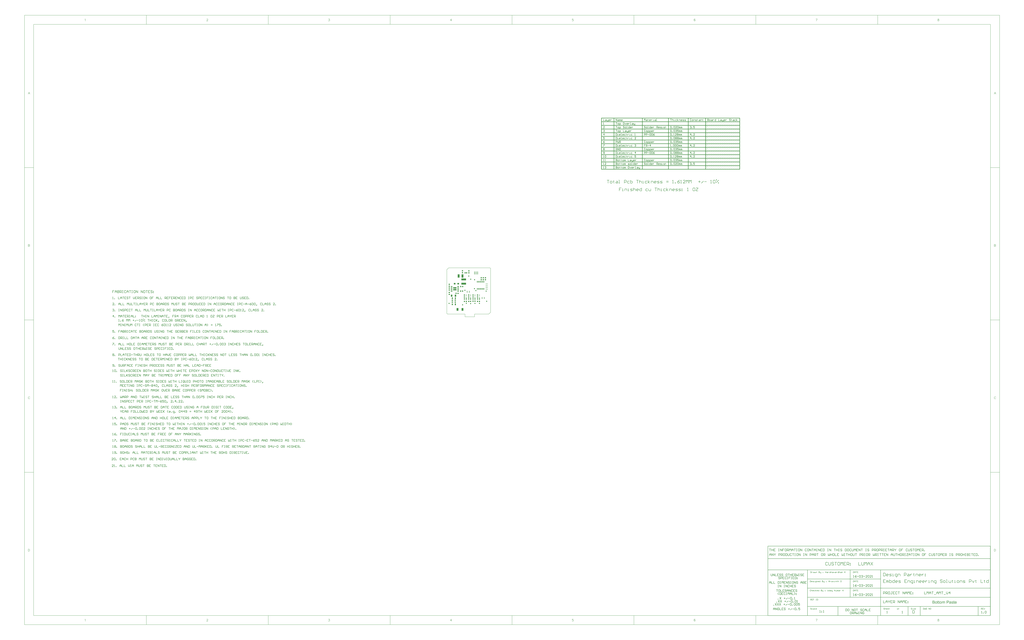
<source format=gbp>
G04 Layer_Color=128*
%FSLAX44Y44*%
%MOMM*%
G71*
G01*
G75*
%ADD10C,0.3810*%
%ADD11C,0.0254*%
%ADD12C,0.2540*%
%ADD13C,0.1270*%
%ADD14C,0.1778*%
%ADD15R,1.1500X1.8000*%
%ADD20R,1.0000X0.9500*%
%ADD21R,0.9500X1.0000*%
%ADD25R,1.1430X1.2700*%
%ADD26R,0.6500X0.3000*%
%ADD27R,0.5000X0.3750*%
%ADD28C,0.8890*%
%ADD29R,0.9800X0.9200*%
%ADD30O,0.8500X1.5000*%
%ADD31R,0.8500X1.5000*%
%ADD32R,0.9200X0.9800*%
%ADD33C,0.8000*%
%ADD34R,1.4500X0.7000*%
%ADD35O,1.4500X0.7000*%
%ADD36R,0.6200X0.6200*%
%ADD37O,0.4000X1.3500*%
%ADD38R,0.4000X1.3500*%
%ADD39R,4.0000X1.5000*%
%ADD40R,0.8000X0.6000*%
%ADD41R,1.4000X1.3000*%
%ADD42R,1.6000X2.8000*%
%ADD43R,1.6200X2.1800*%
G36*
X4228366Y-2395554D02*
X4231378D01*
Y-2397896D01*
X4228366D01*
Y-2408271D01*
Y-2408308D01*
Y-2408457D01*
Y-2408680D01*
X4228404Y-2408940D01*
X4228441Y-2409498D01*
X4228478Y-2409721D01*
X4228515Y-2409907D01*
X4228553Y-2409982D01*
X4228627Y-2410130D01*
X4228776Y-2410316D01*
X4228999Y-2410502D01*
X4229073Y-2410540D01*
X4229259Y-2410577D01*
X4229594Y-2410651D01*
X4230040Y-2410688D01*
X4230412D01*
X4230598Y-2410651D01*
X4230821D01*
X4231378Y-2410577D01*
X4231787Y-2413217D01*
X4231713D01*
X4231564Y-2413254D01*
X4231341Y-2413291D01*
X4231006Y-2413328D01*
X4230672Y-2413403D01*
X4230300Y-2413440D01*
X4229519Y-2413477D01*
X4229259D01*
X4228961Y-2413440D01*
X4228589Y-2413403D01*
X4228181Y-2413366D01*
X4227734Y-2413254D01*
X4227325Y-2413142D01*
X4226953Y-2412994D01*
X4226916Y-2412957D01*
X4226805Y-2412882D01*
X4226656Y-2412771D01*
X4226470Y-2412622D01*
X4226247Y-2412436D01*
X4226061Y-2412213D01*
X4225838Y-2411953D01*
X4225689Y-2411655D01*
Y-2411618D01*
X4225652Y-2411469D01*
X4225577Y-2411246D01*
X4225540Y-2410874D01*
X4225466Y-2410391D01*
X4225429Y-2410130D01*
X4225392Y-2409796D01*
Y-2409424D01*
X4225354Y-2409015D01*
Y-2408569D01*
Y-2408085D01*
Y-2397896D01*
X4223123D01*
Y-2395554D01*
X4225354D01*
Y-2391203D01*
X4228366Y-2389381D01*
Y-2395554D01*
D02*
G37*
G36*
X4103237D02*
X4106249D01*
Y-2397896D01*
X4103237D01*
Y-2408271D01*
Y-2408308D01*
Y-2408457D01*
Y-2408680D01*
X4103274Y-2408940D01*
X4103311Y-2409498D01*
X4103348Y-2409721D01*
X4103386Y-2409907D01*
X4103423Y-2409982D01*
X4103497Y-2410130D01*
X4103646Y-2410316D01*
X4103869Y-2410502D01*
X4103943Y-2410540D01*
X4104129Y-2410577D01*
X4104464Y-2410651D01*
X4104910Y-2410688D01*
X4105282D01*
X4105468Y-2410651D01*
X4105691D01*
X4106249Y-2410577D01*
X4106658Y-2413217D01*
X4106584D01*
X4106435Y-2413254D01*
X4106212Y-2413291D01*
X4105877Y-2413328D01*
X4105542Y-2413403D01*
X4105171Y-2413440D01*
X4104390Y-2413477D01*
X4104129D01*
X4103832Y-2413440D01*
X4103460Y-2413403D01*
X4103051Y-2413366D01*
X4102605Y-2413254D01*
X4102196Y-2413142D01*
X4101824Y-2412994D01*
X4101787Y-2412957D01*
X4101675Y-2412882D01*
X4101526Y-2412771D01*
X4101340Y-2412622D01*
X4101117Y-2412436D01*
X4100931Y-2412213D01*
X4100708Y-2411953D01*
X4100559Y-2411655D01*
Y-2411618D01*
X4100522Y-2411469D01*
X4100448Y-2411246D01*
X4100411Y-2410874D01*
X4100336Y-2410391D01*
X4100299Y-2410130D01*
X4100262Y-2409796D01*
Y-2409424D01*
X4100225Y-2409015D01*
Y-2408569D01*
Y-2408085D01*
Y-2397896D01*
X4097994D01*
Y-2395554D01*
X4100225D01*
Y-2391203D01*
X4103237Y-2389381D01*
Y-2395554D01*
D02*
G37*
G36*
X4058614Y-2388860D02*
X4058875D01*
X4059507Y-2388897D01*
X4060213Y-2389009D01*
X4060957Y-2389120D01*
X4061701Y-2389306D01*
X4062370Y-2389567D01*
X4062407D01*
X4062444Y-2389604D01*
X4062668Y-2389716D01*
X4062965Y-2389901D01*
X4063337Y-2390125D01*
X4063783Y-2390459D01*
X4064229Y-2390868D01*
X4064638Y-2391315D01*
X4065047Y-2391872D01*
X4065085Y-2391947D01*
X4065196Y-2392133D01*
X4065345Y-2392467D01*
X4065531Y-2392876D01*
X4065717Y-2393360D01*
X4065865Y-2393880D01*
X4065977Y-2394475D01*
X4066014Y-2395107D01*
Y-2395182D01*
Y-2395368D01*
X4065977Y-2395665D01*
X4065903Y-2396074D01*
X4065791Y-2396521D01*
X4065642Y-2397004D01*
X4065456Y-2397562D01*
X4065159Y-2398082D01*
X4065122Y-2398157D01*
X4065010Y-2398305D01*
X4064787Y-2398566D01*
X4064527Y-2398863D01*
X4064155Y-2399235D01*
X4063708Y-2399570D01*
X4063188Y-2399942D01*
X4062556Y-2400276D01*
X4062593D01*
X4062668Y-2400313D01*
X4062779Y-2400351D01*
X4062928Y-2400388D01*
X4063337Y-2400574D01*
X4063820Y-2400797D01*
X4064378Y-2401131D01*
X4064936Y-2401503D01*
X4065493Y-2401950D01*
X4065977Y-2402507D01*
X4066014Y-2402582D01*
X4066163Y-2402768D01*
X4066349Y-2403102D01*
X4066609Y-2403549D01*
X4066832Y-2404106D01*
X4067018Y-2404701D01*
X4067167Y-2405408D01*
X4067204Y-2406189D01*
Y-2406263D01*
Y-2406486D01*
X4067167Y-2406821D01*
X4067130Y-2407230D01*
X4067018Y-2407713D01*
X4066907Y-2408271D01*
X4066721Y-2408829D01*
X4066460Y-2409387D01*
X4066423Y-2409461D01*
X4066349Y-2409647D01*
X4066163Y-2409907D01*
X4065977Y-2410242D01*
X4065717Y-2410614D01*
X4065419Y-2410986D01*
X4065047Y-2411358D01*
X4064675Y-2411692D01*
X4064638Y-2411729D01*
X4064489Y-2411804D01*
X4064266Y-2411953D01*
X4063932Y-2412138D01*
X4063560Y-2412324D01*
X4063076Y-2412510D01*
X4062556Y-2412696D01*
X4061998Y-2412882D01*
X4061924D01*
X4061701Y-2412957D01*
X4061366Y-2412994D01*
X4060920Y-2413068D01*
X4060325Y-2413142D01*
X4059655Y-2413180D01*
X4058912Y-2413254D01*
X4048760D01*
Y-2388823D01*
X4058354D01*
X4058614Y-2388860D01*
D02*
G37*
G36*
X4177013D02*
X4177608Y-2388897D01*
X4178240Y-2388935D01*
X4178835Y-2389009D01*
X4179356Y-2389083D01*
X4179430D01*
X4179653Y-2389158D01*
X4179988Y-2389232D01*
X4180397Y-2389344D01*
X4180880Y-2389492D01*
X4181364Y-2389678D01*
X4181884Y-2389939D01*
X4182368Y-2390236D01*
X4182405Y-2390273D01*
X4182591Y-2390385D01*
X4182814Y-2390571D01*
X4183074Y-2390831D01*
X4183372Y-2391166D01*
X4183706Y-2391575D01*
X4184041Y-2392021D01*
X4184339Y-2392579D01*
X4184376Y-2392653D01*
X4184450Y-2392839D01*
X4184562Y-2393137D01*
X4184711Y-2393546D01*
X4184859Y-2394029D01*
X4184971Y-2394587D01*
X4185045Y-2395219D01*
X4185082Y-2395888D01*
Y-2395925D01*
Y-2396037D01*
Y-2396186D01*
X4185045Y-2396409D01*
X4185008Y-2396669D01*
X4184971Y-2397004D01*
X4184934Y-2397339D01*
X4184822Y-2397710D01*
X4184599Y-2398566D01*
X4184227Y-2399421D01*
X4184004Y-2399867D01*
X4183744Y-2400313D01*
X4183446Y-2400760D01*
X4183074Y-2401169D01*
X4183037Y-2401206D01*
X4182963Y-2401243D01*
X4182851Y-2401355D01*
X4182703Y-2401503D01*
X4182442Y-2401652D01*
X4182182Y-2401838D01*
X4181847Y-2402024D01*
X4181438Y-2402210D01*
X4180992Y-2402433D01*
X4180471Y-2402619D01*
X4179876Y-2402805D01*
X4179244Y-2402954D01*
X4178501Y-2403102D01*
X4177720Y-2403214D01*
X4176864Y-2403251D01*
X4175935Y-2403288D01*
X4169688D01*
Y-2413254D01*
X4166452D01*
Y-2388823D01*
X4176455D01*
X4177013Y-2388860D01*
D02*
G37*
G36*
X4197056Y-2395182D02*
X4197577Y-2395219D01*
X4198172Y-2395293D01*
X4198804Y-2395368D01*
X4199399Y-2395517D01*
X4199957Y-2395702D01*
X4200031Y-2395740D01*
X4200180Y-2395777D01*
X4200440Y-2395925D01*
X4200738Y-2396074D01*
X4201072Y-2396260D01*
X4201444Y-2396483D01*
X4201742Y-2396744D01*
X4202039Y-2397041D01*
X4202076Y-2397078D01*
X4202151Y-2397190D01*
X4202262Y-2397339D01*
X4202411Y-2397599D01*
X4202560Y-2397896D01*
X4202708Y-2398231D01*
X4202857Y-2398640D01*
X4202969Y-2399086D01*
Y-2399124D01*
X4203006Y-2399235D01*
X4203043Y-2399421D01*
X4203080Y-2399718D01*
Y-2400090D01*
X4203117Y-2400574D01*
X4203155Y-2401131D01*
Y-2401838D01*
Y-2405854D01*
Y-2405891D01*
Y-2406040D01*
Y-2406263D01*
Y-2406523D01*
Y-2406858D01*
Y-2407230D01*
X4203192Y-2408085D01*
Y-2409015D01*
X4203229Y-2409870D01*
X4203266Y-2410279D01*
Y-2410614D01*
X4203304Y-2410911D01*
X4203340Y-2411172D01*
Y-2411209D01*
X4203378Y-2411358D01*
X4203415Y-2411581D01*
X4203489Y-2411841D01*
X4203601Y-2412138D01*
X4203750Y-2412510D01*
X4204084Y-2413254D01*
X4200961D01*
X4200923Y-2413217D01*
X4200886Y-2413105D01*
X4200812Y-2412882D01*
X4200700Y-2412622D01*
X4200589Y-2412287D01*
X4200515Y-2411915D01*
X4200440Y-2411506D01*
X4200366Y-2411023D01*
X4200291Y-2411097D01*
X4200068Y-2411246D01*
X4199771Y-2411506D01*
X4199325Y-2411804D01*
X4198841Y-2412176D01*
X4198283Y-2412510D01*
X4197726Y-2412808D01*
X4197130Y-2413068D01*
X4197056Y-2413105D01*
X4196870Y-2413142D01*
X4196573Y-2413254D01*
X4196164Y-2413366D01*
X4195643Y-2413477D01*
X4195085Y-2413551D01*
X4194490Y-2413626D01*
X4193821Y-2413663D01*
X4193561D01*
X4193338Y-2413626D01*
X4193115D01*
X4192817Y-2413589D01*
X4192185Y-2413477D01*
X4191441Y-2413328D01*
X4190735Y-2413068D01*
X4189991Y-2412733D01*
X4189359Y-2412250D01*
X4189284Y-2412176D01*
X4189099Y-2411990D01*
X4188875Y-2411692D01*
X4188578Y-2411246D01*
X4188280Y-2410725D01*
X4188057Y-2410130D01*
X4187871Y-2409387D01*
X4187797Y-2408606D01*
Y-2408531D01*
Y-2408383D01*
X4187834Y-2408122D01*
X4187871Y-2407825D01*
X4187946Y-2407453D01*
X4188020Y-2407044D01*
X4188169Y-2406635D01*
X4188355Y-2406226D01*
X4188392Y-2406189D01*
X4188466Y-2406040D01*
X4188578Y-2405854D01*
X4188764Y-2405594D01*
X4188987Y-2405334D01*
X4189284Y-2405036D01*
X4189582Y-2404776D01*
X4189916Y-2404515D01*
X4189954Y-2404478D01*
X4190103Y-2404404D01*
X4190288Y-2404292D01*
X4190549Y-2404144D01*
X4190883Y-2403958D01*
X4191218Y-2403809D01*
X4191627Y-2403660D01*
X4192073Y-2403511D01*
X4192111D01*
X4192259Y-2403474D01*
X4192445Y-2403437D01*
X4192743Y-2403363D01*
X4193115Y-2403288D01*
X4193598Y-2403214D01*
X4194119Y-2403139D01*
X4194751Y-2403065D01*
X4194788D01*
X4194899Y-2403028D01*
X4195085D01*
X4195345Y-2402991D01*
X4195643Y-2402954D01*
X4195978Y-2402916D01*
X4196796Y-2402768D01*
X4197651Y-2402619D01*
X4198544Y-2402470D01*
X4199399Y-2402247D01*
X4199771Y-2402135D01*
X4200105Y-2402024D01*
Y-2401987D01*
Y-2401912D01*
X4200143Y-2401689D01*
Y-2401429D01*
Y-2401317D01*
Y-2401243D01*
Y-2401206D01*
Y-2401169D01*
Y-2400946D01*
X4200105Y-2400611D01*
X4200031Y-2400239D01*
X4199919Y-2399830D01*
X4199771Y-2399384D01*
X4199585Y-2399012D01*
X4199287Y-2398677D01*
X4199250Y-2398640D01*
X4199064Y-2398528D01*
X4198804Y-2398343D01*
X4198432Y-2398157D01*
X4197949Y-2397971D01*
X4197354Y-2397785D01*
X4196647Y-2397673D01*
X4195866Y-2397636D01*
X4195532D01*
X4195160Y-2397673D01*
X4194676Y-2397710D01*
X4194156Y-2397822D01*
X4193672Y-2397934D01*
X4193152Y-2398120D01*
X4192743Y-2398380D01*
X4192705Y-2398417D01*
X4192594Y-2398528D01*
X4192408Y-2398714D01*
X4192185Y-2398975D01*
X4191925Y-2399347D01*
X4191701Y-2399793D01*
X4191441Y-2400351D01*
X4191255Y-2400983D01*
X4188318Y-2400574D01*
Y-2400536D01*
X4188355Y-2400499D01*
X4188392Y-2400276D01*
X4188503Y-2399942D01*
X4188615Y-2399495D01*
X4188801Y-2399012D01*
X4189024Y-2398528D01*
X4189284Y-2398008D01*
X4189619Y-2397562D01*
X4189656Y-2397525D01*
X4189805Y-2397376D01*
X4189991Y-2397153D01*
X4190288Y-2396892D01*
X4190660Y-2396632D01*
X4191144Y-2396335D01*
X4191664Y-2396037D01*
X4192259Y-2395777D01*
X4192296D01*
X4192334Y-2395740D01*
X4192445Y-2395702D01*
X4192557Y-2395665D01*
X4192928Y-2395591D01*
X4193412Y-2395442D01*
X4194007Y-2395331D01*
X4194676Y-2395256D01*
X4195457Y-2395182D01*
X4196275Y-2395145D01*
X4196647D01*
X4197056Y-2395182D01*
D02*
G37*
G36*
X4093755Y-2395554D02*
X4096767D01*
Y-2397896D01*
X4093755D01*
Y-2408271D01*
Y-2408308D01*
Y-2408457D01*
Y-2408680D01*
X4093792Y-2408940D01*
X4093829Y-2409498D01*
X4093866Y-2409721D01*
X4093903Y-2409907D01*
X4093940Y-2409982D01*
X4094015Y-2410130D01*
X4094164Y-2410316D01*
X4094387Y-2410502D01*
X4094461Y-2410540D01*
X4094647Y-2410577D01*
X4094982Y-2410651D01*
X4095428Y-2410688D01*
X4095800D01*
X4095986Y-2410651D01*
X4096209D01*
X4096767Y-2410577D01*
X4097176Y-2413217D01*
X4097101D01*
X4096953Y-2413254D01*
X4096729Y-2413291D01*
X4096395Y-2413328D01*
X4096060Y-2413403D01*
X4095688Y-2413440D01*
X4094907Y-2413477D01*
X4094647D01*
X4094349Y-2413440D01*
X4093978Y-2413403D01*
X4093569Y-2413366D01*
X4093122Y-2413254D01*
X4092713Y-2413142D01*
X4092342Y-2412994D01*
X4092304Y-2412957D01*
X4092193Y-2412882D01*
X4092044Y-2412771D01*
X4091858Y-2412622D01*
X4091635Y-2412436D01*
X4091449Y-2412213D01*
X4091226Y-2411953D01*
X4091077Y-2411655D01*
Y-2411618D01*
X4091040Y-2411469D01*
X4090966Y-2411246D01*
X4090929Y-2410874D01*
X4090854Y-2410391D01*
X4090817Y-2410130D01*
X4090780Y-2409796D01*
Y-2409424D01*
X4090742Y-2409015D01*
Y-2408569D01*
Y-2408085D01*
Y-2397896D01*
X4088511D01*
Y-2395554D01*
X4090742D01*
Y-2391203D01*
X4093755Y-2389381D01*
Y-2395554D01*
D02*
G37*
G36*
X4079029Y-2395182D02*
X4079364Y-2395219D01*
X4079698Y-2395256D01*
X4080107Y-2395331D01*
X4080554Y-2395442D01*
X4081483Y-2395740D01*
X4081967Y-2395925D01*
X4082487Y-2396149D01*
X4082971Y-2396446D01*
X4083454Y-2396781D01*
X4083938Y-2397153D01*
X4084384Y-2397562D01*
X4084421Y-2397599D01*
X4084496Y-2397673D01*
X4084607Y-2397822D01*
X4084756Y-2398008D01*
X4084942Y-2398231D01*
X4085128Y-2398528D01*
X4085351Y-2398900D01*
X4085574Y-2399272D01*
X4085760Y-2399718D01*
X4085983Y-2400239D01*
X4086169Y-2400760D01*
X4086355Y-2401355D01*
X4086503Y-2401987D01*
X4086615Y-2402693D01*
X4086689Y-2403400D01*
X4086726Y-2404181D01*
Y-2404218D01*
Y-2404330D01*
Y-2404515D01*
Y-2404738D01*
X4086689Y-2405036D01*
Y-2405371D01*
X4086652Y-2405742D01*
X4086615Y-2406152D01*
X4086466Y-2407007D01*
X4086280Y-2407899D01*
X4086020Y-2408792D01*
X4085685Y-2409573D01*
Y-2409610D01*
X4085648Y-2409647D01*
X4085499Y-2409907D01*
X4085239Y-2410242D01*
X4084904Y-2410688D01*
X4084496Y-2411172D01*
X4083975Y-2411655D01*
X4083380Y-2412138D01*
X4082673Y-2412585D01*
X4082636D01*
X4082599Y-2412622D01*
X4082487Y-2412696D01*
X4082339Y-2412733D01*
X4081930Y-2412919D01*
X4081409Y-2413105D01*
X4080777Y-2413328D01*
X4080070Y-2413477D01*
X4079290Y-2413626D01*
X4078434Y-2413663D01*
X4078062D01*
X4077802Y-2413626D01*
X4077505Y-2413589D01*
X4077133Y-2413551D01*
X4076724Y-2413477D01*
X4076277Y-2413366D01*
X4075348Y-2413068D01*
X4074827Y-2412882D01*
X4074344Y-2412659D01*
X4073823Y-2412399D01*
X4073340Y-2412064D01*
X4072856Y-2411692D01*
X4072410Y-2411283D01*
X4072373Y-2411246D01*
X4072299Y-2411172D01*
X4072187Y-2411023D01*
X4072076Y-2410837D01*
X4071889Y-2410577D01*
X4071703Y-2410279D01*
X4071480Y-2409944D01*
X4071295Y-2409535D01*
X4071071Y-2409052D01*
X4070848Y-2408569D01*
X4070662Y-2407974D01*
X4070514Y-2407379D01*
X4070365Y-2406709D01*
X4070253Y-2406003D01*
X4070179Y-2405222D01*
X4070142Y-2404404D01*
Y-2404330D01*
Y-2404181D01*
X4070179Y-2403920D01*
Y-2403586D01*
X4070216Y-2403177D01*
X4070291Y-2402731D01*
X4070365Y-2402210D01*
X4070476Y-2401652D01*
X4070625Y-2401057D01*
X4070811Y-2400462D01*
X4071034Y-2399867D01*
X4071295Y-2399272D01*
X4071592Y-2398677D01*
X4071964Y-2398120D01*
X4072373Y-2397599D01*
X4072856Y-2397115D01*
X4072893Y-2397078D01*
X4072968Y-2397041D01*
X4073080Y-2396929D01*
X4073265Y-2396818D01*
X4073488Y-2396669D01*
X4073749Y-2396483D01*
X4074046Y-2396297D01*
X4074418Y-2396111D01*
X4074790Y-2395963D01*
X4075199Y-2395777D01*
X4076166Y-2395442D01*
X4077244Y-2395219D01*
X4077839Y-2395182D01*
X4078434Y-2395145D01*
X4078769D01*
X4079029Y-2395182D01*
D02*
G37*
G36*
X4147153D02*
X4147376D01*
X4147636Y-2395219D01*
X4148194Y-2395331D01*
X4148864Y-2395517D01*
X4149533Y-2395777D01*
X4150165Y-2396149D01*
X4150760Y-2396632D01*
X4150834Y-2396706D01*
X4150983Y-2396892D01*
X4151206Y-2397264D01*
X4151504Y-2397748D01*
X4151764Y-2398380D01*
X4151987Y-2399124D01*
X4152136Y-2400053D01*
X4152210Y-2400574D01*
Y-2401131D01*
Y-2413254D01*
X4149198D01*
Y-2402135D01*
Y-2402098D01*
Y-2402061D01*
Y-2401838D01*
Y-2401503D01*
X4149161Y-2401131D01*
X4149087Y-2400276D01*
X4149012Y-2399867D01*
X4148901Y-2399532D01*
Y-2399495D01*
X4148826Y-2399384D01*
X4148752Y-2399235D01*
X4148640Y-2399049D01*
X4148492Y-2398863D01*
X4148306Y-2398640D01*
X4148083Y-2398417D01*
X4147822Y-2398231D01*
X4147785Y-2398194D01*
X4147674Y-2398157D01*
X4147525Y-2398082D01*
X4147339Y-2397971D01*
X4147079Y-2397896D01*
X4146744Y-2397822D01*
X4146409Y-2397785D01*
X4146038Y-2397748D01*
X4145740D01*
X4145368Y-2397822D01*
X4144959Y-2397896D01*
X4144476Y-2398045D01*
X4143955Y-2398268D01*
X4143398Y-2398603D01*
X4142914Y-2399012D01*
X4142877Y-2399086D01*
X4142728Y-2399235D01*
X4142542Y-2399532D01*
X4142319Y-2399979D01*
X4142059Y-2400536D01*
X4141873Y-2401206D01*
X4141724Y-2402024D01*
X4141687Y-2402991D01*
Y-2413254D01*
X4138675D01*
Y-2401764D01*
Y-2401727D01*
Y-2401689D01*
Y-2401578D01*
Y-2401429D01*
X4138638Y-2401057D01*
X4138600Y-2400648D01*
X4138489Y-2400128D01*
X4138377Y-2399644D01*
X4138192Y-2399161D01*
X4137931Y-2398752D01*
X4137894Y-2398714D01*
X4137782Y-2398603D01*
X4137634Y-2398417D01*
X4137373Y-2398231D01*
X4137039Y-2398082D01*
X4136630Y-2397896D01*
X4136146Y-2397785D01*
X4135551Y-2397748D01*
X4135328D01*
X4135105Y-2397785D01*
X4134770Y-2397822D01*
X4134436Y-2397896D01*
X4134026Y-2398045D01*
X4133618Y-2398194D01*
X4133209Y-2398417D01*
X4133171Y-2398454D01*
X4133022Y-2398528D01*
X4132837Y-2398714D01*
X4132614Y-2398900D01*
X4132353Y-2399198D01*
X4132093Y-2399532D01*
X4131870Y-2399942D01*
X4131647Y-2400388D01*
X4131609Y-2400462D01*
X4131572Y-2400611D01*
X4131498Y-2400908D01*
X4131424Y-2401317D01*
X4131312Y-2401838D01*
X4131238Y-2402470D01*
X4131201Y-2403214D01*
X4131163Y-2404069D01*
Y-2413254D01*
X4128151D01*
Y-2395554D01*
X4130829D01*
Y-2398045D01*
X4130866Y-2397971D01*
X4130977Y-2397822D01*
X4131163Y-2397599D01*
X4131424Y-2397301D01*
X4131721Y-2396967D01*
X4132093Y-2396632D01*
X4132539Y-2396260D01*
X4133022Y-2395963D01*
X4133097Y-2395925D01*
X4133283Y-2395851D01*
X4133580Y-2395702D01*
X4133952Y-2395554D01*
X4134436Y-2395405D01*
X4134956Y-2395256D01*
X4135588Y-2395182D01*
X4136220Y-2395145D01*
X4136555D01*
X4136927Y-2395182D01*
X4137373Y-2395256D01*
X4137857Y-2395331D01*
X4138415Y-2395479D01*
X4138935Y-2395702D01*
X4139419Y-2395963D01*
X4139493Y-2396000D01*
X4139642Y-2396111D01*
X4139865Y-2396297D01*
X4140125Y-2396558D01*
X4140422Y-2396892D01*
X4140720Y-2397264D01*
X4140980Y-2397748D01*
X4141203Y-2398268D01*
X4141241Y-2398231D01*
X4141315Y-2398120D01*
X4141426Y-2397971D01*
X4141575Y-2397785D01*
X4141798Y-2397525D01*
X4142059Y-2397264D01*
X4142356Y-2397004D01*
X4142691Y-2396706D01*
X4143063Y-2396409D01*
X4143472Y-2396149D01*
X4144438Y-2395628D01*
X4144959Y-2395442D01*
X4145517Y-2395293D01*
X4146075Y-2395182D01*
X4146707Y-2395145D01*
X4146967D01*
X4147153Y-2395182D01*
D02*
G37*
G36*
X4116958D02*
X4117293Y-2395219D01*
X4117628Y-2395256D01*
X4118037Y-2395331D01*
X4118483Y-2395442D01*
X4119413Y-2395740D01*
X4119896Y-2395925D01*
X4120417Y-2396149D01*
X4120900Y-2396446D01*
X4121383Y-2396781D01*
X4121867Y-2397153D01*
X4122313Y-2397562D01*
X4122350Y-2397599D01*
X4122425Y-2397673D01*
X4122536Y-2397822D01*
X4122685Y-2398008D01*
X4122871Y-2398231D01*
X4123057Y-2398528D01*
X4123280Y-2398900D01*
X4123503Y-2399272D01*
X4123689Y-2399718D01*
X4123912Y-2400239D01*
X4124098Y-2400760D01*
X4124284Y-2401355D01*
X4124433Y-2401987D01*
X4124544Y-2402693D01*
X4124619Y-2403400D01*
X4124656Y-2404181D01*
Y-2404218D01*
Y-2404330D01*
Y-2404515D01*
Y-2404738D01*
X4124619Y-2405036D01*
Y-2405371D01*
X4124581Y-2405742D01*
X4124544Y-2406152D01*
X4124395Y-2407007D01*
X4124210Y-2407899D01*
X4123949Y-2408792D01*
X4123615Y-2409573D01*
Y-2409610D01*
X4123577Y-2409647D01*
X4123429Y-2409907D01*
X4123168Y-2410242D01*
X4122834Y-2410688D01*
X4122425Y-2411172D01*
X4121904Y-2411655D01*
X4121309Y-2412138D01*
X4120603Y-2412585D01*
X4120565D01*
X4120528Y-2412622D01*
X4120417Y-2412696D01*
X4120268Y-2412733D01*
X4119859Y-2412919D01*
X4119338Y-2413105D01*
X4118706Y-2413328D01*
X4118000Y-2413477D01*
X4117219Y-2413626D01*
X4116364Y-2413663D01*
X4115992D01*
X4115731Y-2413626D01*
X4115434Y-2413589D01*
X4115062Y-2413551D01*
X4114653Y-2413477D01*
X4114207Y-2413366D01*
X4113277Y-2413068D01*
X4112756Y-2412882D01*
X4112273Y-2412659D01*
X4111752Y-2412399D01*
X4111269Y-2412064D01*
X4110786Y-2411692D01*
X4110339Y-2411283D01*
X4110302Y-2411246D01*
X4110228Y-2411172D01*
X4110116Y-2411023D01*
X4110005Y-2410837D01*
X4109819Y-2410577D01*
X4109633Y-2410279D01*
X4109410Y-2409944D01*
X4109224Y-2409535D01*
X4109001Y-2409052D01*
X4108777Y-2408569D01*
X4108592Y-2407974D01*
X4108443Y-2407379D01*
X4108294Y-2406709D01*
X4108183Y-2406003D01*
X4108108Y-2405222D01*
X4108071Y-2404404D01*
Y-2404330D01*
Y-2404181D01*
X4108108Y-2403920D01*
Y-2403586D01*
X4108145Y-2403177D01*
X4108220Y-2402731D01*
X4108294Y-2402210D01*
X4108406Y-2401652D01*
X4108554Y-2401057D01*
X4108741Y-2400462D01*
X4108964Y-2399867D01*
X4109224Y-2399272D01*
X4109521Y-2398677D01*
X4109893Y-2398120D01*
X4110302Y-2397599D01*
X4110786Y-2397115D01*
X4110823Y-2397078D01*
X4110897Y-2397041D01*
X4111009Y-2396929D01*
X4111194Y-2396818D01*
X4111418Y-2396669D01*
X4111678Y-2396483D01*
X4111975Y-2396297D01*
X4112347Y-2396111D01*
X4112719Y-2395963D01*
X4113128Y-2395777D01*
X4114095Y-2395442D01*
X4115174Y-2395219D01*
X4115768Y-2395182D01*
X4116364Y-2395145D01*
X4116698D01*
X4116958Y-2395182D01*
D02*
G37*
G36*
X4242162D02*
X4242460Y-2395219D01*
X4242832Y-2395256D01*
X4243203Y-2395331D01*
X4243650Y-2395442D01*
X4244542Y-2395740D01*
X4245026Y-2395925D01*
X4245509Y-2396186D01*
X4245992Y-2396446D01*
X4246476Y-2396781D01*
X4246922Y-2397153D01*
X4247368Y-2397599D01*
X4247405Y-2397636D01*
X4247480Y-2397710D01*
X4247591Y-2397859D01*
X4247740Y-2398045D01*
X4247889Y-2398305D01*
X4248075Y-2398603D01*
X4248298Y-2398938D01*
X4248521Y-2399347D01*
X4248707Y-2399830D01*
X4248930Y-2400313D01*
X4249116Y-2400871D01*
X4249302Y-2401503D01*
X4249413Y-2402135D01*
X4249525Y-2402842D01*
X4249599Y-2403586D01*
X4249637Y-2404404D01*
Y-2404441D01*
Y-2404590D01*
Y-2404850D01*
X4249599Y-2405185D01*
X4236436D01*
Y-2405222D01*
Y-2405296D01*
X4236473Y-2405482D01*
Y-2405668D01*
X4236510Y-2405928D01*
X4236547Y-2406189D01*
X4236696Y-2406858D01*
X4236919Y-2407565D01*
X4237179Y-2408308D01*
X4237589Y-2409052D01*
X4238072Y-2409684D01*
X4238146Y-2409759D01*
X4238332Y-2409907D01*
X4238667Y-2410168D01*
X4239076Y-2410428D01*
X4239634Y-2410725D01*
X4240266Y-2410986D01*
X4240972Y-2411134D01*
X4241753Y-2411209D01*
X4242051D01*
X4242348Y-2411172D01*
X4242720Y-2411097D01*
X4243166Y-2410986D01*
X4243650Y-2410837D01*
X4244133Y-2410651D01*
X4244579Y-2410354D01*
X4244617Y-2410316D01*
X4244765Y-2410168D01*
X4244988Y-2409982D01*
X4245249Y-2409647D01*
X4245546Y-2409275D01*
X4245844Y-2408792D01*
X4246141Y-2408197D01*
X4246439Y-2407527D01*
X4249525Y-2407937D01*
Y-2407974D01*
X4249488Y-2408048D01*
X4249451Y-2408197D01*
X4249376Y-2408383D01*
X4249302Y-2408606D01*
X4249190Y-2408866D01*
X4248893Y-2409498D01*
X4248521Y-2410168D01*
X4248075Y-2410874D01*
X4247480Y-2411581D01*
X4246811Y-2412176D01*
X4246773D01*
X4246736Y-2412250D01*
X4246624Y-2412324D01*
X4246439Y-2412399D01*
X4246253Y-2412510D01*
X4246030Y-2412659D01*
X4245769Y-2412771D01*
X4245435Y-2412919D01*
X4244728Y-2413180D01*
X4243836Y-2413440D01*
X4242869Y-2413589D01*
X4241753Y-2413663D01*
X4241382D01*
X4241121Y-2413626D01*
X4240786Y-2413589D01*
X4240415Y-2413551D01*
X4240005Y-2413477D01*
X4239522Y-2413366D01*
X4238555Y-2413068D01*
X4238035Y-2412882D01*
X4237551Y-2412659D01*
X4237031Y-2412399D01*
X4236547Y-2412064D01*
X4236064Y-2411692D01*
X4235618Y-2411283D01*
X4235580Y-2411246D01*
X4235506Y-2411172D01*
X4235395Y-2411023D01*
X4235283Y-2410837D01*
X4235097Y-2410614D01*
X4234911Y-2410316D01*
X4234688Y-2409944D01*
X4234502Y-2409535D01*
X4234279Y-2409089D01*
X4234056Y-2408606D01*
X4233870Y-2408048D01*
X4233721Y-2407453D01*
X4233572Y-2406821D01*
X4233461Y-2406114D01*
X4233387Y-2405371D01*
X4233349Y-2404590D01*
Y-2404553D01*
Y-2404404D01*
Y-2404144D01*
X4233387Y-2403846D01*
X4233424Y-2403474D01*
X4233461Y-2403028D01*
X4233535Y-2402545D01*
X4233647Y-2402024D01*
X4233907Y-2400908D01*
X4234093Y-2400351D01*
X4234316Y-2399756D01*
X4234576Y-2399198D01*
X4234874Y-2398640D01*
X4235209Y-2398120D01*
X4235618Y-2397636D01*
X4235655Y-2397599D01*
X4235729Y-2397525D01*
X4235841Y-2397413D01*
X4236027Y-2397227D01*
X4236250Y-2397041D01*
X4236547Y-2396855D01*
X4236845Y-2396632D01*
X4237216Y-2396372D01*
X4237626Y-2396149D01*
X4238072Y-2395925D01*
X4238555Y-2395740D01*
X4239113Y-2395517D01*
X4239671Y-2395368D01*
X4240266Y-2395256D01*
X4240898Y-2395182D01*
X4241567Y-2395145D01*
X4241902D01*
X4242162Y-2395182D01*
D02*
G37*
G36*
X4214310D02*
X4214794Y-2395219D01*
X4215389Y-2395293D01*
X4215984Y-2395405D01*
X4216616Y-2395554D01*
X4217211Y-2395777D01*
X4217248D01*
X4217285Y-2395814D01*
X4217471Y-2395888D01*
X4217769Y-2396037D01*
X4218103Y-2396186D01*
X4218475Y-2396446D01*
X4218884Y-2396706D01*
X4219256Y-2397041D01*
X4219554Y-2397413D01*
X4219590Y-2397450D01*
X4219665Y-2397599D01*
X4219814Y-2397822D01*
X4220000Y-2398120D01*
X4220148Y-2398491D01*
X4220334Y-2398975D01*
X4220483Y-2399495D01*
X4220632Y-2400090D01*
X4217694Y-2400499D01*
Y-2400425D01*
X4217657Y-2400276D01*
X4217583Y-2400016D01*
X4217471Y-2399718D01*
X4217322Y-2399384D01*
X4217099Y-2399049D01*
X4216839Y-2398677D01*
X4216504Y-2398380D01*
X4216467Y-2398343D01*
X4216318Y-2398268D01*
X4216095Y-2398120D01*
X4215798Y-2397971D01*
X4215426Y-2397859D01*
X4214942Y-2397710D01*
X4214422Y-2397636D01*
X4213790Y-2397599D01*
X4213455D01*
X4213083Y-2397636D01*
X4212637Y-2397673D01*
X4212154Y-2397785D01*
X4211670Y-2397896D01*
X4211187Y-2398082D01*
X4210815Y-2398305D01*
X4210778Y-2398343D01*
X4210666Y-2398417D01*
X4210555Y-2398566D01*
X4210406Y-2398752D01*
X4210220Y-2398975D01*
X4210108Y-2399272D01*
X4209997Y-2399570D01*
X4209960Y-2399904D01*
Y-2399942D01*
Y-2400016D01*
X4209997Y-2400128D01*
Y-2400276D01*
X4210108Y-2400611D01*
X4210294Y-2400983D01*
X4210331Y-2401020D01*
X4210369Y-2401057D01*
X4210592Y-2401243D01*
X4210740Y-2401392D01*
X4210927Y-2401503D01*
X4211187Y-2401652D01*
X4211447Y-2401764D01*
X4211484D01*
X4211559Y-2401801D01*
X4211707Y-2401838D01*
X4211967Y-2401912D01*
X4212302Y-2402024D01*
X4212786Y-2402173D01*
X4213381Y-2402321D01*
X4213715Y-2402433D01*
X4214124Y-2402545D01*
X4214161D01*
X4214273Y-2402582D01*
X4214422Y-2402619D01*
X4214645Y-2402693D01*
X4214905Y-2402768D01*
X4215203Y-2402842D01*
X4215872Y-2403028D01*
X4216616Y-2403251D01*
X4217360Y-2403511D01*
X4218029Y-2403734D01*
X4218326Y-2403846D01*
X4218587Y-2403958D01*
X4218661Y-2403995D01*
X4218810Y-2404069D01*
X4219033Y-2404181D01*
X4219293Y-2404330D01*
X4219628Y-2404553D01*
X4219962Y-2404850D01*
X4220260Y-2405148D01*
X4220558Y-2405519D01*
X4220595Y-2405557D01*
X4220669Y-2405705D01*
X4220781Y-2405928D01*
X4220929Y-2406226D01*
X4221078Y-2406598D01*
X4221190Y-2407044D01*
X4221264Y-2407527D01*
X4221301Y-2408085D01*
Y-2408160D01*
Y-2408345D01*
X4221264Y-2408643D01*
X4221190Y-2408978D01*
X4221078Y-2409424D01*
X4220929Y-2409907D01*
X4220706Y-2410391D01*
X4220409Y-2410911D01*
X4220371Y-2410986D01*
X4220260Y-2411134D01*
X4220037Y-2411358D01*
X4219739Y-2411655D01*
X4219405Y-2411990D01*
X4218958Y-2412324D01*
X4218438Y-2412659D01*
X4217843Y-2412957D01*
X4217769Y-2412994D01*
X4217545Y-2413068D01*
X4217211Y-2413180D01*
X4216765Y-2413291D01*
X4216207Y-2413440D01*
X4215575Y-2413551D01*
X4214868Y-2413626D01*
X4214124Y-2413663D01*
X4213790D01*
X4213567Y-2413626D01*
X4213269D01*
X4212934Y-2413589D01*
X4212154Y-2413477D01*
X4211298Y-2413328D01*
X4210443Y-2413068D01*
X4209588Y-2412733D01*
X4209216Y-2412510D01*
X4208844Y-2412250D01*
X4208807D01*
X4208770Y-2412176D01*
X4208546Y-2411990D01*
X4208249Y-2411655D01*
X4207877Y-2411172D01*
X4207505Y-2410577D01*
X4207133Y-2409833D01*
X4206799Y-2408978D01*
X4206576Y-2407974D01*
X4209550Y-2407490D01*
Y-2407527D01*
Y-2407565D01*
X4209588Y-2407788D01*
X4209699Y-2408122D01*
X4209811Y-2408531D01*
X4209997Y-2408978D01*
X4210220Y-2409424D01*
X4210555Y-2409870D01*
X4210927Y-2410279D01*
X4210964Y-2410316D01*
X4211150Y-2410428D01*
X4211410Y-2410577D01*
X4211744Y-2410725D01*
X4212228Y-2410911D01*
X4212748Y-2411060D01*
X4213418Y-2411172D01*
X4214124Y-2411209D01*
X4214459D01*
X4214831Y-2411172D01*
X4215277Y-2411097D01*
X4215798Y-2411023D01*
X4216318Y-2410874D01*
X4216802Y-2410651D01*
X4217211Y-2410391D01*
X4217248Y-2410354D01*
X4217360Y-2410242D01*
X4217545Y-2410056D01*
X4217731Y-2409833D01*
X4217880Y-2409535D01*
X4218066Y-2409164D01*
X4218177Y-2408792D01*
X4218215Y-2408383D01*
Y-2408345D01*
Y-2408197D01*
X4218177Y-2408048D01*
X4218103Y-2407788D01*
X4217992Y-2407565D01*
X4217843Y-2407267D01*
X4217620Y-2407007D01*
X4217322Y-2406784D01*
X4217285Y-2406747D01*
X4217173Y-2406709D01*
X4216988Y-2406635D01*
X4216690Y-2406486D01*
X4216281Y-2406375D01*
X4215760Y-2406189D01*
X4215426Y-2406077D01*
X4215091Y-2406003D01*
X4214682Y-2405891D01*
X4214236Y-2405780D01*
X4214199D01*
X4214087Y-2405742D01*
X4213938Y-2405705D01*
X4213715Y-2405631D01*
X4213418Y-2405557D01*
X4213120Y-2405482D01*
X4212414Y-2405259D01*
X4211670Y-2405036D01*
X4210889Y-2404813D01*
X4210183Y-2404553D01*
X4209885Y-2404441D01*
X4209625Y-2404330D01*
X4209588Y-2404292D01*
X4209402Y-2404218D01*
X4209179Y-2404069D01*
X4208918Y-2403883D01*
X4208584Y-2403660D01*
X4208286Y-2403363D01*
X4207952Y-2403028D01*
X4207691Y-2402656D01*
X4207654Y-2402619D01*
X4207580Y-2402470D01*
X4207505Y-2402247D01*
X4207394Y-2401950D01*
X4207245Y-2401615D01*
X4207171Y-2401206D01*
X4207096Y-2400760D01*
X4207059Y-2400276D01*
Y-2400239D01*
Y-2400090D01*
X4207096Y-2399830D01*
X4207133Y-2399570D01*
X4207171Y-2399235D01*
X4207282Y-2398863D01*
X4207394Y-2398454D01*
X4207580Y-2398082D01*
X4207617Y-2398045D01*
X4207691Y-2397896D01*
X4207803Y-2397710D01*
X4207989Y-2397487D01*
X4208175Y-2397227D01*
X4208435Y-2396967D01*
X4208733Y-2396669D01*
X4209067Y-2396409D01*
X4209104Y-2396372D01*
X4209216Y-2396335D01*
X4209365Y-2396223D01*
X4209588Y-2396111D01*
X4209848Y-2395963D01*
X4210183Y-2395814D01*
X4210555Y-2395665D01*
X4210964Y-2395517D01*
X4211038D01*
X4211187Y-2395442D01*
X4211410Y-2395405D01*
X4211744Y-2395331D01*
X4212154Y-2395256D01*
X4212563Y-2395219D01*
X4213046Y-2395145D01*
X4213901D01*
X4214310Y-2395182D01*
D02*
G37*
%LPC*%
G36*
X4057759Y-2391686D02*
X4051995D01*
Y-2399124D01*
X4057982D01*
X4058428Y-2399086D01*
X4058949Y-2399049D01*
X4059470Y-2399012D01*
X4059916Y-2398938D01*
X4060325Y-2398863D01*
X4060362Y-2398826D01*
X4060511Y-2398789D01*
X4060734Y-2398714D01*
X4061031Y-2398566D01*
X4061329Y-2398417D01*
X4061626Y-2398194D01*
X4061924Y-2397934D01*
X4062184Y-2397636D01*
X4062221Y-2397599D01*
X4062296Y-2397487D01*
X4062370Y-2397301D01*
X4062519Y-2397041D01*
X4062630Y-2396744D01*
X4062704Y-2396372D01*
X4062779Y-2395963D01*
X4062816Y-2395479D01*
Y-2395442D01*
Y-2395256D01*
X4062779Y-2395033D01*
X4062742Y-2394736D01*
X4062668Y-2394401D01*
X4062556Y-2394066D01*
X4062407Y-2393694D01*
X4062221Y-2393322D01*
X4062184Y-2393285D01*
X4062110Y-2393174D01*
X4061961Y-2393025D01*
X4061775Y-2392802D01*
X4061552Y-2392616D01*
X4061254Y-2392393D01*
X4060920Y-2392207D01*
X4060548Y-2392058D01*
X4060511D01*
X4060325Y-2391984D01*
X4060064Y-2391947D01*
X4059693Y-2391872D01*
X4059172Y-2391798D01*
X4058540Y-2391761D01*
X4057759Y-2391686D01*
D02*
G37*
G36*
X4058428Y-2401987D02*
X4051995D01*
Y-2410391D01*
X4058912D01*
X4059655Y-2410354D01*
X4059990Y-2410316D01*
X4060251Y-2410279D01*
X4060287D01*
X4060436Y-2410242D01*
X4060659Y-2410205D01*
X4060920Y-2410130D01*
X4061515Y-2409944D01*
X4062110Y-2409647D01*
X4062147Y-2409610D01*
X4062258Y-2409573D01*
X4062370Y-2409461D01*
X4062556Y-2409275D01*
X4062779Y-2409089D01*
X4062965Y-2408866D01*
X4063188Y-2408569D01*
X4063374Y-2408271D01*
X4063411Y-2408234D01*
X4063448Y-2408122D01*
X4063523Y-2407937D01*
X4063634Y-2407676D01*
X4063708Y-2407379D01*
X4063783Y-2407007D01*
X4063820Y-2406635D01*
X4063857Y-2406189D01*
Y-2406114D01*
Y-2405966D01*
X4063820Y-2405705D01*
X4063783Y-2405408D01*
X4063671Y-2405036D01*
X4063560Y-2404627D01*
X4063374Y-2404218D01*
X4063114Y-2403846D01*
X4063076Y-2403809D01*
X4063002Y-2403660D01*
X4062816Y-2403511D01*
X4062593Y-2403288D01*
X4062333Y-2403028D01*
X4061998Y-2402805D01*
X4061626Y-2402582D01*
X4061180Y-2402396D01*
X4061106Y-2402359D01*
X4060957Y-2402321D01*
X4060659Y-2402247D01*
X4060287Y-2402173D01*
X4059767Y-2402098D01*
X4059172Y-2402061D01*
X4058428Y-2401987D01*
D02*
G37*
G36*
X4176641Y-2391686D02*
X4169688D01*
Y-2400425D01*
X4176270D01*
X4176493Y-2400388D01*
X4176753D01*
X4177013Y-2400351D01*
X4177682Y-2400276D01*
X4178426Y-2400128D01*
X4179170Y-2399942D01*
X4179839Y-2399644D01*
X4180137Y-2399458D01*
X4180397Y-2399272D01*
X4180471Y-2399235D01*
X4180620Y-2399049D01*
X4180806Y-2398789D01*
X4181066Y-2398417D01*
X4181327Y-2397971D01*
X4181512Y-2397413D01*
X4181661Y-2396744D01*
X4181736Y-2396000D01*
Y-2395925D01*
Y-2395740D01*
X4181699Y-2395442D01*
X4181624Y-2395070D01*
X4181550Y-2394661D01*
X4181401Y-2394215D01*
X4181215Y-2393769D01*
X4180955Y-2393360D01*
X4180918Y-2393322D01*
X4180806Y-2393174D01*
X4180657Y-2392988D01*
X4180397Y-2392765D01*
X4180099Y-2392542D01*
X4179765Y-2392281D01*
X4179356Y-2392095D01*
X4178910Y-2391909D01*
X4178872D01*
X4178761Y-2391872D01*
X4178538Y-2391835D01*
X4178240Y-2391798D01*
X4177831Y-2391761D01*
X4177310Y-2391723D01*
X4176641Y-2391686D01*
D02*
G37*
G36*
X4200105Y-2404367D02*
X4200031Y-2404404D01*
X4199919Y-2404441D01*
X4199808Y-2404478D01*
X4199622Y-2404553D01*
X4199399Y-2404590D01*
X4199176Y-2404664D01*
X4198878Y-2404776D01*
X4198544Y-2404850D01*
X4198172Y-2404924D01*
X4197800Y-2405036D01*
X4197354Y-2405148D01*
X4196870Y-2405222D01*
X4196349Y-2405334D01*
X4195792Y-2405408D01*
X4195197Y-2405519D01*
X4195122D01*
X4194899Y-2405557D01*
X4194565Y-2405631D01*
X4194156Y-2405705D01*
X4193300Y-2405891D01*
X4192892Y-2406003D01*
X4192557Y-2406114D01*
X4192520D01*
X4192445Y-2406189D01*
X4192296Y-2406263D01*
X4192148Y-2406375D01*
X4191776Y-2406672D01*
X4191404Y-2407118D01*
Y-2407156D01*
X4191330Y-2407230D01*
X4191292Y-2407341D01*
X4191218Y-2407527D01*
X4191069Y-2407974D01*
X4191032Y-2408234D01*
X4190995Y-2408531D01*
Y-2408569D01*
Y-2408717D01*
X4191032Y-2408940D01*
X4191107Y-2409238D01*
X4191218Y-2409535D01*
X4191367Y-2409870D01*
X4191590Y-2410205D01*
X4191888Y-2410540D01*
X4191925Y-2410577D01*
X4192073Y-2410651D01*
X4192259Y-2410800D01*
X4192557Y-2410911D01*
X4192928Y-2411060D01*
X4193412Y-2411209D01*
X4193932Y-2411283D01*
X4194565Y-2411320D01*
X4194862D01*
X4195160Y-2411283D01*
X4195606Y-2411209D01*
X4196052Y-2411134D01*
X4196573Y-2411023D01*
X4197094Y-2410837D01*
X4197614Y-2410577D01*
X4197688Y-2410540D01*
X4197837Y-2410428D01*
X4198098Y-2410279D01*
X4198395Y-2410019D01*
X4198692Y-2409759D01*
X4199027Y-2409387D01*
X4199362Y-2408978D01*
X4199622Y-2408494D01*
X4199659Y-2408457D01*
X4199696Y-2408308D01*
X4199771Y-2408085D01*
X4199882Y-2407751D01*
X4199957Y-2407304D01*
X4200031Y-2406784D01*
X4200068Y-2406189D01*
X4200105Y-2405482D01*
Y-2404367D01*
D02*
G37*
G36*
X4078843Y-2397636D02*
X4078211D01*
X4078062Y-2397673D01*
X4077653Y-2397710D01*
X4077133Y-2397859D01*
X4076537Y-2398045D01*
X4075905Y-2398343D01*
X4075273Y-2398789D01*
X4074976Y-2399049D01*
X4074678Y-2399347D01*
X4074604Y-2399421D01*
X4074530Y-2399532D01*
X4074455Y-2399644D01*
X4074344Y-2399830D01*
X4074232Y-2400053D01*
X4074083Y-2400313D01*
X4073972Y-2400611D01*
X4073823Y-2400946D01*
X4073674Y-2401317D01*
X4073563Y-2401727D01*
X4073451Y-2402210D01*
X4073377Y-2402693D01*
X4073303Y-2403251D01*
X4073228Y-2403809D01*
Y-2404441D01*
Y-2404478D01*
Y-2404590D01*
Y-2404776D01*
X4073265Y-2404999D01*
Y-2405259D01*
X4073303Y-2405594D01*
X4073414Y-2406337D01*
X4073600Y-2407156D01*
X4073823Y-2408011D01*
X4074195Y-2408829D01*
X4074418Y-2409201D01*
X4074678Y-2409535D01*
X4074753Y-2409610D01*
X4074939Y-2409796D01*
X4075273Y-2410056D01*
X4075720Y-2410354D01*
X4076240Y-2410688D01*
X4076909Y-2410948D01*
X4077616Y-2411134D01*
X4078025Y-2411172D01*
X4078434Y-2411209D01*
X4078657D01*
X4078806Y-2411172D01*
X4079215Y-2411134D01*
X4079736Y-2410986D01*
X4080331Y-2410800D01*
X4080963Y-2410502D01*
X4081558Y-2410093D01*
X4081855Y-2409833D01*
X4082153Y-2409535D01*
Y-2409498D01*
X4082227Y-2409461D01*
X4082301Y-2409350D01*
X4082376Y-2409201D01*
X4082487Y-2409015D01*
X4082636Y-2408792D01*
X4082747Y-2408531D01*
X4082896Y-2408234D01*
X4083045Y-2407899D01*
X4083157Y-2407527D01*
X4083305Y-2407081D01*
X4083417Y-2406598D01*
X4083492Y-2406114D01*
X4083566Y-2405557D01*
X4083640Y-2404962D01*
Y-2404330D01*
Y-2404292D01*
Y-2404181D01*
Y-2404032D01*
X4083603Y-2403772D01*
Y-2403511D01*
X4083566Y-2403214D01*
X4083454Y-2402470D01*
X4083268Y-2401689D01*
X4083008Y-2400834D01*
X4082636Y-2400053D01*
X4082115Y-2399347D01*
Y-2399309D01*
X4082041Y-2399272D01*
X4081855Y-2399086D01*
X4081520Y-2398789D01*
X4081111Y-2398491D01*
X4080554Y-2398194D01*
X4079922Y-2397896D01*
X4079215Y-2397710D01*
X4078843Y-2397636D01*
D02*
G37*
G36*
X4116772D02*
X4116140D01*
X4115992Y-2397673D01*
X4115583Y-2397710D01*
X4115062Y-2397859D01*
X4114467Y-2398045D01*
X4113835Y-2398343D01*
X4113203Y-2398789D01*
X4112905Y-2399049D01*
X4112608Y-2399347D01*
X4112533Y-2399421D01*
X4112459Y-2399532D01*
X4112385Y-2399644D01*
X4112273Y-2399830D01*
X4112161Y-2400053D01*
X4112013Y-2400313D01*
X4111901Y-2400611D01*
X4111752Y-2400946D01*
X4111604Y-2401317D01*
X4111492Y-2401727D01*
X4111381Y-2402210D01*
X4111306Y-2402693D01*
X4111232Y-2403251D01*
X4111158Y-2403809D01*
Y-2404441D01*
Y-2404478D01*
Y-2404590D01*
Y-2404776D01*
X4111194Y-2404999D01*
Y-2405259D01*
X4111232Y-2405594D01*
X4111343Y-2406337D01*
X4111529Y-2407156D01*
X4111752Y-2408011D01*
X4112124Y-2408829D01*
X4112347Y-2409201D01*
X4112608Y-2409535D01*
X4112682Y-2409610D01*
X4112868Y-2409796D01*
X4113203Y-2410056D01*
X4113649Y-2410354D01*
X4114170Y-2410688D01*
X4114839Y-2410948D01*
X4115545Y-2411134D01*
X4115954Y-2411172D01*
X4116364Y-2411209D01*
X4116587D01*
X4116735Y-2411172D01*
X4117144Y-2411134D01*
X4117665Y-2410986D01*
X4118260Y-2410800D01*
X4118892Y-2410502D01*
X4119487Y-2410093D01*
X4119785Y-2409833D01*
X4120082Y-2409535D01*
Y-2409498D01*
X4120156Y-2409461D01*
X4120231Y-2409350D01*
X4120305Y-2409201D01*
X4120417Y-2409015D01*
X4120565Y-2408792D01*
X4120677Y-2408531D01*
X4120826Y-2408234D01*
X4120974Y-2407899D01*
X4121086Y-2407527D01*
X4121235Y-2407081D01*
X4121346Y-2406598D01*
X4121421Y-2406114D01*
X4121495Y-2405557D01*
X4121570Y-2404962D01*
Y-2404330D01*
Y-2404292D01*
Y-2404181D01*
Y-2404032D01*
X4121532Y-2403772D01*
Y-2403511D01*
X4121495Y-2403214D01*
X4121383Y-2402470D01*
X4121198Y-2401689D01*
X4120937Y-2400834D01*
X4120565Y-2400053D01*
X4120045Y-2399347D01*
Y-2399309D01*
X4119970Y-2399272D01*
X4119785Y-2399086D01*
X4119450Y-2398789D01*
X4119041Y-2398491D01*
X4118483Y-2398194D01*
X4117851Y-2397896D01*
X4117144Y-2397710D01*
X4116772Y-2397636D01*
D02*
G37*
G36*
X4241605Y-2397599D02*
X4241418D01*
X4241270Y-2397636D01*
X4240861Y-2397673D01*
X4240378Y-2397785D01*
X4239820Y-2397934D01*
X4239262Y-2398194D01*
X4238667Y-2398528D01*
X4238109Y-2399012D01*
X4238035Y-2399086D01*
X4237886Y-2399272D01*
X4237663Y-2399570D01*
X4237403Y-2400016D01*
X4237142Y-2400536D01*
X4236882Y-2401169D01*
X4236696Y-2401912D01*
X4236584Y-2402731D01*
X4246476D01*
Y-2402693D01*
Y-2402619D01*
X4246439Y-2402507D01*
Y-2402359D01*
X4246364Y-2401950D01*
X4246253Y-2401466D01*
X4246104Y-2400946D01*
X4245881Y-2400388D01*
X4245658Y-2399830D01*
X4245323Y-2399384D01*
Y-2399347D01*
X4245249Y-2399309D01*
X4245063Y-2399086D01*
X4244728Y-2398826D01*
X4244319Y-2398491D01*
X4243761Y-2398157D01*
X4243129Y-2397859D01*
X4242422Y-2397673D01*
X4242014Y-2397636D01*
X4241605Y-2397599D01*
D02*
G37*
%LPD*%
D10*
X1288415Y1604137D02*
X2441271D01*
X1288415Y1634617D02*
X2441271D01*
X1288415Y1207897D02*
Y1634617D01*
Y1207897D02*
X1392533D01*
X1288415Y1238377D02*
X1392533D01*
X1288415Y1268857D02*
X1392533D01*
X1288415Y1299337D02*
X1392533D01*
X1288415Y1329817D02*
X1392533D01*
X1288415Y1360297D02*
X1392533D01*
X1288415Y1390777D02*
X1392533D01*
X1288415Y1421257D02*
X1392533D01*
X1288415Y1451737D02*
X1392533D01*
X1288415Y1482217D02*
X1392533D01*
X1288415Y1512697D02*
X1392533D01*
X1288415Y1543177D02*
X1392533D01*
X1288415Y1573657D02*
X1392533D01*
Y1207897D02*
Y1634617D01*
Y1207897D02*
X1628688D01*
X1392533Y1238377D02*
X1628688D01*
X1392533Y1268857D02*
X1628688D01*
X1392533Y1299337D02*
X1628688D01*
X1392533Y1329817D02*
X1628688D01*
X1392533Y1360297D02*
X1628688D01*
X1392533Y1390777D02*
X1628688D01*
X1392533Y1421257D02*
X1628688D01*
X1392533Y1451737D02*
X1628688D01*
X1392533Y1482217D02*
X1628688D01*
X1392533Y1512697D02*
X1628688D01*
X1392533Y1543177D02*
X1628688D01*
X1392533Y1573657D02*
X1628688D01*
Y1207897D02*
Y1634617D01*
Y1207897D02*
X1847069D01*
X1628688Y1238377D02*
X1847069D01*
X1628688Y1268857D02*
X1847069D01*
X1628688Y1299337D02*
X1847069D01*
X1628688Y1329817D02*
X1847069D01*
X1628688Y1360297D02*
X1847069D01*
X1628688Y1390777D02*
X1847069D01*
X1628688Y1421257D02*
X1847069D01*
X1628688Y1451737D02*
X1847069D01*
X1628688Y1482217D02*
X1847069D01*
X1628688Y1512697D02*
X1847069D01*
X1628688Y1543177D02*
X1847069D01*
X1628688Y1573657D02*
X1847069D01*
Y1207897D02*
Y1634617D01*
Y1207897D02*
X2012127D01*
X1847069Y1238377D02*
X2012127D01*
X1847069Y1268857D02*
X2012127D01*
X1847069Y1299337D02*
X2012127D01*
X1847069Y1329817D02*
X2012127D01*
X1847069Y1360297D02*
X2012127D01*
X1847069Y1390777D02*
X2012127D01*
X1847069Y1421257D02*
X2012127D01*
X1847069Y1451737D02*
X2012127D01*
X1847069Y1482217D02*
X2012127D01*
X1847069Y1512697D02*
X2012127D01*
X1847069Y1543177D02*
X2012127D01*
X1847069Y1573657D02*
X2012127D01*
Y1207897D02*
Y1634617D01*
Y1207897D02*
X2156872D01*
X2012127Y1238377D02*
X2156872D01*
X2012127Y1268857D02*
X2156872D01*
X2012127Y1299337D02*
X2156872D01*
X2012127Y1329817D02*
X2156872D01*
X2012127Y1360297D02*
X2156872D01*
X2012127Y1390777D02*
X2156872D01*
X2012127Y1421257D02*
X2156872D01*
X2012127Y1451737D02*
X2156872D01*
X2012127Y1482217D02*
X2156872D01*
X2012127Y1512697D02*
X2156872D01*
X2012127Y1543177D02*
X2156872D01*
X2012127Y1573657D02*
X2156872D01*
Y1207897D02*
Y1634617D01*
Y1207897D02*
X2441271D01*
X2156872Y1238377D02*
X2441271D01*
X2156872Y1268857D02*
X2441271D01*
X2156872Y1299337D02*
X2441271D01*
X2156872Y1329817D02*
X2441271D01*
X2156872Y1360297D02*
X2441271D01*
X2156872Y1390777D02*
X2441271D01*
X2156872Y1421257D02*
X2441271D01*
X2156872Y1451737D02*
X2441271D01*
X2156872Y1482217D02*
X2441271D01*
X2156872Y1512697D02*
X2441271D01*
X2156872Y1543177D02*
X2441271D01*
X2156872Y1573657D02*
X2441271D01*
Y1207897D02*
Y1634617D01*
D11*
X2426031Y1207897D02*
X2441271Y1223137D01*
X2410791Y1207897D02*
X2441271Y1238377D01*
X2395551Y1207897D02*
X2426031Y1238377D01*
X2380311Y1207897D02*
X2410791Y1238377D01*
X2365071Y1207897D02*
X2395551Y1238377D01*
X2349831Y1207897D02*
X2380311Y1238377D01*
X2334591Y1207897D02*
X2365071Y1238377D01*
X2319351Y1207897D02*
X2349831Y1238377D01*
X2304111Y1207897D02*
X2334591Y1238377D01*
X2288871Y1207897D02*
X2319351Y1238377D01*
X2273631Y1207897D02*
X2304111Y1238377D01*
X2258391Y1207897D02*
X2288871Y1238377D01*
X2243151Y1207897D02*
X2273631Y1238377D01*
X2227911Y1207897D02*
X2258391Y1238377D01*
X2212671Y1207897D02*
X2243151Y1238377D01*
X2197431Y1207897D02*
X2227911Y1238377D01*
X2182191Y1207897D02*
X2212671Y1238377D01*
X2166951Y1207897D02*
X2197431Y1238377D01*
X2156872Y1213057D02*
X2182191Y1238377D01*
X2156872Y1228298D02*
X2166951Y1238377D01*
X2426031D02*
X2441271Y1253617D01*
X2410791Y1238377D02*
X2441271Y1268857D01*
X2395551Y1238377D02*
X2426031Y1268857D01*
X2380311Y1238377D02*
X2410791Y1268857D01*
X2365071Y1238377D02*
X2395551Y1268857D01*
X2349831Y1238377D02*
X2380311Y1268857D01*
X2334591Y1238377D02*
X2365071Y1268857D01*
X2319351Y1238377D02*
X2349831Y1268857D01*
X2304111Y1238377D02*
X2334591Y1268857D01*
X2288871Y1238377D02*
X2319351Y1268857D01*
X2273631Y1238377D02*
X2304111Y1268857D01*
X2258391Y1238377D02*
X2288871Y1268857D01*
X2243151Y1238377D02*
X2273631Y1268857D01*
X2227911Y1238377D02*
X2258391Y1268857D01*
X2212671Y1238377D02*
X2243151Y1268857D01*
X2197431Y1238377D02*
X2227911Y1268857D01*
X2182191Y1238377D02*
X2212671Y1268857D01*
X2166951Y1238377D02*
X2197431Y1268857D01*
X2156872Y1243538D02*
X2182191Y1268857D01*
X2156872Y1258777D02*
X2166951Y1268857D01*
X2426031D02*
X2441271Y1284097D01*
X2410791Y1268857D02*
X2441271Y1299337D01*
X2395551Y1268857D02*
X2426031Y1299337D01*
X2380311Y1268857D02*
X2410791Y1299337D01*
X2365071Y1268857D02*
X2395551Y1299337D01*
X2349831Y1268857D02*
X2380311Y1299337D01*
X2334591Y1268857D02*
X2365071Y1299337D01*
X2319351Y1268857D02*
X2349831Y1299337D01*
X2304111Y1268857D02*
X2334591Y1299337D01*
X2288871Y1268857D02*
X2319351Y1299337D01*
X2273631Y1268857D02*
X2304111Y1299337D01*
X2258391Y1268857D02*
X2288871Y1299337D01*
X2243151Y1268857D02*
X2273631Y1299337D01*
X2227911Y1268857D02*
X2258391Y1299337D01*
X2212671Y1268857D02*
X2243151Y1299337D01*
X2197431Y1268857D02*
X2227911Y1299337D01*
X2182191Y1268857D02*
X2212671Y1299337D01*
X2166951Y1268857D02*
X2197431Y1299337D01*
X2156872Y1274017D02*
X2182191Y1299337D01*
X2156872Y1289258D02*
X2166951Y1299337D01*
X2426031D02*
X2441271Y1314577D01*
X2410791Y1299337D02*
X2441271Y1329817D01*
X2395551Y1299337D02*
X2426031Y1329817D01*
X2380311Y1299337D02*
X2410791Y1329817D01*
X2365071Y1299337D02*
X2395551Y1329817D01*
X2349831Y1299337D02*
X2380311Y1329817D01*
X2334591Y1299337D02*
X2365071Y1329817D01*
X2319351Y1299337D02*
X2349831Y1329817D01*
X2304111Y1299337D02*
X2334591Y1329817D01*
X2288871Y1299337D02*
X2319351Y1329817D01*
X2273631Y1299337D02*
X2304111Y1329817D01*
X2258391Y1299337D02*
X2288871Y1329817D01*
X2243151Y1299337D02*
X2273631Y1329817D01*
X2227911Y1299337D02*
X2258391Y1329817D01*
X2212671Y1299337D02*
X2243151Y1329817D01*
X2197431Y1299337D02*
X2227911Y1329817D01*
X2182191Y1299337D02*
X2212671Y1329817D01*
X2166951Y1299337D02*
X2197431Y1329817D01*
X2156872Y1304498D02*
X2182191Y1329817D01*
X2156872Y1319738D02*
X2166951Y1329817D01*
X2426031D02*
X2441271Y1345057D01*
X2410791Y1329817D02*
X2441271Y1360297D01*
X2395551Y1329817D02*
X2426031Y1360297D01*
X2380311Y1329817D02*
X2410791Y1360297D01*
X2365071Y1329817D02*
X2395551Y1360297D01*
X2349831Y1329817D02*
X2380311Y1360297D01*
X2334591Y1329817D02*
X2365071Y1360297D01*
X2319351Y1329817D02*
X2349831Y1360297D01*
X2304111Y1329817D02*
X2334591Y1360297D01*
X2288871Y1329817D02*
X2319351Y1360297D01*
X2273631Y1329817D02*
X2304111Y1360297D01*
X2258391Y1329817D02*
X2288871Y1360297D01*
X2243151Y1329817D02*
X2273631Y1360297D01*
X2227911Y1329817D02*
X2258391Y1360297D01*
X2212671Y1329817D02*
X2243151Y1360297D01*
X2197431Y1329817D02*
X2227911Y1360297D01*
X2182191Y1329817D02*
X2212671Y1360297D01*
X2166951Y1329817D02*
X2197431Y1360297D01*
X2156872Y1334978D02*
X2182191Y1360297D01*
X2156872Y1350217D02*
X2166951Y1360297D01*
X2426031D02*
X2441271Y1375537D01*
X2410791Y1360297D02*
X2441271Y1390777D01*
X2395551Y1360297D02*
X2426031Y1390777D01*
X2380311Y1360297D02*
X2410791Y1390777D01*
X2365071Y1360297D02*
X2395551Y1390777D01*
X2349831Y1360297D02*
X2380311Y1390777D01*
X2334591Y1360297D02*
X2365071Y1390777D01*
X2319351Y1360297D02*
X2349831Y1390777D01*
X2304111Y1360297D02*
X2334591Y1390777D01*
X2288871Y1360297D02*
X2319351Y1390777D01*
X2273631Y1360297D02*
X2304111Y1390777D01*
X2258391Y1360297D02*
X2288871Y1390777D01*
X2243151Y1360297D02*
X2273631Y1390777D01*
X2227911Y1360297D02*
X2258391Y1390777D01*
X2212671Y1360297D02*
X2243151Y1390777D01*
X2197431Y1360297D02*
X2227911Y1390777D01*
X2182191Y1360297D02*
X2212671Y1390777D01*
X2166951Y1360297D02*
X2197431Y1390777D01*
X2156872Y1365457D02*
X2182191Y1390777D01*
X2156872Y1380697D02*
X2166951Y1390777D01*
X2426031D02*
X2441271Y1406017D01*
X2410791Y1390777D02*
X2441271Y1421257D01*
X2395551Y1390777D02*
X2426031Y1421257D01*
X2380311Y1390777D02*
X2410791Y1421257D01*
X2365071Y1390777D02*
X2395551Y1421257D01*
X2349831Y1390777D02*
X2380311Y1421257D01*
X2334591Y1390777D02*
X2365071Y1421257D01*
X2319351Y1390777D02*
X2349831Y1421257D01*
X2304111Y1390777D02*
X2334591Y1421257D01*
X2288871Y1390777D02*
X2319351Y1421257D01*
X2273631Y1390777D02*
X2304111Y1421257D01*
X2258391Y1390777D02*
X2288871Y1421257D01*
X2243151Y1390777D02*
X2273631Y1421257D01*
X2227911Y1390777D02*
X2258391Y1421257D01*
X2212671Y1390777D02*
X2243151Y1421257D01*
X2197431Y1390777D02*
X2227911Y1421257D01*
X2182191Y1390777D02*
X2212671Y1421257D01*
X2166951Y1390777D02*
X2197431Y1421257D01*
X2156872Y1395938D02*
X2182191Y1421257D01*
X2156872Y1411178D02*
X2166951Y1421257D01*
X2426031D02*
X2441271Y1436497D01*
X2410791Y1421257D02*
X2441271Y1451737D01*
X2395551Y1421257D02*
X2426031Y1451737D01*
X2380311Y1421257D02*
X2410791Y1451737D01*
X2365071Y1421257D02*
X2395551Y1451737D01*
X2349831Y1421257D02*
X2380311Y1451737D01*
X2334591Y1421257D02*
X2365071Y1451737D01*
X2319351Y1421257D02*
X2349831Y1451737D01*
X2304111Y1421257D02*
X2334591Y1451737D01*
X2288871Y1421257D02*
X2319351Y1451737D01*
X2273631Y1421257D02*
X2304111Y1451737D01*
X2258391Y1421257D02*
X2288871Y1451737D01*
X2243151Y1421257D02*
X2273631Y1451737D01*
X2227911Y1421257D02*
X2258391Y1451737D01*
X2212671Y1421257D02*
X2243151Y1451737D01*
X2197431Y1421257D02*
X2227911Y1451737D01*
X2182191Y1421257D02*
X2212671Y1451737D01*
X2166951Y1421257D02*
X2197431Y1451737D01*
X2156872Y1426418D02*
X2182191Y1451737D01*
X2156872Y1441658D02*
X2166951Y1451737D01*
X2426031D02*
X2441271Y1466977D01*
X2410791Y1451737D02*
X2441271Y1482217D01*
X2395551Y1451737D02*
X2426031Y1482217D01*
X2380311Y1451737D02*
X2410791Y1482217D01*
X2365071Y1451737D02*
X2395551Y1482217D01*
X2349831Y1451737D02*
X2380311Y1482217D01*
X2334591Y1451737D02*
X2365071Y1482217D01*
X2319351Y1451737D02*
X2349831Y1482217D01*
X2304111Y1451737D02*
X2334591Y1482217D01*
X2288871Y1451737D02*
X2319351Y1482217D01*
X2273631Y1451737D02*
X2304111Y1482217D01*
X2258391Y1451737D02*
X2288871Y1482217D01*
X2243151Y1451737D02*
X2273631Y1482217D01*
X2227911Y1451737D02*
X2258391Y1482217D01*
X2212671Y1451737D02*
X2243151Y1482217D01*
X2197431Y1451737D02*
X2227911Y1482217D01*
X2182191Y1451737D02*
X2212671Y1482217D01*
X2166951Y1451737D02*
X2197431Y1482217D01*
X2156872Y1456897D02*
X2182191Y1482217D01*
X2156872Y1472137D02*
X2166951Y1482217D01*
X2426031D02*
X2441271Y1497457D01*
X2410791Y1482217D02*
X2441271Y1512697D01*
X2395551Y1482217D02*
X2426031Y1512697D01*
X2380311Y1482217D02*
X2410791Y1512697D01*
X2365071Y1482217D02*
X2395551Y1512697D01*
X2349831Y1482217D02*
X2380311Y1512697D01*
X2334591Y1482217D02*
X2365071Y1512697D01*
X2319351Y1482217D02*
X2349831Y1512697D01*
X2304111Y1482217D02*
X2334591Y1512697D01*
X2288871Y1482217D02*
X2319351Y1512697D01*
X2273631Y1482217D02*
X2304111Y1512697D01*
X2258391Y1482217D02*
X2288871Y1512697D01*
X2243151Y1482217D02*
X2273631Y1512697D01*
X2227911Y1482217D02*
X2258391Y1512697D01*
X2212671Y1482217D02*
X2243151Y1512697D01*
X2197431Y1482217D02*
X2227911Y1512697D01*
X2182191Y1482217D02*
X2212671Y1512697D01*
X2166951Y1482217D02*
X2197431Y1512697D01*
X2156872Y1487377D02*
X2182191Y1512697D01*
X2156872Y1502617D02*
X2166951Y1512697D01*
X2426031D02*
X2441271Y1527937D01*
X2410791Y1512697D02*
X2441271Y1543177D01*
X2395551Y1512697D02*
X2426031Y1543177D01*
X2380311Y1512697D02*
X2410791Y1543177D01*
X2365071Y1512697D02*
X2395551Y1543177D01*
X2349831Y1512697D02*
X2380311Y1543177D01*
X2334591Y1512697D02*
X2365071Y1543177D01*
X2319351Y1512697D02*
X2349831Y1543177D01*
X2304111Y1512697D02*
X2334591Y1543177D01*
X2288871Y1512697D02*
X2319351Y1543177D01*
X2273631Y1512697D02*
X2304111Y1543177D01*
X2258391Y1512697D02*
X2288871Y1543177D01*
X2243151Y1512697D02*
X2273631Y1543177D01*
X2227911Y1512697D02*
X2258391Y1543177D01*
X2212671Y1512697D02*
X2243151Y1543177D01*
X2197431Y1512697D02*
X2227911Y1543177D01*
X2182191Y1512697D02*
X2212671Y1543177D01*
X2166951Y1512697D02*
X2197431Y1543177D01*
X2156872Y1517858D02*
X2182191Y1543177D01*
X2156872Y1533098D02*
X2166951Y1543177D01*
X2426031D02*
X2441271Y1558417D01*
X2410791Y1543177D02*
X2441271Y1573657D01*
X2395551Y1543177D02*
X2426031Y1573657D01*
X2380311Y1543177D02*
X2410791Y1573657D01*
X2365071Y1543177D02*
X2395551Y1573657D01*
X2349831Y1543177D02*
X2380311Y1573657D01*
X2334591Y1543177D02*
X2365071Y1573657D01*
X2319351Y1543177D02*
X2349831Y1573657D01*
X2304111Y1543177D02*
X2334591Y1573657D01*
X2288871Y1543177D02*
X2319351Y1573657D01*
X2273631Y1543177D02*
X2304111Y1573657D01*
X2258391Y1543177D02*
X2288871Y1573657D01*
X2243151Y1543177D02*
X2273631Y1573657D01*
X2227911Y1543177D02*
X2258391Y1573657D01*
X2212671Y1543177D02*
X2243151Y1573657D01*
X2197431Y1543177D02*
X2227911Y1573657D01*
X2182191Y1543177D02*
X2212671Y1573657D01*
X2166951Y1543177D02*
X2197431Y1573657D01*
X2156872Y1548338D02*
X2182191Y1573657D01*
X2156872Y1563578D02*
X2166951Y1573657D01*
X2426031D02*
X2441271Y1588897D01*
X2410791Y1573657D02*
X2441271Y1604137D01*
X2395551Y1573657D02*
X2426031Y1604137D01*
X2380311Y1573657D02*
X2410791Y1604137D01*
X2365071Y1573657D02*
X2395551Y1604137D01*
X2349831Y1573657D02*
X2380311Y1604137D01*
X2334591Y1573657D02*
X2365071Y1604137D01*
X2319351Y1573657D02*
X2349831Y1604137D01*
X2304111Y1573657D02*
X2334591Y1604137D01*
X2288871Y1573657D02*
X2319351Y1604137D01*
X2273631Y1573657D02*
X2304111Y1604137D01*
X2258391Y1573657D02*
X2288871Y1604137D01*
X2243151Y1573657D02*
X2273631Y1604137D01*
X2227911Y1573657D02*
X2258391Y1604137D01*
X2212671Y1573657D02*
X2243151Y1604137D01*
X2197431Y1573657D02*
X2227911Y1604137D01*
X2182191Y1573657D02*
X2212671Y1604137D01*
X2166951Y1573657D02*
X2197431Y1604137D01*
X2156872Y1578817D02*
X2182191Y1604137D01*
X2156872Y1594057D02*
X2166951Y1604137D01*
D12*
X-2779611Y-1272540D02*
X-2791460D01*
X-2779611Y-1260691D01*
Y-1257728D01*
X-2782573Y-1254766D01*
X-2788498D01*
X-2791460Y-1257728D01*
X-2773686Y-1272540D02*
X-2767761D01*
X-2770723D01*
Y-1254766D01*
X-2773686Y-1257728D01*
X-2758874Y-1272540D02*
Y-1269578D01*
X-2755912D01*
Y-1272540D01*
X-2758874D01*
X-2726288D02*
Y-1260691D01*
X-2720363Y-1254766D01*
X-2714438Y-1260691D01*
Y-1272540D01*
Y-1263653D01*
X-2726288D01*
X-2708513Y-1254766D02*
Y-1272540D01*
X-2696664D01*
X-2690739Y-1254766D02*
Y-1272540D01*
X-2678890D01*
X-2655191Y-1254766D02*
Y-1266615D01*
X-2649266Y-1272540D01*
X-2643341Y-1266615D01*
Y-1254766D01*
X-2637416D02*
X-2631492D01*
X-2634454D01*
Y-1272540D01*
X-2637416D01*
X-2631492D01*
X-2622604D02*
Y-1260691D01*
X-2616680Y-1254766D01*
X-2610755Y-1260691D01*
Y-1272540D01*
Y-1263653D01*
X-2622604D01*
X-2587056Y-1272540D02*
Y-1254766D01*
X-2581131Y-1260691D01*
X-2575207Y-1254766D01*
Y-1272540D01*
X-2569282Y-1254766D02*
Y-1269578D01*
X-2566319Y-1272540D01*
X-2560395D01*
X-2557432Y-1269578D01*
Y-1254766D01*
X-2539658Y-1257728D02*
X-2542620Y-1254766D01*
X-2548545D01*
X-2551508Y-1257728D01*
Y-1260691D01*
X-2548545Y-1263653D01*
X-2542620D01*
X-2539658Y-1266615D01*
Y-1269578D01*
X-2542620Y-1272540D01*
X-2548545D01*
X-2551508Y-1269578D01*
X-2533733Y-1254766D02*
X-2521884D01*
X-2527809D01*
Y-1272540D01*
X-2498185Y-1254766D02*
Y-1272540D01*
X-2489298D01*
X-2486335Y-1269578D01*
Y-1266615D01*
X-2489298Y-1263653D01*
X-2498185D01*
X-2489298D01*
X-2486335Y-1260691D01*
Y-1257728D01*
X-2489298Y-1254766D01*
X-2498185D01*
X-2468561D02*
X-2480410D01*
Y-1272540D01*
X-2468561D01*
X-2480410Y-1263653D02*
X-2474486D01*
X-2444862Y-1254766D02*
X-2433012D01*
X-2438937D01*
Y-1272540D01*
X-2415238Y-1254766D02*
X-2427088D01*
Y-1272540D01*
X-2415238D01*
X-2427088Y-1263653D02*
X-2421163D01*
X-2409313Y-1272540D02*
Y-1254766D01*
X-2397464Y-1272540D01*
Y-1254766D01*
X-2391539D02*
X-2379690D01*
X-2385614D01*
Y-1272540D01*
X-2361915Y-1254766D02*
X-2373765D01*
Y-1272540D01*
X-2361915D01*
X-2373765Y-1263653D02*
X-2367840D01*
X-2355991Y-1254766D02*
Y-1272540D01*
X-2347103D01*
X-2344141Y-1269578D01*
Y-1257728D01*
X-2347103Y-1254766D01*
X-2355991D01*
X-2338216Y-1272540D02*
Y-1269578D01*
X-2335254D01*
Y-1272540D01*
X-2338216D01*
X-2777543Y-26126D02*
Y-8352D01*
X-2786430Y-17239D01*
X-2774580D01*
X-2768656Y-26126D02*
Y-23164D01*
X-2765693D01*
Y-26126D01*
X-2768656D01*
X-2736070D02*
Y-8352D01*
X-2730145Y-14276D01*
X-2724220Y-8352D01*
Y-26126D01*
X-2718295D02*
Y-14276D01*
X-2712371Y-8352D01*
X-2706446Y-14276D01*
Y-26126D01*
Y-17239D01*
X-2718295D01*
X-2700521Y-8352D02*
X-2688672D01*
X-2694596D01*
Y-26126D01*
X-2670897Y-8352D02*
X-2682747D01*
Y-26126D01*
X-2670897D01*
X-2682747Y-17239D02*
X-2676822D01*
X-2664973Y-26126D02*
Y-8352D01*
X-2656086D01*
X-2653123Y-11314D01*
Y-17239D01*
X-2656086Y-20201D01*
X-2664973D01*
X-2659048D02*
X-2653123Y-26126D01*
X-2647198Y-8352D02*
X-2641273D01*
X-2644236D01*
Y-26126D01*
X-2647198D01*
X-2641273D01*
X-2632386D02*
Y-14276D01*
X-2626462Y-8352D01*
X-2620537Y-14276D01*
Y-26126D01*
Y-17239D01*
X-2632386D01*
X-2614612Y-8352D02*
Y-26126D01*
X-2602762D01*
X-2596838Y-14276D02*
X-2593875D01*
Y-17239D01*
X-2596838D01*
Y-14276D01*
Y-23164D02*
X-2593875D01*
Y-26126D01*
X-2596838D01*
Y-23164D01*
X-2546478Y-8352D02*
X-2534628D01*
X-2540553D01*
Y-26126D01*
X-2528703Y-8352D02*
Y-26126D01*
Y-17239D01*
X-2516854D01*
Y-8352D01*
Y-26126D01*
X-2510929Y-8352D02*
X-2505004D01*
X-2507967D01*
Y-26126D01*
X-2510929D01*
X-2505004D01*
X-2496117D02*
Y-8352D01*
X-2484268Y-26126D01*
Y-8352D01*
X-2460569D02*
Y-26126D01*
X-2448719D01*
X-2442794D02*
Y-14276D01*
X-2436870Y-8352D01*
X-2430945Y-14276D01*
Y-26126D01*
Y-17239D01*
X-2442794D01*
X-2425020Y-26126D02*
Y-8352D01*
X-2419095Y-14276D01*
X-2413170Y-8352D01*
Y-26126D01*
X-2407246Y-8352D02*
X-2401321D01*
X-2404283D01*
Y-26126D01*
X-2407246D01*
X-2401321D01*
X-2392434D02*
Y-8352D01*
X-2380584Y-26126D01*
Y-8352D01*
X-2374660Y-26126D02*
Y-14276D01*
X-2368735Y-8352D01*
X-2362810Y-14276D01*
Y-26126D01*
Y-17239D01*
X-2374660D01*
X-2356885Y-8352D02*
X-2345036D01*
X-2350961D01*
Y-26126D01*
X-2327262Y-8352D02*
X-2339111D01*
Y-26126D01*
X-2327262D01*
X-2339111Y-17239D02*
X-2333186D01*
X-2318374Y-29088D02*
X-2315412Y-26126D01*
Y-23164D01*
X-2318374D01*
Y-26126D01*
X-2315412D01*
X-2318374Y-29088D01*
X-2321337Y-32051D01*
X-2273939Y-8352D02*
X-2285788D01*
Y-17239D01*
X-2279864D01*
X-2285788D01*
Y-26126D01*
X-2268014D02*
Y-8352D01*
X-2259127D01*
X-2256165Y-11314D01*
Y-17239D01*
X-2259127Y-20201D01*
X-2268014D01*
X-2262089D02*
X-2256165Y-26126D01*
X-2241353D02*
Y-8352D01*
X-2250240Y-17239D01*
X-2238390D01*
X-2202842Y-11314D02*
X-2205804Y-8352D01*
X-2211729D01*
X-2214691Y-11314D01*
Y-23164D01*
X-2211729Y-26126D01*
X-2205804D01*
X-2202842Y-23164D01*
X-2188030Y-8352D02*
X-2193955D01*
X-2196917Y-11314D01*
Y-23164D01*
X-2193955Y-26126D01*
X-2188030D01*
X-2185067Y-23164D01*
Y-11314D01*
X-2188030Y-8352D01*
X-2179143Y-26126D02*
Y-8352D01*
X-2170256D01*
X-2167293Y-11314D01*
Y-17239D01*
X-2170256Y-20201D01*
X-2179143D01*
X-2161369Y-26126D02*
Y-8352D01*
X-2152481D01*
X-2149519Y-11314D01*
Y-17239D01*
X-2152481Y-20201D01*
X-2161369D01*
X-2131745Y-8352D02*
X-2143594D01*
Y-26126D01*
X-2131745D01*
X-2143594Y-17239D02*
X-2137670D01*
X-2125820Y-26126D02*
Y-8352D01*
X-2116933D01*
X-2113970Y-11314D01*
Y-17239D01*
X-2116933Y-20201D01*
X-2125820D01*
X-2119895D02*
X-2113970Y-26126D01*
X-2078422Y-11314D02*
X-2081384Y-8352D01*
X-2087309D01*
X-2090271Y-11314D01*
Y-23164D01*
X-2087309Y-26126D01*
X-2081384D01*
X-2078422Y-23164D01*
X-2072497Y-8352D02*
Y-26126D01*
X-2060648D01*
X-2054723D02*
Y-14276D01*
X-2048798Y-8352D01*
X-2042874Y-14276D01*
Y-26126D01*
Y-17239D01*
X-2054723D01*
X-2036949Y-8352D02*
Y-26126D01*
X-2028062D01*
X-2025099Y-23164D01*
Y-11314D01*
X-2028062Y-8352D01*
X-2036949D01*
X-2001400Y-26126D02*
X-1995475D01*
X-1998438D01*
Y-8352D01*
X-2001400Y-11314D01*
X-1959927Y-8352D02*
X-1965852D01*
X-1968814Y-11314D01*
Y-23164D01*
X-1965852Y-26126D01*
X-1959927D01*
X-1956965Y-23164D01*
Y-11314D01*
X-1959927Y-8352D01*
X-1951040D02*
X-1939190D01*
Y-11314D01*
X-1951040Y-23164D01*
Y-26126D01*
X-1939190D01*
X-1915491D02*
Y-8352D01*
X-1906604D01*
X-1903642Y-11314D01*
Y-17239D01*
X-1906604Y-20201D01*
X-1915491D01*
X-1885867Y-8352D02*
X-1897717D01*
Y-26126D01*
X-1885867D01*
X-1897717Y-17239D02*
X-1891792D01*
X-1879943Y-26126D02*
Y-8352D01*
X-1871056D01*
X-1868093Y-11314D01*
Y-17239D01*
X-1871056Y-20201D01*
X-1879943D01*
X-1874018D02*
X-1868093Y-26126D01*
X-1844394Y-8352D02*
Y-26126D01*
X-1832545D01*
X-1826620D02*
Y-14276D01*
X-1820695Y-8352D01*
X-1814771Y-14276D01*
Y-26126D01*
Y-17239D01*
X-1826620D01*
X-1808846Y-8352D02*
Y-11314D01*
X-1802921Y-17239D01*
X-1796996Y-11314D01*
Y-8352D01*
X-1802921Y-17239D02*
Y-26126D01*
X-1779222Y-8352D02*
X-1791071D01*
Y-26126D01*
X-1779222D01*
X-1791071Y-17239D02*
X-1785147D01*
X-1773297Y-26126D02*
Y-8352D01*
X-1764410D01*
X-1761448Y-11314D01*
Y-17239D01*
X-1764410Y-20201D01*
X-1773297D01*
X-1767372D02*
X-1761448Y-26126D01*
X-2786430Y126256D02*
X-2780505D01*
X-2783468D01*
Y144030D01*
X-2786430Y141068D01*
X-2771618Y126256D02*
Y129218D01*
X-2768656D01*
Y126256D01*
X-2771618D01*
X-2739032Y144030D02*
Y126256D01*
X-2727183D01*
X-2721258D02*
Y138105D01*
X-2715333Y144030D01*
X-2709408Y138105D01*
Y126256D01*
Y135143D01*
X-2721258D01*
X-2703483Y144030D02*
X-2691634D01*
X-2697559D01*
Y126256D01*
X-2673860Y144030D02*
X-2685709D01*
Y126256D01*
X-2673860D01*
X-2685709Y135143D02*
X-2679785D01*
X-2656086Y141068D02*
X-2659048Y144030D01*
X-2664973D01*
X-2667935Y141068D01*
Y138105D01*
X-2664973Y135143D01*
X-2659048D01*
X-2656086Y132181D01*
Y129218D01*
X-2659048Y126256D01*
X-2664973D01*
X-2667935Y129218D01*
X-2650161Y144030D02*
X-2638311D01*
X-2644236D01*
Y126256D01*
X-2614612Y144030D02*
Y132181D01*
X-2608687Y126256D01*
X-2602762Y132181D01*
Y144030D01*
X-2584988D02*
X-2596838D01*
Y126256D01*
X-2584988D01*
X-2596838Y135143D02*
X-2590913D01*
X-2579064Y126256D02*
Y144030D01*
X-2570176D01*
X-2567214Y141068D01*
Y135143D01*
X-2570176Y132181D01*
X-2579064D01*
X-2573139D02*
X-2567214Y126256D01*
X-2549440Y141068D02*
X-2552402Y144030D01*
X-2558327D01*
X-2561289Y141068D01*
Y138105D01*
X-2558327Y135143D01*
X-2552402D01*
X-2549440Y132181D01*
Y129218D01*
X-2552402Y126256D01*
X-2558327D01*
X-2561289Y129218D01*
X-2543515Y144030D02*
X-2537590D01*
X-2540553D01*
Y126256D01*
X-2543515D01*
X-2537590D01*
X-2519816Y144030D02*
X-2525741D01*
X-2528703Y141068D01*
Y129218D01*
X-2525741Y126256D01*
X-2519816D01*
X-2516854Y129218D01*
Y141068D01*
X-2519816Y144030D01*
X-2510929Y126256D02*
Y144030D01*
X-2499079Y126256D01*
Y144030D01*
X-2466493D02*
X-2472418D01*
X-2475380Y141068D01*
Y129218D01*
X-2472418Y126256D01*
X-2466493D01*
X-2463531Y129218D01*
Y141068D01*
X-2466493Y144030D01*
X-2445757D02*
X-2457606D01*
Y135143D01*
X-2451681D01*
X-2457606D01*
Y126256D01*
X-2422058D02*
Y138105D01*
X-2416133Y144030D01*
X-2410208Y138105D01*
Y126256D01*
Y135143D01*
X-2422058D01*
X-2404283Y144030D02*
Y126256D01*
X-2392434D01*
X-2386509Y144030D02*
Y126256D01*
X-2374660D01*
X-2350961D02*
Y144030D01*
X-2342074D01*
X-2339111Y141068D01*
Y135143D01*
X-2342074Y132181D01*
X-2350961D01*
X-2345036D02*
X-2339111Y126256D01*
X-2321337Y144030D02*
X-2333186D01*
Y126256D01*
X-2321337D01*
X-2333186Y135143D02*
X-2327262D01*
X-2303563Y144030D02*
X-2315412D01*
Y135143D01*
X-2309487D01*
X-2315412D01*
Y126256D01*
X-2285788Y144030D02*
X-2297638D01*
Y126256D01*
X-2285788D01*
X-2297638Y135143D02*
X-2291713D01*
X-2279864Y126256D02*
Y144030D01*
X-2270977D01*
X-2268014Y141068D01*
Y135143D01*
X-2270977Y132181D01*
X-2279864D01*
X-2273939D02*
X-2268014Y126256D01*
X-2250240Y144030D02*
X-2262089D01*
Y126256D01*
X-2250240D01*
X-2262089Y135143D02*
X-2256165D01*
X-2244315Y126256D02*
Y144030D01*
X-2232466Y126256D01*
Y144030D01*
X-2214691Y141068D02*
X-2217654Y144030D01*
X-2223578D01*
X-2226541Y141068D01*
Y129218D01*
X-2223578Y126256D01*
X-2217654D01*
X-2214691Y129218D01*
X-2196917Y144030D02*
X-2208767D01*
Y126256D01*
X-2196917D01*
X-2208767Y135143D02*
X-2202842D01*
X-2190992Y144030D02*
Y126256D01*
X-2182105D01*
X-2179143Y129218D01*
Y141068D01*
X-2182105Y144030D01*
X-2190992D01*
X-2155444D02*
X-2149519D01*
X-2152481D01*
Y126256D01*
X-2155444D01*
X-2149519D01*
X-2140632D02*
Y144030D01*
X-2131745D01*
X-2128782Y141068D01*
Y135143D01*
X-2131745Y132181D01*
X-2140632D01*
X-2111008Y141068D02*
X-2113970Y144030D01*
X-2119895D01*
X-2122858Y141068D01*
Y129218D01*
X-2119895Y126256D01*
X-2113970D01*
X-2111008Y129218D01*
X-2075460Y141068D02*
X-2078422Y144030D01*
X-2084347D01*
X-2087309Y141068D01*
Y138105D01*
X-2084347Y135143D01*
X-2078422D01*
X-2075460Y132181D01*
Y129218D01*
X-2078422Y126256D01*
X-2084347D01*
X-2087309Y129218D01*
X-2069535Y126256D02*
Y144030D01*
X-2060648D01*
X-2057685Y141068D01*
Y135143D01*
X-2060648Y132181D01*
X-2069535D01*
X-2039911Y144030D02*
X-2051761D01*
Y126256D01*
X-2039911D01*
X-2051761Y135143D02*
X-2045836D01*
X-2022137Y141068D02*
X-2025099Y144030D01*
X-2031024D01*
X-2033986Y141068D01*
Y129218D01*
X-2031024Y126256D01*
X-2025099D01*
X-2022137Y129218D01*
X-2016212Y144030D02*
X-2010287D01*
X-2013250D01*
Y126256D01*
X-2016212D01*
X-2010287D01*
X-1989551Y144030D02*
X-2001400D01*
Y135143D01*
X-1995475D01*
X-2001400D01*
Y126256D01*
X-1983626Y144030D02*
X-1977701D01*
X-1980664D01*
Y126256D01*
X-1983626D01*
X-1977701D01*
X-1956965Y141068D02*
X-1959927Y144030D01*
X-1965852D01*
X-1968814Y141068D01*
Y129218D01*
X-1965852Y126256D01*
X-1959927D01*
X-1956965Y129218D01*
X-1951040Y126256D02*
Y138105D01*
X-1945115Y144030D01*
X-1939190Y138105D01*
Y126256D01*
Y135143D01*
X-1951040D01*
X-1933266Y144030D02*
X-1921416D01*
X-1927341D01*
Y126256D01*
X-1915491Y144030D02*
X-1909566D01*
X-1912529D01*
Y126256D01*
X-1915491D01*
X-1909566D01*
X-1891792Y144030D02*
X-1897717D01*
X-1900679Y141068D01*
Y129218D01*
X-1897717Y126256D01*
X-1891792D01*
X-1888830Y129218D01*
Y141068D01*
X-1891792Y144030D01*
X-1882905Y126256D02*
Y144030D01*
X-1871056Y126256D01*
Y144030D01*
X-1853281Y141068D02*
X-1856244Y144030D01*
X-1862168D01*
X-1865131Y141068D01*
Y138105D01*
X-1862168Y135143D01*
X-1856244D01*
X-1853281Y132181D01*
Y129218D01*
X-1856244Y126256D01*
X-1862168D01*
X-1865131Y129218D01*
X-1829582Y144030D02*
X-1817733D01*
X-1823658D01*
Y126256D01*
X-1802921Y144030D02*
X-1808846D01*
X-1811808Y141068D01*
Y129218D01*
X-1808846Y126256D01*
X-1802921D01*
X-1799959Y129218D01*
Y141068D01*
X-1802921Y144030D01*
X-1776260D02*
Y126256D01*
X-1767372D01*
X-1764410Y129218D01*
Y132181D01*
X-1767372Y135143D01*
X-1776260D01*
X-1767372D01*
X-1764410Y138105D01*
Y141068D01*
X-1767372Y144030D01*
X-1776260D01*
X-1746636D02*
X-1758485D01*
Y126256D01*
X-1746636D01*
X-1758485Y135143D02*
X-1752561D01*
X-1722937Y144030D02*
Y129218D01*
X-1719974Y126256D01*
X-1714050D01*
X-1711087Y129218D01*
Y144030D01*
X-1693313Y141068D02*
X-1696275Y144030D01*
X-1702200D01*
X-1705163Y141068D01*
Y138105D01*
X-1702200Y135143D01*
X-1696275D01*
X-1693313Y132181D01*
Y129218D01*
X-1696275Y126256D01*
X-1702200D01*
X-1705163Y129218D01*
X-1675539Y144030D02*
X-1687388D01*
Y126256D01*
X-1675539D01*
X-1687388Y135143D02*
X-1681463D01*
X-1669614Y144030D02*
Y126256D01*
X-1660727D01*
X-1657764Y129218D01*
Y141068D01*
X-1660727Y144030D01*
X-1669614D01*
X-1651840Y126256D02*
Y129218D01*
X-1648877D01*
Y126256D01*
X-1651840D01*
X-2774580Y-188692D02*
X-2780505Y-191654D01*
X-2786430Y-197579D01*
Y-203504D01*
X-2783468Y-206466D01*
X-2777543D01*
X-2774580Y-203504D01*
Y-200541D01*
X-2777543Y-197579D01*
X-2786430D01*
X-2768656Y-206466D02*
Y-203504D01*
X-2765693D01*
Y-206466D01*
X-2768656D01*
X-2736070Y-188692D02*
Y-206466D01*
X-2727183D01*
X-2724220Y-203504D01*
Y-191654D01*
X-2727183Y-188692D01*
X-2736070D01*
X-2718295Y-206466D02*
Y-188692D01*
X-2709408D01*
X-2706446Y-191654D01*
Y-197579D01*
X-2709408Y-200541D01*
X-2718295D01*
X-2712371D02*
X-2706446Y-206466D01*
X-2700521Y-188692D02*
X-2694596D01*
X-2697559D01*
Y-206466D01*
X-2700521D01*
X-2694596D01*
X-2685709Y-188692D02*
Y-206466D01*
X-2673860D01*
X-2667935Y-188692D02*
Y-206466D01*
X-2656086D01*
X-2632386Y-188692D02*
Y-206466D01*
X-2623499D01*
X-2620537Y-203504D01*
Y-191654D01*
X-2623499Y-188692D01*
X-2632386D01*
X-2614612Y-206466D02*
Y-194617D01*
X-2608687Y-188692D01*
X-2602762Y-194617D01*
Y-206466D01*
Y-197579D01*
X-2614612D01*
X-2596838Y-188692D02*
X-2584988D01*
X-2590913D01*
Y-206466D01*
X-2579064D02*
Y-194617D01*
X-2573139Y-188692D01*
X-2567214Y-194617D01*
Y-206466D01*
Y-197579D01*
X-2579064D01*
X-2543515Y-206466D02*
Y-194617D01*
X-2537590Y-188692D01*
X-2531666Y-194617D01*
Y-206466D01*
Y-197579D01*
X-2543515D01*
X-2525741Y-206466D02*
Y-188692D01*
X-2516854D01*
X-2513891Y-191654D01*
Y-197579D01*
X-2516854Y-200541D01*
X-2525741D01*
X-2519816D02*
X-2513891Y-206466D01*
X-2496117Y-188692D02*
X-2507967D01*
Y-206466D01*
X-2496117D01*
X-2507967Y-197579D02*
X-2502042D01*
X-2460569Y-191654D02*
X-2463531Y-188692D01*
X-2469456D01*
X-2472418Y-191654D01*
Y-203504D01*
X-2469456Y-206466D01*
X-2463531D01*
X-2460569Y-203504D01*
X-2445757Y-188692D02*
X-2451681D01*
X-2454644Y-191654D01*
Y-203504D01*
X-2451681Y-206466D01*
X-2445757D01*
X-2442794Y-203504D01*
Y-191654D01*
X-2445757Y-188692D01*
X-2436870Y-206466D02*
Y-188692D01*
X-2425020Y-206466D01*
Y-188692D01*
X-2419095D02*
X-2407246D01*
X-2413170D01*
Y-206466D01*
X-2401321D02*
Y-194617D01*
X-2395396Y-188692D01*
X-2389471Y-194617D01*
Y-206466D01*
Y-197579D01*
X-2401321D01*
X-2383547Y-188692D02*
X-2377622D01*
X-2380584D01*
Y-206466D01*
X-2383547D01*
X-2377622D01*
X-2368735D02*
Y-188692D01*
X-2356885Y-206466D01*
Y-188692D01*
X-2339111D02*
X-2350961D01*
Y-206466D01*
X-2339111D01*
X-2350961Y-197579D02*
X-2345036D01*
X-2333186Y-188692D02*
Y-206466D01*
X-2324299D01*
X-2321337Y-203504D01*
Y-191654D01*
X-2324299Y-188692D01*
X-2333186D01*
X-2297638D02*
X-2291713D01*
X-2294675D01*
Y-206466D01*
X-2297638D01*
X-2291713D01*
X-2282826D02*
Y-188692D01*
X-2270977Y-206466D01*
Y-188692D01*
X-2247277D02*
X-2235428D01*
X-2241353D01*
Y-206466D01*
X-2229503Y-188692D02*
Y-206466D01*
Y-197579D01*
X-2217654D01*
Y-188692D01*
Y-206466D01*
X-2199879Y-188692D02*
X-2211729D01*
Y-206466D01*
X-2199879D01*
X-2211729Y-197579D02*
X-2205804D01*
X-2164331Y-188692D02*
X-2176180D01*
Y-197579D01*
X-2170256D01*
X-2176180D01*
Y-206466D01*
X-2158406D02*
Y-194617D01*
X-2152481Y-188692D01*
X-2146557Y-194617D01*
Y-206466D01*
Y-197579D01*
X-2158406D01*
X-2140632Y-188692D02*
Y-206466D01*
X-2131745D01*
X-2128782Y-203504D01*
Y-200541D01*
X-2131745Y-197579D01*
X-2140632D01*
X-2131745D01*
X-2128782Y-194617D01*
Y-191654D01*
X-2131745Y-188692D01*
X-2140632D01*
X-2122858Y-206466D02*
Y-188692D01*
X-2113970D01*
X-2111008Y-191654D01*
Y-197579D01*
X-2113970Y-200541D01*
X-2122858D01*
X-2116933D02*
X-2111008Y-206466D01*
X-2105083Y-188692D02*
X-2099159D01*
X-2102121D01*
Y-206466D01*
X-2105083D01*
X-2099159D01*
X-2078422Y-191654D02*
X-2081384Y-188692D01*
X-2087309D01*
X-2090271Y-191654D01*
Y-203504D01*
X-2087309Y-206466D01*
X-2081384D01*
X-2078422Y-203504D01*
X-2072497Y-206466D02*
Y-194617D01*
X-2066573Y-188692D01*
X-2060648Y-194617D01*
Y-206466D01*
Y-197579D01*
X-2072497D01*
X-2054723Y-188692D02*
X-2042874D01*
X-2048798D01*
Y-206466D01*
X-2036949Y-188692D02*
X-2031024D01*
X-2033986D01*
Y-206466D01*
X-2036949D01*
X-2031024D01*
X-2013250Y-188692D02*
X-2019174D01*
X-2022137Y-191654D01*
Y-203504D01*
X-2019174Y-206466D01*
X-2013250D01*
X-2010287Y-203504D01*
Y-191654D01*
X-2013250Y-188692D01*
X-2004363Y-206466D02*
Y-188692D01*
X-1992513Y-206466D01*
Y-188692D01*
X-1956965D02*
X-1968814D01*
Y-197579D01*
X-1962889D01*
X-1968814D01*
Y-206466D01*
X-1942153Y-188692D02*
X-1948077D01*
X-1951040Y-191654D01*
Y-203504D01*
X-1948077Y-206466D01*
X-1942153D01*
X-1939190Y-203504D01*
Y-191654D01*
X-1942153Y-188692D01*
X-1933266D02*
Y-206466D01*
X-1921416D01*
X-1915491Y-188692D02*
Y-206466D01*
X-1906604D01*
X-1903642Y-203504D01*
Y-191654D01*
X-1906604Y-188692D01*
X-1915491D01*
X-1885867D02*
X-1897717D01*
Y-206466D01*
X-1885867D01*
X-1897717Y-197579D02*
X-1891792D01*
X-1879943Y-206466D02*
Y-188692D01*
X-1871056D01*
X-1868093Y-191654D01*
Y-197579D01*
X-1871056Y-200541D01*
X-1879943D01*
X-1874018D02*
X-1868093Y-206466D01*
X-1862168D02*
Y-203504D01*
X-1859206D01*
Y-206466D01*
X-1862168D01*
X-2786430Y-433374D02*
X-2783468Y-436336D01*
X-2777543D01*
X-2774580Y-433374D01*
Y-421524D01*
X-2777543Y-418562D01*
X-2783468D01*
X-2786430Y-421524D01*
Y-424487D01*
X-2783468Y-427449D01*
X-2774580D01*
X-2768656Y-436336D02*
Y-433374D01*
X-2765693D01*
Y-436336D01*
X-2768656D01*
X-2724220Y-421524D02*
X-2727183Y-418562D01*
X-2733107D01*
X-2736070Y-421524D01*
Y-424487D01*
X-2733107Y-427449D01*
X-2727183D01*
X-2724220Y-430411D01*
Y-433374D01*
X-2727183Y-436336D01*
X-2733107D01*
X-2736070Y-433374D01*
X-2718295Y-418562D02*
Y-433374D01*
X-2715333Y-436336D01*
X-2709408D01*
X-2706446Y-433374D01*
Y-418562D01*
X-2700521Y-436336D02*
Y-418562D01*
X-2691634D01*
X-2688672Y-421524D01*
Y-427449D01*
X-2691634Y-430411D01*
X-2700521D01*
X-2694596D02*
X-2688672Y-436336D01*
X-2670897Y-418562D02*
X-2682747D01*
Y-427449D01*
X-2676822D01*
X-2682747D01*
Y-436336D01*
X-2664973D02*
Y-424487D01*
X-2659048Y-418562D01*
X-2653123Y-424487D01*
Y-436336D01*
Y-427449D01*
X-2664973D01*
X-2635349Y-421524D02*
X-2638311Y-418562D01*
X-2644236D01*
X-2647198Y-421524D01*
Y-433374D01*
X-2644236Y-436336D01*
X-2638311D01*
X-2635349Y-433374D01*
X-2617574Y-418562D02*
X-2629424D01*
Y-436336D01*
X-2617574D01*
X-2629424Y-427449D02*
X-2623499D01*
X-2582026Y-418562D02*
X-2593875D01*
Y-427449D01*
X-2587951D01*
X-2593875D01*
Y-436336D01*
X-2576101Y-418562D02*
X-2570176D01*
X-2573139D01*
Y-436336D01*
X-2576101D01*
X-2570176D01*
X-2561289D02*
Y-418562D01*
X-2549440Y-436336D01*
Y-418562D01*
X-2543515D02*
X-2537590D01*
X-2540553D01*
Y-436336D01*
X-2543515D01*
X-2537590D01*
X-2516854Y-421524D02*
X-2519816Y-418562D01*
X-2525741D01*
X-2528703Y-421524D01*
Y-424487D01*
X-2525741Y-427449D01*
X-2519816D01*
X-2516854Y-430411D01*
Y-433374D01*
X-2519816Y-436336D01*
X-2525741D01*
X-2528703Y-433374D01*
X-2510929Y-418562D02*
Y-436336D01*
Y-427449D01*
X-2499079D01*
Y-418562D01*
Y-436336D01*
X-2475380D02*
Y-418562D01*
X-2466493D01*
X-2463531Y-421524D01*
Y-427449D01*
X-2466493Y-430411D01*
X-2475380D01*
X-2457606Y-436336D02*
Y-418562D01*
X-2448719D01*
X-2445757Y-421524D01*
Y-427449D01*
X-2448719Y-430411D01*
X-2457606D01*
X-2451681D02*
X-2445757Y-436336D01*
X-2430945Y-418562D02*
X-2436870D01*
X-2439832Y-421524D01*
Y-433374D01*
X-2436870Y-436336D01*
X-2430945D01*
X-2427982Y-433374D01*
Y-421524D01*
X-2430945Y-418562D01*
X-2410208Y-421524D02*
X-2413170Y-418562D01*
X-2419095D01*
X-2422058Y-421524D01*
Y-433374D01*
X-2419095Y-436336D01*
X-2413170D01*
X-2410208Y-433374D01*
X-2392434Y-418562D02*
X-2404283D01*
Y-436336D01*
X-2392434D01*
X-2404283Y-427449D02*
X-2398359D01*
X-2374660Y-421524D02*
X-2377622Y-418562D01*
X-2383547D01*
X-2386509Y-421524D01*
Y-424487D01*
X-2383547Y-427449D01*
X-2377622D01*
X-2374660Y-430411D01*
Y-433374D01*
X-2377622Y-436336D01*
X-2383547D01*
X-2386509Y-433374D01*
X-2356885Y-421524D02*
X-2359848Y-418562D01*
X-2365773D01*
X-2368735Y-421524D01*
Y-424487D01*
X-2365773Y-427449D01*
X-2359848D01*
X-2356885Y-430411D01*
Y-433374D01*
X-2359848Y-436336D01*
X-2365773D01*
X-2368735Y-433374D01*
X-2333186Y-436336D02*
Y-418562D01*
X-2327262Y-424487D01*
X-2321337Y-418562D01*
Y-436336D01*
X-2315412Y-418562D02*
Y-433374D01*
X-2312450Y-436336D01*
X-2306525D01*
X-2303563Y-433374D01*
Y-418562D01*
X-2285788Y-421524D02*
X-2288751Y-418562D01*
X-2294675D01*
X-2297638Y-421524D01*
Y-424487D01*
X-2294675Y-427449D01*
X-2288751D01*
X-2285788Y-430411D01*
Y-433374D01*
X-2288751Y-436336D01*
X-2294675D01*
X-2297638Y-433374D01*
X-2279864Y-418562D02*
X-2268014D01*
X-2273939D01*
Y-436336D01*
X-2244315Y-418562D02*
Y-436336D01*
X-2235428D01*
X-2232466Y-433374D01*
Y-430411D01*
X-2235428Y-427449D01*
X-2244315D01*
X-2235428D01*
X-2232466Y-424487D01*
Y-421524D01*
X-2235428Y-418562D01*
X-2244315D01*
X-2214691D02*
X-2226541D01*
Y-436336D01*
X-2214691D01*
X-2226541Y-427449D02*
X-2220616D01*
X-2190992Y-418562D02*
Y-436336D01*
Y-427449D01*
X-2179143D01*
Y-418562D01*
Y-436336D01*
X-2173218D02*
Y-424487D01*
X-2167293Y-418562D01*
X-2161369Y-424487D01*
Y-436336D01*
Y-427449D01*
X-2173218D01*
X-2155444Y-418562D02*
Y-436336D01*
X-2143594D01*
X-2119895Y-418562D02*
Y-436336D01*
X-2108046D01*
X-2090271Y-418562D02*
X-2102121D01*
Y-436336D01*
X-2090271D01*
X-2102121Y-427449D02*
X-2096196D01*
X-2084347Y-436336D02*
Y-424487D01*
X-2078422Y-418562D01*
X-2072497Y-424487D01*
Y-436336D01*
Y-427449D01*
X-2084347D01*
X-2066573Y-418562D02*
Y-436336D01*
X-2057685D01*
X-2054723Y-433374D01*
Y-421524D01*
X-2057685Y-418562D01*
X-2066573D01*
X-2048798Y-427449D02*
X-2036949D01*
X-2019174Y-418562D02*
X-2031024D01*
Y-427449D01*
X-2025099D01*
X-2031024D01*
Y-436336D01*
X-2013250D02*
Y-418562D01*
X-2004363D01*
X-2001400Y-421524D01*
Y-427449D01*
X-2004363Y-430411D01*
X-2013250D01*
X-2007325D02*
X-2001400Y-436336D01*
X-1983626Y-418562D02*
X-1995475D01*
Y-436336D01*
X-1983626D01*
X-1995475Y-427449D02*
X-1989551D01*
X-1965852Y-418562D02*
X-1977701D01*
Y-436336D01*
X-1965852D01*
X-1977701Y-427449D02*
X-1971776D01*
X-2722930Y-604756D02*
Y-586982D01*
X-2717005Y-592906D01*
X-2711081Y-586982D01*
Y-604756D01*
X-2693306Y-586982D02*
X-2705156D01*
Y-604756D01*
X-2693306D01*
X-2705156Y-595869D02*
X-2699231D01*
X-2675532Y-586982D02*
X-2687382D01*
Y-604756D01*
X-2675532D01*
X-2687382Y-595869D02*
X-2681457D01*
X-2669607Y-586982D02*
X-2657758D01*
X-2663683D01*
Y-604756D01*
X-2651833Y-586982D02*
X-2645908D01*
X-2648871D01*
Y-604756D01*
X-2651833D01*
X-2645908D01*
X-2637021D02*
Y-586982D01*
X-2625172Y-604756D01*
Y-586982D01*
X-2607397Y-589944D02*
X-2610360Y-586982D01*
X-2616284D01*
X-2619247Y-589944D01*
Y-601794D01*
X-2616284Y-604756D01*
X-2610360D01*
X-2607397Y-601794D01*
Y-595869D01*
X-2613322D01*
X-2583698Y-586982D02*
X-2577773D01*
X-2580736D01*
Y-604756D01*
X-2583698D01*
X-2577773D01*
X-2568886D02*
Y-586982D01*
X-2559999D01*
X-2557037Y-589944D01*
Y-595869D01*
X-2559999Y-598831D01*
X-2568886D01*
X-2539263Y-589944D02*
X-2542225Y-586982D01*
X-2548150D01*
X-2551112Y-589944D01*
Y-601794D01*
X-2548150Y-604756D01*
X-2542225D01*
X-2539263Y-601794D01*
X-2533338Y-595869D02*
X-2521488D01*
X-2503714Y-589944D02*
X-2506676Y-586982D01*
X-2512601D01*
X-2515564Y-589944D01*
Y-592906D01*
X-2512601Y-595869D01*
X-2506676D01*
X-2503714Y-598831D01*
Y-601794D01*
X-2506676Y-604756D01*
X-2512601D01*
X-2515564Y-601794D01*
X-2497789Y-604756D02*
Y-586982D01*
X-2491865Y-592906D01*
X-2485940Y-586982D01*
Y-604756D01*
X-2480015Y-595869D02*
X-2468166D01*
X-2462241Y-589944D02*
X-2459279Y-586982D01*
X-2453354D01*
X-2450391Y-589944D01*
Y-592906D01*
X-2453354Y-595869D01*
X-2450391Y-598831D01*
Y-601794D01*
X-2453354Y-604756D01*
X-2459279D01*
X-2462241Y-601794D01*
Y-598831D01*
X-2459279Y-595869D01*
X-2462241Y-592906D01*
Y-589944D01*
X-2459279Y-595869D02*
X-2453354D01*
X-2435580Y-604756D02*
Y-586982D01*
X-2444467Y-595869D01*
X-2432617D01*
X-2426692Y-589944D02*
X-2423730Y-586982D01*
X-2417805D01*
X-2414843Y-589944D01*
Y-601794D01*
X-2417805Y-604756D01*
X-2423730D01*
X-2426692Y-601794D01*
Y-589944D01*
X-2405956Y-607718D02*
X-2402993Y-604756D01*
Y-601794D01*
X-2405956D01*
Y-604756D01*
X-2402993D01*
X-2405956Y-607718D01*
X-2408918Y-610681D01*
X-2361520Y-589944D02*
X-2364482Y-586982D01*
X-2370407D01*
X-2373369Y-589944D01*
Y-601794D01*
X-2370407Y-604756D01*
X-2364482D01*
X-2361520Y-601794D01*
X-2355595Y-586982D02*
Y-604756D01*
X-2343746D01*
X-2337821D02*
Y-592906D01*
X-2331896Y-586982D01*
X-2325972Y-592906D01*
Y-604756D01*
Y-595869D01*
X-2337821D01*
X-2308197Y-589944D02*
X-2311160Y-586982D01*
X-2317084D01*
X-2320047Y-589944D01*
Y-592906D01*
X-2317084Y-595869D01*
X-2311160D01*
X-2308197Y-598831D01*
Y-601794D01*
X-2311160Y-604756D01*
X-2317084D01*
X-2320047Y-601794D01*
X-2290423Y-589944D02*
X-2293385Y-586982D01*
X-2299310D01*
X-2302272Y-589944D01*
Y-592906D01*
X-2299310Y-595869D01*
X-2293385D01*
X-2290423Y-598831D01*
Y-601794D01*
X-2293385Y-604756D01*
X-2299310D01*
X-2302272Y-601794D01*
X-2254875Y-604756D02*
X-2266724D01*
X-2254875Y-592906D01*
Y-589944D01*
X-2257837Y-586982D01*
X-2263762D01*
X-2266724Y-589944D01*
X-2245987Y-607718D02*
X-2243025Y-604756D01*
Y-601794D01*
X-2245987D01*
Y-604756D01*
X-2243025D01*
X-2245987Y-607718D01*
X-2248950Y-610681D01*
X-2213401Y-586982D02*
Y-604756D01*
Y-595869D01*
X-2201552D01*
Y-586982D01*
Y-604756D01*
X-2195627Y-586982D02*
X-2189702D01*
X-2192665D01*
Y-604756D01*
X-2195627D01*
X-2189702D01*
X-2168966Y-589944D02*
X-2171928Y-586982D01*
X-2177853D01*
X-2180815Y-589944D01*
Y-601794D01*
X-2177853Y-604756D01*
X-2171928D01*
X-2168966Y-601794D01*
Y-595869D01*
X-2174890D01*
X-2163041Y-586982D02*
Y-604756D01*
Y-595869D01*
X-2151191D01*
Y-586982D01*
Y-604756D01*
X-2127492D02*
Y-586982D01*
X-2118605D01*
X-2115643Y-589944D01*
Y-595869D01*
X-2118605Y-598831D01*
X-2127492D01*
X-2097868Y-586982D02*
X-2109718D01*
Y-604756D01*
X-2097868D01*
X-2109718Y-595869D02*
X-2103793D01*
X-2091944Y-604756D02*
Y-586982D01*
X-2083057D01*
X-2080094Y-589944D01*
Y-595869D01*
X-2083057Y-598831D01*
X-2091944D01*
X-2086019D02*
X-2080094Y-604756D01*
X-2062320Y-586982D02*
X-2074169D01*
Y-595869D01*
X-2068245D01*
X-2074169D01*
Y-604756D01*
X-2047508Y-586982D02*
X-2053433D01*
X-2056395Y-589944D01*
Y-601794D01*
X-2053433Y-604756D01*
X-2047508D01*
X-2044546Y-601794D01*
Y-589944D01*
X-2047508Y-586982D01*
X-2038621Y-604756D02*
Y-586982D01*
X-2029734D01*
X-2026772Y-589944D01*
Y-595869D01*
X-2029734Y-598831D01*
X-2038621D01*
X-2032696D02*
X-2026772Y-604756D01*
X-2020847D02*
Y-586982D01*
X-2014922Y-592906D01*
X-2008997Y-586982D01*
Y-604756D01*
X-2003073D02*
Y-592906D01*
X-1997148Y-586982D01*
X-1991223Y-592906D01*
Y-604756D01*
Y-595869D01*
X-2003073D01*
X-1985298Y-604756D02*
Y-586982D01*
X-1973449Y-604756D01*
Y-586982D01*
X-1955674Y-589944D02*
X-1958637Y-586982D01*
X-1964562D01*
X-1967524Y-589944D01*
Y-601794D01*
X-1964562Y-604756D01*
X-1958637D01*
X-1955674Y-601794D01*
X-1937900Y-586982D02*
X-1949750D01*
Y-604756D01*
X-1937900D01*
X-1949750Y-595869D02*
X-1943825D01*
X-1902352Y-589944D02*
X-1905314Y-586982D01*
X-1911239D01*
X-1914201Y-589944D01*
Y-592906D01*
X-1911239Y-595869D01*
X-1905314D01*
X-1902352Y-598831D01*
Y-601794D01*
X-1905314Y-604756D01*
X-1911239D01*
X-1914201Y-601794D01*
X-1896427Y-604756D02*
Y-586982D01*
X-1887540D01*
X-1884577Y-589944D01*
Y-595869D01*
X-1887540Y-598831D01*
X-1896427D01*
X-1866803Y-586982D02*
X-1878653D01*
Y-604756D01*
X-1866803D01*
X-1878653Y-595869D02*
X-1872728D01*
X-1849029Y-589944D02*
X-1851991Y-586982D01*
X-1857916D01*
X-1860878Y-589944D01*
Y-601794D01*
X-1857916Y-604756D01*
X-1851991D01*
X-1849029Y-601794D01*
X-1843104Y-586982D02*
X-1837179D01*
X-1840142D01*
Y-604756D01*
X-1843104D01*
X-1837179D01*
X-1816443Y-586982D02*
X-1828292D01*
Y-595869D01*
X-1822368D01*
X-1828292D01*
Y-604756D01*
X-1810518Y-586982D02*
X-1804593D01*
X-1807556D01*
Y-604756D01*
X-1810518D01*
X-1804593D01*
X-1783857Y-589944D02*
X-1786819Y-586982D01*
X-1792744D01*
X-1795706Y-589944D01*
Y-601794D01*
X-1792744Y-604756D01*
X-1786819D01*
X-1783857Y-601794D01*
X-1777932Y-604756D02*
Y-592906D01*
X-1772007Y-586982D01*
X-1766082Y-592906D01*
Y-604756D01*
Y-595869D01*
X-1777932D01*
X-1760158Y-586982D02*
X-1748308D01*
X-1754233D01*
Y-604756D01*
X-1742383Y-586982D02*
X-1736459D01*
X-1739421D01*
Y-604756D01*
X-1742383D01*
X-1736459D01*
X-1718684Y-586982D02*
X-1724609D01*
X-1727571Y-589944D01*
Y-601794D01*
X-1724609Y-604756D01*
X-1718684D01*
X-1715722Y-601794D01*
Y-589944D01*
X-1718684Y-586982D01*
X-1709797Y-604756D02*
Y-586982D01*
X-1697948Y-604756D01*
Y-586982D01*
X-1680173Y-589944D02*
X-1683136Y-586982D01*
X-1689061D01*
X-1692023Y-589944D01*
Y-592906D01*
X-1689061Y-595869D01*
X-1683136D01*
X-1680173Y-598831D01*
Y-601794D01*
X-1683136Y-604756D01*
X-1689061D01*
X-1692023Y-601794D01*
X-1674249Y-604756D02*
Y-601794D01*
X-1671286D01*
Y-604756D01*
X-1674249D01*
X-2709557Y-504092D02*
X-2712519Y-501130D01*
X-2718444D01*
X-2721406Y-504092D01*
Y-507054D01*
X-2718444Y-510017D01*
X-2712519D01*
X-2709557Y-512979D01*
Y-515942D01*
X-2712519Y-518904D01*
X-2718444D01*
X-2721406Y-515942D01*
X-2703632Y-501130D02*
X-2697707D01*
X-2700669D01*
Y-518904D01*
X-2703632D01*
X-2697707D01*
X-2688820Y-501130D02*
Y-518904D01*
X-2676970D01*
X-2671046Y-501130D02*
Y-518904D01*
Y-512979D01*
X-2659196Y-501130D01*
X-2668083Y-510017D01*
X-2659196Y-518904D01*
X-2641422Y-504092D02*
X-2644384Y-501130D01*
X-2650309D01*
X-2653271Y-504092D01*
Y-507054D01*
X-2650309Y-510017D01*
X-2644384D01*
X-2641422Y-512979D01*
Y-515942D01*
X-2644384Y-518904D01*
X-2650309D01*
X-2653271Y-515942D01*
X-2623647Y-504092D02*
X-2626610Y-501130D01*
X-2632535D01*
X-2635497Y-504092D01*
Y-515942D01*
X-2632535Y-518904D01*
X-2626610D01*
X-2623647Y-515942D01*
X-2617723Y-518904D02*
Y-501130D01*
X-2608836D01*
X-2605873Y-504092D01*
Y-510017D01*
X-2608836Y-512979D01*
X-2617723D01*
X-2611798D02*
X-2605873Y-518904D01*
X-2588099Y-501130D02*
X-2599948D01*
Y-518904D01*
X-2588099D01*
X-2599948Y-510017D02*
X-2594024D01*
X-2570325Y-501130D02*
X-2582174D01*
Y-518904D01*
X-2570325D01*
X-2582174Y-510017D02*
X-2576249D01*
X-2564400Y-518904D02*
Y-501130D01*
X-2552551Y-518904D01*
Y-501130D01*
X-2528851Y-518904D02*
Y-501130D01*
X-2522927Y-507054D01*
X-2517002Y-501130D01*
Y-518904D01*
X-2511077D02*
Y-507054D01*
X-2505152Y-501130D01*
X-2499228Y-507054D01*
Y-518904D01*
Y-510017D01*
X-2511077D01*
X-2493303Y-501130D02*
Y-504092D01*
X-2487378Y-510017D01*
X-2481454Y-504092D01*
Y-501130D01*
X-2487378Y-510017D02*
Y-518904D01*
X-2457755Y-501130D02*
Y-518904D01*
X-2448867D01*
X-2445905Y-515942D01*
Y-512979D01*
X-2448867Y-510017D01*
X-2457755D01*
X-2448867D01*
X-2445905Y-507054D01*
Y-504092D01*
X-2448867Y-501130D01*
X-2457755D01*
X-2428131D02*
X-2439980D01*
Y-518904D01*
X-2428131D01*
X-2439980Y-510017D02*
X-2434055D01*
X-2404432Y-501130D02*
X-2392582D01*
X-2398507D01*
Y-518904D01*
X-2386657D02*
Y-501130D01*
X-2377770D01*
X-2374808Y-504092D01*
Y-510017D01*
X-2377770Y-512979D01*
X-2386657D01*
X-2380733D02*
X-2374808Y-518904D01*
X-2368883Y-501130D02*
X-2362958D01*
X-2365921D01*
Y-518904D01*
X-2368883D01*
X-2362958D01*
X-2354071D02*
Y-501130D01*
X-2348147Y-507054D01*
X-2342222Y-501130D01*
Y-518904D01*
X-2336297D02*
Y-501130D01*
X-2330372Y-507054D01*
X-2324447Y-501130D01*
Y-518904D01*
X-2306673Y-501130D02*
X-2318523D01*
Y-518904D01*
X-2306673D01*
X-2318523Y-510017D02*
X-2312598D01*
X-2300748Y-501130D02*
Y-518904D01*
X-2291861D01*
X-2288899Y-515942D01*
Y-504092D01*
X-2291861Y-501130D01*
X-2300748D01*
X-2256313D02*
X-2262238D01*
X-2265200Y-504092D01*
Y-515942D01*
X-2262238Y-518904D01*
X-2256313D01*
X-2253351Y-515942D01*
Y-504092D01*
X-2256313Y-501130D01*
X-2235576D02*
X-2247426D01*
Y-510017D01*
X-2241501D01*
X-2247426D01*
Y-518904D01*
X-2217802Y-501130D02*
X-2229651D01*
Y-510017D01*
X-2223727D01*
X-2229651D01*
Y-518904D01*
X-2194103D02*
Y-507054D01*
X-2188178Y-501130D01*
X-2182253Y-507054D01*
Y-518904D01*
Y-510017D01*
X-2194103D01*
X-2176329Y-518904D02*
Y-501130D01*
X-2164479Y-518904D01*
Y-501130D01*
X-2158554D02*
Y-504092D01*
X-2152630Y-510017D01*
X-2146705Y-504092D01*
Y-501130D01*
X-2152630Y-510017D02*
Y-518904D01*
X-2111156Y-504092D02*
X-2114119Y-501130D01*
X-2120043D01*
X-2123006Y-504092D01*
Y-507054D01*
X-2120043Y-510017D01*
X-2114119D01*
X-2111156Y-512979D01*
Y-515942D01*
X-2114119Y-518904D01*
X-2120043D01*
X-2123006Y-515942D01*
X-2096344Y-501130D02*
X-2102269D01*
X-2105232Y-504092D01*
Y-515942D01*
X-2102269Y-518904D01*
X-2096344D01*
X-2093382Y-515942D01*
Y-504092D01*
X-2096344Y-501130D01*
X-2087457D02*
Y-518904D01*
X-2075608D01*
X-2069683Y-501130D02*
Y-518904D01*
X-2060796D01*
X-2057834Y-515942D01*
Y-504092D01*
X-2060796Y-501130D01*
X-2069683D01*
X-2040059D02*
X-2051909D01*
Y-518904D01*
X-2040059D01*
X-2051909Y-510017D02*
X-2045984D01*
X-2034135Y-518904D02*
Y-501130D01*
X-2025247D01*
X-2022285Y-504092D01*
Y-510017D01*
X-2025247Y-512979D01*
X-2034135D01*
X-2028210D02*
X-2022285Y-518904D01*
X-2004511Y-501130D02*
X-2016360D01*
Y-518904D01*
X-2004511D01*
X-2016360Y-510017D02*
X-2010436D01*
X-1998586Y-501130D02*
Y-518904D01*
X-1989699D01*
X-1986737Y-515942D01*
Y-504092D01*
X-1989699Y-501130D01*
X-1998586D01*
X-1951188D02*
X-1963038D01*
Y-518904D01*
X-1951188D01*
X-1963038Y-510017D02*
X-1957113D01*
X-1945263Y-518904D02*
Y-501130D01*
X-1933414Y-518904D01*
Y-501130D01*
X-1927489D02*
X-1915640D01*
X-1921564D01*
Y-518904D01*
X-1909715Y-501130D02*
X-1903790D01*
X-1906752D01*
Y-518904D01*
X-1909715D01*
X-1903790D01*
X-1894903Y-501130D02*
X-1883053D01*
X-1888978D01*
Y-518904D01*
X-1877129Y-501130D02*
Y-504092D01*
X-1871204Y-510017D01*
X-1865279Y-504092D01*
Y-501130D01*
X-1871204Y-510017D02*
Y-518904D01*
X-1859354D02*
Y-515942D01*
X-1856392D01*
Y-518904D01*
X-1859354D01*
X-2786430Y-1009124D02*
X-2780505D01*
X-2783468D01*
Y-991350D01*
X-2786430Y-994312D01*
X-2759769Y-991350D02*
X-2765693Y-994312D01*
X-2771618Y-1000237D01*
Y-1006162D01*
X-2768656Y-1009124D01*
X-2762731D01*
X-2759769Y-1006162D01*
Y-1003199D01*
X-2762731Y-1000237D01*
X-2771618D01*
X-2753844Y-1009124D02*
Y-1006162D01*
X-2750881D01*
Y-1009124D01*
X-2753844D01*
X-2709408Y-991350D02*
X-2721258D01*
Y-1000237D01*
X-2715333D01*
X-2721258D01*
Y-1009124D01*
X-2703483Y-991350D02*
X-2697559D01*
X-2700521D01*
Y-1009124D01*
X-2703483D01*
X-2697559D01*
X-2688672Y-991350D02*
Y-1009124D01*
X-2679785D01*
X-2676822Y-1006162D01*
Y-994312D01*
X-2679785Y-991350D01*
X-2688672D01*
X-2670897D02*
Y-1006162D01*
X-2667935Y-1009124D01*
X-2662010D01*
X-2659048Y-1006162D01*
Y-991350D01*
X-2641273Y-994312D02*
X-2644236Y-991350D01*
X-2650161D01*
X-2653123Y-994312D01*
Y-1006162D01*
X-2650161Y-1009124D01*
X-2644236D01*
X-2641273Y-1006162D01*
X-2635349Y-991350D02*
X-2629424D01*
X-2632386D01*
Y-1009124D01*
X-2635349D01*
X-2629424D01*
X-2620537D02*
Y-997274D01*
X-2614612Y-991350D01*
X-2608687Y-997274D01*
Y-1009124D01*
Y-1000237D01*
X-2620537D01*
X-2602762Y-991350D02*
Y-1009124D01*
X-2590913D01*
X-2573139Y-994312D02*
X-2576101Y-991350D01*
X-2582026D01*
X-2584988Y-994312D01*
Y-997274D01*
X-2582026Y-1000237D01*
X-2576101D01*
X-2573139Y-1003199D01*
Y-1006162D01*
X-2576101Y-1009124D01*
X-2582026D01*
X-2584988Y-1006162D01*
X-2549440Y-1009124D02*
Y-991350D01*
X-2543515Y-997274D01*
X-2537590Y-991350D01*
Y-1009124D01*
X-2531666Y-991350D02*
Y-1006162D01*
X-2528703Y-1009124D01*
X-2522778D01*
X-2519816Y-1006162D01*
Y-991350D01*
X-2502042Y-994312D02*
X-2505004Y-991350D01*
X-2510929D01*
X-2513891Y-994312D01*
Y-997274D01*
X-2510929Y-1000237D01*
X-2505004D01*
X-2502042Y-1003199D01*
Y-1006162D01*
X-2505004Y-1009124D01*
X-2510929D01*
X-2513891Y-1006162D01*
X-2496117Y-991350D02*
X-2484268D01*
X-2490192D01*
Y-1009124D01*
X-2460569Y-991350D02*
Y-1009124D01*
X-2451681D01*
X-2448719Y-1006162D01*
Y-1003199D01*
X-2451681Y-1000237D01*
X-2460569D01*
X-2451681D01*
X-2448719Y-997274D01*
Y-994312D01*
X-2451681Y-991350D01*
X-2460569D01*
X-2430945D02*
X-2442794D01*
Y-1009124D01*
X-2430945D01*
X-2442794Y-1000237D02*
X-2436870D01*
X-2395396Y-991350D02*
X-2407246D01*
Y-1000237D01*
X-2401321D01*
X-2407246D01*
Y-1009124D01*
X-2389471D02*
Y-991350D01*
X-2380584D01*
X-2377622Y-994312D01*
Y-1000237D01*
X-2380584Y-1003199D01*
X-2389471D01*
X-2383547D02*
X-2377622Y-1009124D01*
X-2359848Y-991350D02*
X-2371697D01*
Y-1009124D01*
X-2359848D01*
X-2371697Y-1000237D02*
X-2365773D01*
X-2342074Y-991350D02*
X-2353923D01*
Y-1009124D01*
X-2342074D01*
X-2353923Y-1000237D02*
X-2347998D01*
X-2309487Y-991350D02*
X-2315412D01*
X-2318374Y-994312D01*
Y-1006162D01*
X-2315412Y-1009124D01*
X-2309487D01*
X-2306525Y-1006162D01*
Y-994312D01*
X-2309487Y-991350D01*
X-2288751D02*
X-2300600D01*
Y-1000237D01*
X-2294675D01*
X-2300600D01*
Y-1009124D01*
X-2265052D02*
Y-997274D01*
X-2259127Y-991350D01*
X-2253202Y-997274D01*
Y-1009124D01*
Y-1000237D01*
X-2265052D01*
X-2247277Y-1009124D02*
Y-991350D01*
X-2235428Y-1009124D01*
Y-991350D01*
X-2229503D02*
Y-994312D01*
X-2223578Y-1000237D01*
X-2217654Y-994312D01*
Y-991350D01*
X-2223578Y-1000237D02*
Y-1009124D01*
X-2193955D02*
Y-991350D01*
X-2188030Y-997274D01*
X-2182105Y-991350D01*
Y-1009124D01*
X-2176180D02*
Y-997274D01*
X-2170256Y-991350D01*
X-2164331Y-997274D01*
Y-1009124D01*
Y-1000237D01*
X-2176180D01*
X-2158406Y-1009124D02*
Y-991350D01*
X-2149519D01*
X-2146557Y-994312D01*
Y-1000237D01*
X-2149519Y-1003199D01*
X-2158406D01*
X-2152481D02*
X-2146557Y-1009124D01*
X-2140632Y-991350D02*
Y-1009124D01*
Y-1003199D01*
X-2128782Y-991350D01*
X-2137670Y-1000237D01*
X-2128782Y-1009124D01*
X-2122858Y-991350D02*
X-2116933D01*
X-2119895D01*
Y-1009124D01*
X-2122858D01*
X-2116933D01*
X-2108046D02*
Y-991350D01*
X-2096196Y-1009124D01*
Y-991350D01*
X-2078422Y-994312D02*
X-2081384Y-991350D01*
X-2087309D01*
X-2090271Y-994312D01*
Y-1006162D01*
X-2087309Y-1009124D01*
X-2081384D01*
X-2078422Y-1006162D01*
Y-1000237D01*
X-2084347D01*
X-2060648Y-994312D02*
X-2063610Y-991350D01*
X-2069535D01*
X-2072497Y-994312D01*
Y-997274D01*
X-2069535Y-1000237D01*
X-2063610D01*
X-2060648Y-1003199D01*
Y-1006162D01*
X-2063610Y-1009124D01*
X-2069535D01*
X-2072497Y-1006162D01*
X-2054723Y-1009124D02*
Y-1006162D01*
X-2051761D01*
Y-1009124D01*
X-2054723D01*
X-2786430Y-924034D02*
X-2780505D01*
X-2783468D01*
Y-906260D01*
X-2786430Y-909222D01*
X-2759769Y-906260D02*
X-2771618D01*
Y-915147D01*
X-2765693Y-912185D01*
X-2762731D01*
X-2759769Y-915147D01*
Y-921072D01*
X-2762731Y-924034D01*
X-2768656D01*
X-2771618Y-921072D01*
X-2753844Y-924034D02*
Y-921072D01*
X-2750881D01*
Y-924034D01*
X-2753844D01*
X-2721258D02*
Y-906260D01*
X-2712371D01*
X-2709408Y-909222D01*
Y-915147D01*
X-2712371Y-918109D01*
X-2721258D01*
X-2703483Y-924034D02*
Y-912185D01*
X-2697559Y-906260D01*
X-2691634Y-912185D01*
Y-924034D01*
Y-915147D01*
X-2703483D01*
X-2685709Y-906260D02*
Y-924034D01*
X-2676822D01*
X-2673860Y-921072D01*
Y-909222D01*
X-2676822Y-906260D01*
X-2685709D01*
X-2656086Y-909222D02*
X-2659048Y-906260D01*
X-2664973D01*
X-2667935Y-909222D01*
Y-912185D01*
X-2664973Y-915147D01*
X-2659048D01*
X-2656086Y-918109D01*
Y-921072D01*
X-2659048Y-924034D01*
X-2664973D01*
X-2667935Y-921072D01*
X-2632386Y-924034D02*
Y-906260D01*
X-2626462Y-912185D01*
X-2620537Y-906260D01*
Y-924034D01*
X-2614612Y-906260D02*
Y-921072D01*
X-2611650Y-924034D01*
X-2605725D01*
X-2602762Y-921072D01*
Y-906260D01*
X-2584988Y-909222D02*
X-2587951Y-906260D01*
X-2593875D01*
X-2596838Y-909222D01*
Y-912185D01*
X-2593875Y-915147D01*
X-2587951D01*
X-2584988Y-918109D01*
Y-921072D01*
X-2587951Y-924034D01*
X-2593875D01*
X-2596838Y-921072D01*
X-2579064Y-906260D02*
X-2567214D01*
X-2573139D01*
Y-924034D01*
X-2543515Y-906260D02*
Y-924034D01*
X-2534628D01*
X-2531666Y-921072D01*
Y-918109D01*
X-2534628Y-915147D01*
X-2543515D01*
X-2534628D01*
X-2531666Y-912185D01*
Y-909222D01*
X-2534628Y-906260D01*
X-2543515D01*
X-2513891D02*
X-2525741D01*
Y-924034D01*
X-2513891D01*
X-2525741Y-915147D02*
X-2519816D01*
X-2478343Y-906260D02*
X-2490192D01*
Y-915147D01*
X-2484268D01*
X-2490192D01*
Y-924034D01*
X-2472418Y-906260D02*
X-2466493D01*
X-2469456D01*
Y-924034D01*
X-2472418D01*
X-2466493D01*
X-2457606D02*
Y-906260D01*
X-2445757Y-924034D01*
Y-906260D01*
X-2439832D02*
X-2433907D01*
X-2436870D01*
Y-924034D01*
X-2439832D01*
X-2433907D01*
X-2413170Y-909222D02*
X-2416133Y-906260D01*
X-2422058D01*
X-2425020Y-909222D01*
Y-912185D01*
X-2422058Y-915147D01*
X-2416133D01*
X-2413170Y-918109D01*
Y-921072D01*
X-2416133Y-924034D01*
X-2422058D01*
X-2425020Y-921072D01*
X-2407246Y-906260D02*
Y-924034D01*
Y-915147D01*
X-2395396D01*
Y-906260D01*
Y-924034D01*
X-2377622Y-906260D02*
X-2389471D01*
Y-924034D01*
X-2377622D01*
X-2389471Y-915147D02*
X-2383547D01*
X-2371697Y-906260D02*
Y-924034D01*
X-2362810D01*
X-2359848Y-921072D01*
Y-909222D01*
X-2362810Y-906260D01*
X-2371697D01*
X-2336149D02*
X-2324299D01*
X-2330224D01*
Y-924034D01*
X-2309487Y-906260D02*
X-2315412D01*
X-2318374Y-909222D01*
Y-921072D01*
X-2315412Y-924034D01*
X-2309487D01*
X-2306525Y-921072D01*
Y-909222D01*
X-2309487Y-906260D01*
X-2282826D02*
Y-924034D01*
X-2276901Y-918109D01*
X-2270977Y-924034D01*
Y-906260D01*
X-2265052D02*
X-2259127D01*
X-2262089D01*
Y-924034D01*
X-2265052D01*
X-2259127D01*
X-2250240Y-906260D02*
X-2238390D01*
X-2244315D01*
Y-924034D01*
X-2232466Y-906260D02*
Y-924034D01*
Y-915147D01*
X-2220616D01*
Y-906260D01*
Y-924034D01*
X-2214691Y-906260D02*
X-2208767D01*
X-2211729D01*
Y-924034D01*
X-2214691D01*
X-2208767D01*
X-2199879D02*
Y-906260D01*
X-2188030Y-924034D01*
Y-906260D01*
X-2164331Y-915147D02*
X-2152481D01*
X-2158406Y-909222D02*
Y-921072D01*
X-2146557Y-924034D02*
X-2134707Y-912185D01*
X-2128782Y-915147D02*
X-2116933D01*
X-2111008Y-909222D02*
X-2108046Y-906260D01*
X-2102121D01*
X-2099159Y-909222D01*
Y-921072D01*
X-2102121Y-924034D01*
X-2108046D01*
X-2111008Y-921072D01*
Y-909222D01*
X-2093234Y-924034D02*
Y-921072D01*
X-2090271D01*
Y-924034D01*
X-2093234D01*
X-2078422Y-909222D02*
X-2075460Y-906260D01*
X-2069535D01*
X-2066573Y-909222D01*
Y-921072D01*
X-2069535Y-924034D01*
X-2075460D01*
X-2078422Y-921072D01*
Y-909222D01*
X-2060648D02*
X-2057685Y-906260D01*
X-2051761D01*
X-2048798Y-909222D01*
Y-921072D01*
X-2051761Y-924034D01*
X-2057685D01*
X-2060648Y-921072D01*
Y-909222D01*
X-2042874Y-924034D02*
X-2036949D01*
X-2039911D01*
Y-906260D01*
X-2042874Y-909222D01*
X-2016212Y-906260D02*
X-2028062D01*
Y-915147D01*
X-2022137Y-912185D01*
X-2019174D01*
X-2016212Y-915147D01*
Y-921072D01*
X-2019174Y-924034D01*
X-2025099D01*
X-2028062Y-921072D01*
X-1992513Y-906260D02*
X-1986588D01*
X-1989551D01*
Y-924034D01*
X-1992513D01*
X-1986588D01*
X-1977701D02*
Y-906260D01*
X-1965852Y-924034D01*
Y-906260D01*
X-1948077Y-909222D02*
X-1951040Y-906260D01*
X-1956965D01*
X-1959927Y-909222D01*
Y-921072D01*
X-1956965Y-924034D01*
X-1951040D01*
X-1948077Y-921072D01*
X-1942153Y-906260D02*
Y-924034D01*
Y-915147D01*
X-1930303D01*
Y-906260D01*
Y-924034D01*
X-1912529Y-906260D02*
X-1924378D01*
Y-924034D01*
X-1912529D01*
X-1924378Y-915147D02*
X-1918454D01*
X-1894755Y-909222D02*
X-1897717Y-906260D01*
X-1903642D01*
X-1906604Y-909222D01*
Y-912185D01*
X-1903642Y-915147D01*
X-1897717D01*
X-1894755Y-918109D01*
Y-921072D01*
X-1897717Y-924034D01*
X-1903642D01*
X-1906604Y-921072D01*
X-1862168Y-906260D02*
X-1868093D01*
X-1871056Y-909222D01*
Y-921072D01*
X-1868093Y-924034D01*
X-1862168D01*
X-1859206Y-921072D01*
Y-909222D01*
X-1862168Y-906260D01*
X-1841432D02*
X-1853281D01*
Y-915147D01*
X-1847357D01*
X-1853281D01*
Y-924034D01*
X-1817733Y-906260D02*
X-1805883D01*
X-1811808D01*
Y-924034D01*
X-1799959Y-906260D02*
Y-924034D01*
Y-915147D01*
X-1788109D01*
Y-906260D01*
Y-924034D01*
X-1770335Y-906260D02*
X-1782184D01*
Y-924034D01*
X-1770335D01*
X-1782184Y-915147D02*
X-1776260D01*
X-1746636Y-924034D02*
Y-906260D01*
X-1740711Y-912185D01*
X-1734786Y-906260D01*
Y-924034D01*
X-1728862Y-906260D02*
X-1722937D01*
X-1725899D01*
Y-924034D01*
X-1728862D01*
X-1722937D01*
X-1714050D02*
Y-906260D01*
X-1702200Y-924034D01*
Y-906260D01*
X-1687388D02*
X-1693313D01*
X-1696275Y-909222D01*
Y-921072D01*
X-1693313Y-924034D01*
X-1687388D01*
X-1684426Y-921072D01*
Y-909222D01*
X-1687388Y-906260D01*
X-1678501Y-924034D02*
Y-906260D01*
X-1669614D01*
X-1666652Y-909222D01*
Y-915147D01*
X-1669614Y-918109D01*
X-1678501D01*
X-1672576D02*
X-1666652Y-924034D01*
X-1642953Y-906260D02*
Y-924034D01*
X-1634066D01*
X-1631103Y-921072D01*
Y-909222D01*
X-1634066Y-906260D01*
X-1642953D01*
X-1625178D02*
X-1619254D01*
X-1622216D01*
Y-924034D01*
X-1625178D01*
X-1619254D01*
X-1610367D02*
Y-906260D01*
X-1604442Y-912185D01*
X-1598517Y-906260D01*
Y-924034D01*
X-1580743Y-906260D02*
X-1592592D01*
Y-924034D01*
X-1580743D01*
X-1592592Y-915147D02*
X-1586667D01*
X-1574818Y-924034D02*
Y-906260D01*
X-1562968Y-924034D01*
Y-906260D01*
X-1545194Y-909222D02*
X-1548157Y-906260D01*
X-1554081D01*
X-1557044Y-909222D01*
Y-912185D01*
X-1554081Y-915147D01*
X-1548157D01*
X-1545194Y-918109D01*
Y-921072D01*
X-1548157Y-924034D01*
X-1554081D01*
X-1557044Y-921072D01*
X-1539269Y-906260D02*
X-1533345D01*
X-1536307D01*
Y-924034D01*
X-1539269D01*
X-1533345D01*
X-1515570Y-906260D02*
X-1521495D01*
X-1524458Y-909222D01*
Y-921072D01*
X-1521495Y-924034D01*
X-1515570D01*
X-1512608Y-921072D01*
Y-909222D01*
X-1515570Y-906260D01*
X-1506683Y-924034D02*
Y-906260D01*
X-1494834Y-924034D01*
Y-906260D01*
X-1465210Y-924034D02*
X-1471135Y-918109D01*
Y-912185D01*
X-1465210Y-906260D01*
X-1456323Y-924034D02*
Y-906260D01*
X-1447436D01*
X-1444473Y-909222D01*
Y-915147D01*
X-1447436Y-918109D01*
X-1456323D01*
X-1438549Y-924034D02*
Y-912185D01*
X-1432624Y-906260D01*
X-1426699Y-912185D01*
Y-924034D01*
Y-915147D01*
X-1438549D01*
X-1420774Y-906260D02*
Y-924034D01*
X-1411887D01*
X-1408925Y-921072D01*
Y-909222D01*
X-1411887Y-906260D01*
X-1420774D01*
X-1385226D02*
Y-924034D01*
X-1379301Y-918109D01*
X-1373376Y-924034D01*
Y-906260D01*
X-1367452D02*
X-1361527D01*
X-1364489D01*
Y-924034D01*
X-1367452D01*
X-1361527D01*
X-1352640Y-906260D02*
Y-924034D01*
X-1343753D01*
X-1340790Y-921072D01*
Y-909222D01*
X-1343753Y-906260D01*
X-1352640D01*
X-1334866D02*
X-1323016D01*
X-1328941D01*
Y-924034D01*
X-1317091Y-906260D02*
Y-924034D01*
Y-915147D01*
X-1305242D01*
Y-906260D01*
Y-924034D01*
X-1299317D02*
X-1293392Y-918109D01*
Y-912185D01*
X-1299317Y-906260D01*
X-2774580Y75474D02*
X-2786430D01*
X-2774580Y87324D01*
Y90286D01*
X-2777543Y93248D01*
X-2783468D01*
X-2786430Y90286D01*
X-2768656Y75474D02*
Y78436D01*
X-2765693D01*
Y75474D01*
X-2768656D01*
X-2736070D02*
Y87324D01*
X-2730145Y93248D01*
X-2724220Y87324D01*
Y75474D01*
Y84361D01*
X-2736070D01*
X-2718295Y93248D02*
Y75474D01*
X-2706446D01*
X-2700521Y93248D02*
Y75474D01*
X-2688672D01*
X-2664973D02*
Y93248D01*
X-2659048Y87324D01*
X-2653123Y93248D01*
Y75474D01*
X-2647198Y93248D02*
Y78436D01*
X-2644236Y75474D01*
X-2638311D01*
X-2635349Y78436D01*
Y93248D01*
X-2629424D02*
Y75474D01*
X-2617574D01*
X-2611650Y93248D02*
X-2599800D01*
X-2605725D01*
Y75474D01*
X-2593875Y93248D02*
X-2587951D01*
X-2590913D01*
Y75474D01*
X-2593875D01*
X-2587951D01*
X-2579064Y93248D02*
Y75474D01*
X-2567214D01*
X-2561289D02*
Y87324D01*
X-2555365Y93248D01*
X-2549440Y87324D01*
Y75474D01*
Y84361D01*
X-2561289D01*
X-2543515Y93248D02*
Y90286D01*
X-2537590Y84361D01*
X-2531666Y90286D01*
Y93248D01*
X-2537590Y84361D02*
Y75474D01*
X-2513891Y93248D02*
X-2525741D01*
Y75474D01*
X-2513891D01*
X-2525741Y84361D02*
X-2519816D01*
X-2507967Y75474D02*
Y93248D01*
X-2499079D01*
X-2496117Y90286D01*
Y84361D01*
X-2499079Y81399D01*
X-2507967D01*
X-2502042D02*
X-2496117Y75474D01*
X-2472418D02*
Y93248D01*
X-2463531D01*
X-2460569Y90286D01*
Y84361D01*
X-2463531Y81399D01*
X-2472418D01*
X-2442794Y90286D02*
X-2445757Y93248D01*
X-2451681D01*
X-2454644Y90286D01*
Y78436D01*
X-2451681Y75474D01*
X-2445757D01*
X-2442794Y78436D01*
X-2419095Y93248D02*
Y75474D01*
X-2410208D01*
X-2407246Y78436D01*
Y81399D01*
X-2410208Y84361D01*
X-2419095D01*
X-2410208D01*
X-2407246Y87324D01*
Y90286D01*
X-2410208Y93248D01*
X-2419095D01*
X-2392434D02*
X-2398359D01*
X-2401321Y90286D01*
Y78436D01*
X-2398359Y75474D01*
X-2392434D01*
X-2389471Y78436D01*
Y90286D01*
X-2392434Y93248D01*
X-2383547Y75474D02*
Y87324D01*
X-2377622Y93248D01*
X-2371697Y87324D01*
Y75474D01*
Y84361D01*
X-2383547D01*
X-2365773Y75474D02*
Y93248D01*
X-2356885D01*
X-2353923Y90286D01*
Y84361D01*
X-2356885Y81399D01*
X-2365773D01*
X-2359848D02*
X-2353923Y75474D01*
X-2347998Y93248D02*
Y75474D01*
X-2339111D01*
X-2336149Y78436D01*
Y90286D01*
X-2339111Y93248D01*
X-2347998D01*
X-2318374Y90286D02*
X-2321337Y93248D01*
X-2327262D01*
X-2330224Y90286D01*
Y87324D01*
X-2327262Y84361D01*
X-2321337D01*
X-2318374Y81399D01*
Y78436D01*
X-2321337Y75474D01*
X-2327262D01*
X-2330224Y78436D01*
X-2294675Y75474D02*
Y93248D01*
X-2288751Y87324D01*
X-2282826Y93248D01*
Y75474D01*
X-2276901Y93248D02*
Y78436D01*
X-2273939Y75474D01*
X-2268014D01*
X-2265052Y78436D01*
Y93248D01*
X-2247277Y90286D02*
X-2250240Y93248D01*
X-2256165D01*
X-2259127Y90286D01*
Y87324D01*
X-2256165Y84361D01*
X-2250240D01*
X-2247277Y81399D01*
Y78436D01*
X-2250240Y75474D01*
X-2256165D01*
X-2259127Y78436D01*
X-2241353Y93248D02*
X-2229503D01*
X-2235428D01*
Y75474D01*
X-2205804Y93248D02*
Y75474D01*
X-2196917D01*
X-2193955Y78436D01*
Y81399D01*
X-2196917Y84361D01*
X-2205804D01*
X-2196917D01*
X-2193955Y87324D01*
Y90286D01*
X-2196917Y93248D01*
X-2205804D01*
X-2176180D02*
X-2188030D01*
Y75474D01*
X-2176180D01*
X-2188030Y84361D02*
X-2182105D01*
X-2152481Y75474D02*
Y93248D01*
X-2143594D01*
X-2140632Y90286D01*
Y84361D01*
X-2143594Y81399D01*
X-2152481D01*
X-2134707Y75474D02*
Y93248D01*
X-2125820D01*
X-2122858Y90286D01*
Y84361D01*
X-2125820Y81399D01*
X-2134707D01*
X-2128782D02*
X-2122858Y75474D01*
X-2108046Y93248D02*
X-2113970D01*
X-2116933Y90286D01*
Y78436D01*
X-2113970Y75474D01*
X-2108046D01*
X-2105083Y78436D01*
Y90286D01*
X-2108046Y93248D01*
X-2099159D02*
Y75474D01*
X-2090271D01*
X-2087309Y78436D01*
Y90286D01*
X-2090271Y93248D01*
X-2099159D01*
X-2081384D02*
Y78436D01*
X-2078422Y75474D01*
X-2072497D01*
X-2069535Y78436D01*
Y93248D01*
X-2051761Y90286D02*
X-2054723Y93248D01*
X-2060648D01*
X-2063610Y90286D01*
Y78436D01*
X-2060648Y75474D01*
X-2054723D01*
X-2051761Y78436D01*
X-2033986Y93248D02*
X-2045836D01*
Y75474D01*
X-2033986D01*
X-2045836Y84361D02*
X-2039911D01*
X-2028062Y93248D02*
Y75474D01*
X-2019174D01*
X-2016212Y78436D01*
Y90286D01*
X-2019174Y93248D01*
X-2028062D01*
X-1992513D02*
X-1986588D01*
X-1989551D01*
Y75474D01*
X-1992513D01*
X-1986588D01*
X-1977701D02*
Y93248D01*
X-1965852Y75474D01*
Y93248D01*
X-1942153Y75474D02*
Y87324D01*
X-1936228Y93248D01*
X-1930303Y87324D01*
Y75474D01*
Y84361D01*
X-1942153D01*
X-1912529Y90286D02*
X-1915491Y93248D01*
X-1921416D01*
X-1924378Y90286D01*
Y78436D01*
X-1921416Y75474D01*
X-1915491D01*
X-1912529Y78436D01*
X-1894755Y90286D02*
X-1897717Y93248D01*
X-1903642D01*
X-1906604Y90286D01*
Y78436D01*
X-1903642Y75474D01*
X-1897717D01*
X-1894755Y78436D01*
X-1879943Y93248D02*
X-1885867D01*
X-1888830Y90286D01*
Y78436D01*
X-1885867Y75474D01*
X-1879943D01*
X-1876980Y78436D01*
Y90286D01*
X-1879943Y93248D01*
X-1871056Y75474D02*
Y93248D01*
X-1862168D01*
X-1859206Y90286D01*
Y84361D01*
X-1862168Y81399D01*
X-1871056D01*
X-1865131D02*
X-1859206Y75474D01*
X-1853281Y93248D02*
Y75474D01*
X-1844394D01*
X-1841432Y78436D01*
Y90286D01*
X-1844394Y93248D01*
X-1853281D01*
X-1835507Y75474D02*
Y87324D01*
X-1829582Y93248D01*
X-1823658Y87324D01*
Y75474D01*
Y84361D01*
X-1835507D01*
X-1817733Y75474D02*
Y93248D01*
X-1805883Y75474D01*
Y93248D01*
X-1788109Y90286D02*
X-1791071Y93248D01*
X-1796996D01*
X-1799959Y90286D01*
Y78436D01*
X-1796996Y75474D01*
X-1791071D01*
X-1788109Y78436D01*
X-1770335Y93248D02*
X-1782184D01*
Y75474D01*
X-1770335D01*
X-1782184Y84361D02*
X-1776260D01*
X-1746636Y93248D02*
X-1740711D01*
X-1743673D01*
Y75474D01*
X-1746636D01*
X-1740711D01*
X-1731824D02*
Y93248D01*
X-1722937D01*
X-1719974Y90286D01*
Y84361D01*
X-1722937Y81399D01*
X-1731824D01*
X-1702200Y90286D02*
X-1705163Y93248D01*
X-1711087D01*
X-1714050Y90286D01*
Y78436D01*
X-1711087Y75474D01*
X-1705163D01*
X-1702200Y78436D01*
X-1696275Y84361D02*
X-1684426D01*
X-1678501Y75474D02*
Y87324D01*
X-1672576Y93248D01*
X-1666652Y87324D01*
Y75474D01*
Y84361D01*
X-1678501D01*
X-1660727D02*
X-1648877D01*
X-1631103Y93248D02*
X-1637028Y90286D01*
X-1642953Y84361D01*
Y78436D01*
X-1639990Y75474D01*
X-1634066D01*
X-1631103Y78436D01*
Y81399D01*
X-1634066Y84361D01*
X-1642953D01*
X-1625178Y90286D02*
X-1622216Y93248D01*
X-1616291D01*
X-1613329Y90286D01*
Y78436D01*
X-1616291Y75474D01*
X-1622216D01*
X-1625178Y78436D01*
Y90286D01*
X-1607404D02*
X-1604442Y93248D01*
X-1598517D01*
X-1595555Y90286D01*
Y78436D01*
X-1598517Y75474D01*
X-1604442D01*
X-1607404Y78436D01*
Y90286D01*
X-1586667Y72512D02*
X-1583705Y75474D01*
Y78436D01*
X-1586667D01*
Y75474D01*
X-1583705D01*
X-1586667Y72512D01*
X-1589630Y69549D01*
X-1542232Y90286D02*
X-1545194Y93248D01*
X-1551119D01*
X-1554081Y90286D01*
Y78436D01*
X-1551119Y75474D01*
X-1545194D01*
X-1542232Y78436D01*
X-1536307Y93248D02*
Y75474D01*
X-1524458D01*
X-1518533D02*
Y87324D01*
X-1512608Y93248D01*
X-1506683Y87324D01*
Y75474D01*
Y84361D01*
X-1518533D01*
X-1488909Y90286D02*
X-1491871Y93248D01*
X-1497796D01*
X-1500759Y90286D01*
Y87324D01*
X-1497796Y84361D01*
X-1491871D01*
X-1488909Y81399D01*
Y78436D01*
X-1491871Y75474D01*
X-1497796D01*
X-1500759Y78436D01*
X-1471135Y90286D02*
X-1474097Y93248D01*
X-1480022D01*
X-1482984Y90286D01*
Y87324D01*
X-1480022Y84361D01*
X-1474097D01*
X-1471135Y81399D01*
Y78436D01*
X-1474097Y75474D01*
X-1480022D01*
X-1482984Y78436D01*
X-1435586Y75474D02*
X-1447436D01*
X-1435586Y87324D01*
Y90286D01*
X-1438549Y93248D01*
X-1444473D01*
X-1447436Y90286D01*
X-1429662Y75474D02*
Y78436D01*
X-1426699D01*
Y75474D01*
X-1429662D01*
X-2786430Y39486D02*
X-2783468Y42448D01*
X-2777543D01*
X-2774580Y39486D01*
Y36523D01*
X-2777543Y33561D01*
X-2780505D01*
X-2777543D01*
X-2774580Y30599D01*
Y27636D01*
X-2777543Y24674D01*
X-2783468D01*
X-2786430Y27636D01*
X-2768656Y24674D02*
Y27636D01*
X-2765693D01*
Y24674D01*
X-2768656D01*
X-2736070Y42448D02*
X-2730145D01*
X-2733107D01*
Y24674D01*
X-2736070D01*
X-2730145D01*
X-2721258D02*
Y42448D01*
X-2709408Y24674D01*
Y42448D01*
X-2691634Y39486D02*
X-2694596Y42448D01*
X-2700521D01*
X-2703483Y39486D01*
Y36523D01*
X-2700521Y33561D01*
X-2694596D01*
X-2691634Y30599D01*
Y27636D01*
X-2694596Y24674D01*
X-2700521D01*
X-2703483Y27636D01*
X-2685709Y24674D02*
Y42448D01*
X-2676822D01*
X-2673860Y39486D01*
Y33561D01*
X-2676822Y30599D01*
X-2685709D01*
X-2656086Y42448D02*
X-2667935D01*
Y24674D01*
X-2656086D01*
X-2667935Y33561D02*
X-2662010D01*
X-2638311Y39486D02*
X-2641273Y42448D01*
X-2647198D01*
X-2650161Y39486D01*
Y27636D01*
X-2647198Y24674D01*
X-2641273D01*
X-2638311Y27636D01*
X-2632386Y42448D02*
X-2620537D01*
X-2626462D01*
Y24674D01*
X-2596838D02*
Y36523D01*
X-2590913Y42448D01*
X-2584988Y36523D01*
Y24674D01*
Y33561D01*
X-2596838D01*
X-2579064Y42448D02*
Y24674D01*
X-2567214D01*
X-2561289Y42448D02*
Y24674D01*
X-2549440D01*
X-2525741D02*
Y42448D01*
X-2519816Y36523D01*
X-2513891Y42448D01*
Y24674D01*
X-2507967Y42448D02*
Y27636D01*
X-2505004Y24674D01*
X-2499079D01*
X-2496117Y27636D01*
Y42448D01*
X-2490192D02*
Y24674D01*
X-2478343D01*
X-2472418Y42448D02*
X-2460569D01*
X-2466493D01*
Y24674D01*
X-2454644Y42448D02*
X-2448719D01*
X-2451681D01*
Y24674D01*
X-2454644D01*
X-2448719D01*
X-2439832Y42448D02*
Y24674D01*
X-2427982D01*
X-2422058D02*
Y36523D01*
X-2416133Y42448D01*
X-2410208Y36523D01*
Y24674D01*
Y33561D01*
X-2422058D01*
X-2404283Y42448D02*
Y39486D01*
X-2398359Y33561D01*
X-2392434Y39486D01*
Y42448D01*
X-2398359Y33561D02*
Y24674D01*
X-2374660Y42448D02*
X-2386509D01*
Y24674D01*
X-2374660D01*
X-2386509Y33561D02*
X-2380584D01*
X-2368735Y24674D02*
Y42448D01*
X-2359848D01*
X-2356885Y39486D01*
Y33561D01*
X-2359848Y30599D01*
X-2368735D01*
X-2362810D02*
X-2356885Y24674D01*
X-2333186D02*
Y42448D01*
X-2324299D01*
X-2321337Y39486D01*
Y33561D01*
X-2324299Y30599D01*
X-2333186D01*
X-2303563Y39486D02*
X-2306525Y42448D01*
X-2312450D01*
X-2315412Y39486D01*
Y27636D01*
X-2312450Y24674D01*
X-2306525D01*
X-2303563Y27636D01*
X-2279864Y42448D02*
Y24674D01*
X-2270977D01*
X-2268014Y27636D01*
Y30599D01*
X-2270977Y33561D01*
X-2279864D01*
X-2270977D01*
X-2268014Y36523D01*
Y39486D01*
X-2270977Y42448D01*
X-2279864D01*
X-2253202D02*
X-2259127D01*
X-2262089Y39486D01*
Y27636D01*
X-2259127Y24674D01*
X-2253202D01*
X-2250240Y27636D01*
Y39486D01*
X-2253202Y42448D01*
X-2244315Y24674D02*
Y36523D01*
X-2238390Y42448D01*
X-2232466Y36523D01*
Y24674D01*
Y33561D01*
X-2244315D01*
X-2226541Y24674D02*
Y42448D01*
X-2217654D01*
X-2214691Y39486D01*
Y33561D01*
X-2217654Y30599D01*
X-2226541D01*
X-2220616D02*
X-2214691Y24674D01*
X-2208767Y42448D02*
Y24674D01*
X-2199879D01*
X-2196917Y27636D01*
Y39486D01*
X-2199879Y42448D01*
X-2208767D01*
X-2179143Y39486D02*
X-2182105Y42448D01*
X-2188030D01*
X-2190992Y39486D01*
Y36523D01*
X-2188030Y33561D01*
X-2182105D01*
X-2179143Y30599D01*
Y27636D01*
X-2182105Y24674D01*
X-2188030D01*
X-2190992Y27636D01*
X-2155444Y42448D02*
X-2149519D01*
X-2152481D01*
Y24674D01*
X-2155444D01*
X-2149519D01*
X-2140632D02*
Y42448D01*
X-2128782Y24674D01*
Y42448D01*
X-2105083Y24674D02*
Y36523D01*
X-2099159Y42448D01*
X-2093234Y36523D01*
Y24674D01*
Y33561D01*
X-2105083D01*
X-2075460Y39486D02*
X-2078422Y42448D01*
X-2084347D01*
X-2087309Y39486D01*
Y27636D01*
X-2084347Y24674D01*
X-2078422D01*
X-2075460Y27636D01*
X-2057685Y39486D02*
X-2060648Y42448D01*
X-2066573D01*
X-2069535Y39486D01*
Y27636D01*
X-2066573Y24674D01*
X-2060648D01*
X-2057685Y27636D01*
X-2042874Y42448D02*
X-2048798D01*
X-2051761Y39486D01*
Y27636D01*
X-2048798Y24674D01*
X-2042874D01*
X-2039911Y27636D01*
Y39486D01*
X-2042874Y42448D01*
X-2033986Y24674D02*
Y42448D01*
X-2025099D01*
X-2022137Y39486D01*
Y33561D01*
X-2025099Y30599D01*
X-2033986D01*
X-2028062D02*
X-2022137Y24674D01*
X-2016212Y42448D02*
Y24674D01*
X-2007325D01*
X-2004363Y27636D01*
Y39486D01*
X-2007325Y42448D01*
X-2016212D01*
X-1998438Y24674D02*
Y36523D01*
X-1992513Y42448D01*
X-1986588Y36523D01*
Y24674D01*
Y33561D01*
X-1998438D01*
X-1980664Y24674D02*
Y42448D01*
X-1968814Y24674D01*
Y42448D01*
X-1951040Y39486D02*
X-1954002Y42448D01*
X-1959927D01*
X-1962889Y39486D01*
Y27636D01*
X-1959927Y24674D01*
X-1954002D01*
X-1951040Y27636D01*
X-1933266Y42448D02*
X-1945115D01*
Y24674D01*
X-1933266D01*
X-1945115Y33561D02*
X-1939190D01*
X-1909566Y42448D02*
Y24674D01*
X-1903642Y30599D01*
X-1897717Y24674D01*
Y42448D01*
X-1891792D02*
X-1885867D01*
X-1888830D01*
Y24674D01*
X-1891792D01*
X-1885867D01*
X-1876980Y42448D02*
X-1865131D01*
X-1871056D01*
Y24674D01*
X-1859206Y42448D02*
Y24674D01*
Y33561D01*
X-1847357D01*
Y42448D01*
Y24674D01*
X-1823658Y42448D02*
X-1817733D01*
X-1820695D01*
Y24674D01*
X-1823658D01*
X-1817733D01*
X-1808846D02*
Y42448D01*
X-1799959D01*
X-1796996Y39486D01*
Y33561D01*
X-1799959Y30599D01*
X-1808846D01*
X-1779222Y39486D02*
X-1782184Y42448D01*
X-1788109D01*
X-1791071Y39486D01*
Y27636D01*
X-1788109Y24674D01*
X-1782184D01*
X-1779222Y27636D01*
X-1773297Y33561D02*
X-1761448D01*
X-1743673Y42448D02*
X-1749598Y39486D01*
X-1755523Y33561D01*
Y27636D01*
X-1752561Y24674D01*
X-1746636D01*
X-1743673Y27636D01*
Y30599D01*
X-1746636Y33561D01*
X-1755523D01*
X-1737749Y39486D02*
X-1734786Y42448D01*
X-1728862D01*
X-1725899Y39486D01*
Y27636D01*
X-1728862Y24674D01*
X-1734786D01*
X-1737749Y27636D01*
Y39486D01*
X-1719974Y24674D02*
X-1714050D01*
X-1717012D01*
Y42448D01*
X-1719974Y39486D01*
X-1693313Y24674D02*
X-1705163D01*
X-1693313Y36523D01*
Y39486D01*
X-1696275Y42448D01*
X-1702200D01*
X-1705163Y39486D01*
X-1684426Y21712D02*
X-1681463Y24674D01*
Y27636D01*
X-1684426D01*
Y24674D01*
X-1681463D01*
X-1684426Y21712D01*
X-1687388Y18749D01*
X-1639990Y39486D02*
X-1642953Y42448D01*
X-1648877D01*
X-1651840Y39486D01*
Y27636D01*
X-1648877Y24674D01*
X-1642953D01*
X-1639990Y27636D01*
X-1634066Y42448D02*
Y24674D01*
X-1622216D01*
X-1616291D02*
Y36523D01*
X-1610367Y42448D01*
X-1604442Y36523D01*
Y24674D01*
Y33561D01*
X-1616291D01*
X-1586667Y39486D02*
X-1589630Y42448D01*
X-1595555D01*
X-1598517Y39486D01*
Y36523D01*
X-1595555Y33561D01*
X-1589630D01*
X-1586667Y30599D01*
Y27636D01*
X-1589630Y24674D01*
X-1595555D01*
X-1598517Y27636D01*
X-1568893Y39486D02*
X-1571856Y42448D01*
X-1577780D01*
X-1580743Y39486D01*
Y36523D01*
X-1577780Y33561D01*
X-1571856D01*
X-1568893Y30599D01*
Y27636D01*
X-1571856Y24674D01*
X-1577780D01*
X-1580743Y27636D01*
X-1533345Y24674D02*
X-1545194D01*
X-1533345Y36523D01*
Y39486D01*
X-1536307Y42448D01*
X-1542232D01*
X-1545194Y39486D01*
X-1527420Y24674D02*
Y27636D01*
X-1524458D01*
Y24674D01*
X-1527420D01*
X-2736138Y-98534D02*
Y-80760D01*
X-2730213Y-86685D01*
X-2724289Y-80760D01*
Y-98534D01*
X-2718364Y-80760D02*
X-2712439D01*
X-2715401D01*
Y-98534D01*
X-2718364D01*
X-2712439D01*
X-2703552D02*
Y-80760D01*
X-2691702Y-98534D01*
Y-80760D01*
X-2685778D02*
X-2679853D01*
X-2682815D01*
Y-98534D01*
X-2685778D01*
X-2679853D01*
X-2670966D02*
Y-80760D01*
X-2665041Y-86685D01*
X-2659116Y-80760D01*
Y-98534D01*
X-2653192Y-80760D02*
Y-95572D01*
X-2650229Y-98534D01*
X-2644304D01*
X-2641342Y-95572D01*
Y-80760D01*
X-2635417Y-98534D02*
Y-80760D01*
X-2629492Y-86685D01*
X-2623568Y-80760D01*
Y-98534D01*
X-2588019Y-83722D02*
X-2590981Y-80760D01*
X-2596906D01*
X-2599869Y-83722D01*
Y-95572D01*
X-2596906Y-98534D01*
X-2590981D01*
X-2588019Y-95572D01*
X-2582094Y-80760D02*
X-2570245D01*
X-2576170D01*
Y-98534D01*
X-2564320Y-80760D02*
X-2558395D01*
X-2561358D01*
Y-98534D01*
X-2564320D01*
X-2558395D01*
X-2525809D02*
X-2531734Y-92609D01*
Y-86685D01*
X-2525809Y-80760D01*
X-2516922Y-98534D02*
Y-80760D01*
X-2508035D01*
X-2505073Y-83722D01*
Y-89647D01*
X-2508035Y-92609D01*
X-2516922D01*
X-2487298Y-80760D02*
X-2499148D01*
Y-98534D01*
X-2487298D01*
X-2499148Y-89647D02*
X-2493223D01*
X-2481374Y-98534D02*
Y-80760D01*
X-2472487D01*
X-2469524Y-83722D01*
Y-89647D01*
X-2472487Y-92609D01*
X-2481374D01*
X-2475449D02*
X-2469524Y-98534D01*
X-2445825Y-80760D02*
X-2439900D01*
X-2442863D01*
Y-98534D01*
X-2445825D01*
X-2439900D01*
X-2419164Y-80760D02*
X-2431013D01*
Y-98534D01*
X-2419164D01*
X-2431013Y-89647D02*
X-2425088D01*
X-2401389Y-83722D02*
X-2404352Y-80760D01*
X-2410277D01*
X-2413239Y-83722D01*
Y-95572D01*
X-2410277Y-98534D01*
X-2404352D01*
X-2401389Y-95572D01*
X-2365841Y-80760D02*
X-2371766Y-83722D01*
X-2377690Y-89647D01*
Y-95572D01*
X-2374728Y-98534D01*
X-2368803D01*
X-2365841Y-95572D01*
Y-92609D01*
X-2368803Y-89647D01*
X-2377690D01*
X-2359916Y-83722D02*
X-2356954Y-80760D01*
X-2351029D01*
X-2348067Y-83722D01*
Y-95572D01*
X-2351029Y-98534D01*
X-2356954D01*
X-2359916Y-95572D01*
Y-83722D01*
X-2342142Y-98534D02*
X-2336217D01*
X-2339180D01*
Y-80760D01*
X-2342142Y-83722D01*
X-2327330Y-98534D02*
X-2321405D01*
X-2324368D01*
Y-80760D01*
X-2327330Y-83722D01*
X-2300669Y-98534D02*
X-2312518D01*
X-2300669Y-86685D01*
Y-83722D01*
X-2303631Y-80760D01*
X-2309556D01*
X-2312518Y-83722D01*
X-2276970Y-80760D02*
Y-95572D01*
X-2274007Y-98534D01*
X-2268082D01*
X-2265120Y-95572D01*
Y-80760D01*
X-2247346Y-83722D02*
X-2250308Y-80760D01*
X-2256233D01*
X-2259195Y-83722D01*
Y-86685D01*
X-2256233Y-89647D01*
X-2250308D01*
X-2247346Y-92609D01*
Y-95572D01*
X-2250308Y-98534D01*
X-2256233D01*
X-2259195Y-95572D01*
X-2241421Y-80760D02*
X-2235496D01*
X-2238459D01*
Y-98534D01*
X-2241421D01*
X-2235496D01*
X-2226609D02*
Y-80760D01*
X-2214760Y-98534D01*
Y-80760D01*
X-2196985Y-83722D02*
X-2199948Y-80760D01*
X-2205873D01*
X-2208835Y-83722D01*
Y-95572D01*
X-2205873Y-98534D01*
X-2199948D01*
X-2196985Y-95572D01*
Y-89647D01*
X-2202910D01*
X-2161437Y-83722D02*
X-2164399Y-80760D01*
X-2170324D01*
X-2173286Y-83722D01*
Y-86685D01*
X-2170324Y-89647D01*
X-2164399D01*
X-2161437Y-92609D01*
Y-95572D01*
X-2164399Y-98534D01*
X-2170324D01*
X-2173286Y-95572D01*
X-2146625Y-80760D02*
X-2152550D01*
X-2155512Y-83722D01*
Y-95572D01*
X-2152550Y-98534D01*
X-2146625D01*
X-2143663Y-95572D01*
Y-83722D01*
X-2146625Y-80760D01*
X-2137738D02*
Y-98534D01*
X-2125888D01*
X-2119964Y-80760D02*
Y-95572D01*
X-2117001Y-98534D01*
X-2111077D01*
X-2108114Y-95572D01*
Y-80760D01*
X-2102189D02*
X-2090340D01*
X-2096265D01*
Y-98534D01*
X-2084415Y-80760D02*
X-2078490D01*
X-2081453D01*
Y-98534D01*
X-2084415D01*
X-2078490D01*
X-2060716Y-80760D02*
X-2066641D01*
X-2069603Y-83722D01*
Y-95572D01*
X-2066641Y-98534D01*
X-2060716D01*
X-2057754Y-95572D01*
Y-83722D01*
X-2060716Y-80760D01*
X-2051829Y-98534D02*
Y-80760D01*
X-2039980Y-98534D01*
Y-80760D01*
X-2016281Y-98534D02*
Y-86685D01*
X-2010356Y-80760D01*
X-2004431Y-86685D01*
Y-98534D01*
Y-89647D01*
X-2016281D01*
X-1998506Y-98534D02*
X-1992581Y-92609D01*
Y-86685D01*
X-1998506Y-80760D01*
X-1965920Y-92609D02*
X-1954071D01*
X-1965920Y-86685D02*
X-1954071D01*
X-1930372Y-98534D02*
X-1924447D01*
X-1927409D01*
Y-80760D01*
X-1930372Y-83722D01*
X-1915560Y-80760D02*
X-1903710D01*
Y-83722D01*
X-1915560Y-95572D01*
Y-98534D01*
X-1885936Y-80760D02*
X-1897785D01*
Y-89647D01*
X-1891861Y-86685D01*
X-1888898D01*
X-1885936Y-89647D01*
Y-95572D01*
X-1888898Y-98534D01*
X-1894823D01*
X-1897785Y-95572D01*
X-1880011Y-98534D02*
Y-95572D01*
X-1877049D01*
Y-98534D01*
X-1880011D01*
X-2736138Y-60434D02*
X-2730213D01*
X-2733176D01*
Y-42660D01*
X-2736138Y-45622D01*
X-2721326Y-60434D02*
Y-57472D01*
X-2718364D01*
Y-60434D01*
X-2721326D01*
X-2694665Y-42660D02*
X-2700590Y-45622D01*
X-2706514Y-51547D01*
Y-57472D01*
X-2703552Y-60434D01*
X-2697627D01*
X-2694665Y-57472D01*
Y-54509D01*
X-2697627Y-51547D01*
X-2706514D01*
X-2670966Y-60434D02*
Y-42660D01*
X-2665041Y-48584D01*
X-2659116Y-42660D01*
Y-60434D01*
X-2653192D02*
Y-42660D01*
X-2647267Y-48584D01*
X-2641342Y-42660D01*
Y-60434D01*
X-2617643Y-51547D02*
X-2605793D01*
X-2611718Y-45622D02*
Y-57472D01*
X-2599869Y-60434D02*
X-2588019Y-48584D01*
X-2582094Y-51547D02*
X-2570245D01*
X-2564320Y-60434D02*
X-2558395D01*
X-2561358D01*
Y-42660D01*
X-2564320Y-45622D01*
X-2549508D02*
X-2546546Y-42660D01*
X-2540621D01*
X-2537659Y-45622D01*
Y-57472D01*
X-2540621Y-60434D01*
X-2546546D01*
X-2549508Y-57472D01*
Y-45622D01*
X-2531734Y-57472D02*
X-2516922Y-42660D01*
X-2531734D02*
Y-39697D01*
X-2528772D01*
Y-42660D01*
X-2531734D01*
X-2519884Y-60434D02*
Y-57472D01*
X-2516922D01*
Y-60434D01*
X-2519884D01*
X-2493223Y-42660D02*
X-2481374D01*
X-2487298D01*
Y-60434D01*
X-2475449Y-42660D02*
Y-60434D01*
Y-51547D01*
X-2463599D01*
Y-42660D01*
Y-60434D01*
X-2457675Y-42660D02*
X-2451750D01*
X-2454712D01*
Y-60434D01*
X-2457675D01*
X-2451750D01*
X-2431013Y-45622D02*
X-2433976Y-42660D01*
X-2439900D01*
X-2442863Y-45622D01*
Y-57472D01*
X-2439900Y-60434D01*
X-2433976D01*
X-2431013Y-57472D01*
X-2425088Y-42660D02*
Y-60434D01*
Y-54509D01*
X-2413239Y-42660D01*
X-2422126Y-51547D01*
X-2413239Y-60434D01*
X-2404352Y-63396D02*
X-2401389Y-60434D01*
Y-57472D01*
X-2404352D01*
Y-60434D01*
X-2401389D01*
X-2404352Y-63396D01*
X-2407314Y-66359D01*
X-2359916Y-45622D02*
X-2362879Y-42660D01*
X-2368803D01*
X-2371766Y-45622D01*
Y-57472D01*
X-2368803Y-60434D01*
X-2362879D01*
X-2359916Y-57472D01*
X-2345104Y-42660D02*
X-2351029D01*
X-2353991Y-45622D01*
Y-57472D01*
X-2351029Y-60434D01*
X-2345104D01*
X-2342142Y-57472D01*
Y-45622D01*
X-2345104Y-42660D01*
X-2336217D02*
Y-60434D01*
X-2324368D01*
X-2309556Y-42660D02*
X-2315480D01*
X-2318443Y-45622D01*
Y-57472D01*
X-2315480Y-60434D01*
X-2309556D01*
X-2306593Y-57472D01*
Y-45622D01*
X-2309556Y-42660D01*
X-2300669Y-60434D02*
Y-42660D01*
X-2291781D01*
X-2288819Y-45622D01*
Y-51547D01*
X-2291781Y-54509D01*
X-2300669D01*
X-2294744D02*
X-2288819Y-60434D01*
X-2253271Y-45622D02*
X-2256233Y-42660D01*
X-2262158D01*
X-2265120Y-45622D01*
Y-57472D01*
X-2262158Y-60434D01*
X-2256233D01*
X-2253271Y-57472D01*
Y-51547D01*
X-2259195D01*
X-2247346Y-60434D02*
Y-42660D01*
X-2238459D01*
X-2235496Y-45622D01*
Y-51547D01*
X-2238459Y-54509D01*
X-2247346D01*
X-2241421D02*
X-2235496Y-60434D01*
X-2217722Y-42660D02*
X-2229572D01*
Y-60434D01*
X-2217722D01*
X-2229572Y-51547D02*
X-2223647D01*
X-2199948Y-42660D02*
X-2211797D01*
Y-60434D01*
X-2199948D01*
X-2211797Y-51547D02*
X-2205873D01*
X-2194023Y-60434D02*
Y-42660D01*
X-2182174Y-60434D01*
Y-42660D01*
X-2173286Y-63396D02*
X-2170324Y-60434D01*
Y-57472D01*
X-2173286D01*
Y-60434D01*
X-2170324D01*
X-2173286Y-63396D01*
X-2176249Y-66359D01*
X-2774580Y-135352D02*
X-2786430D01*
Y-144239D01*
X-2780505Y-141277D01*
X-2777543D01*
X-2774580Y-144239D01*
Y-150164D01*
X-2777543Y-153126D01*
X-2783468D01*
X-2786430Y-150164D01*
X-2768656Y-153126D02*
Y-150164D01*
X-2765693D01*
Y-153126D01*
X-2768656D01*
X-2724220Y-135352D02*
X-2736070D01*
Y-144239D01*
X-2730145D01*
X-2736070D01*
Y-153126D01*
X-2718295D02*
Y-141277D01*
X-2712371Y-135352D01*
X-2706446Y-141277D01*
Y-153126D01*
Y-144239D01*
X-2718295D01*
X-2700521Y-135352D02*
Y-153126D01*
X-2691634D01*
X-2688672Y-150164D01*
Y-147201D01*
X-2691634Y-144239D01*
X-2700521D01*
X-2691634D01*
X-2688672Y-141277D01*
Y-138314D01*
X-2691634Y-135352D01*
X-2700521D01*
X-2682747Y-153126D02*
Y-135352D01*
X-2673860D01*
X-2670897Y-138314D01*
Y-144239D01*
X-2673860Y-147201D01*
X-2682747D01*
X-2676822D02*
X-2670897Y-153126D01*
X-2664973Y-135352D02*
X-2659048D01*
X-2662010D01*
Y-153126D01*
X-2664973D01*
X-2659048D01*
X-2638311Y-138314D02*
X-2641273Y-135352D01*
X-2647198D01*
X-2650161Y-138314D01*
Y-150164D01*
X-2647198Y-153126D01*
X-2641273D01*
X-2638311Y-150164D01*
X-2632386Y-153126D02*
Y-141277D01*
X-2626462Y-135352D01*
X-2620537Y-141277D01*
Y-153126D01*
Y-144239D01*
X-2632386D01*
X-2614612Y-135352D02*
X-2602762D01*
X-2608687D01*
Y-153126D01*
X-2584988Y-135352D02*
X-2596838D01*
Y-153126D01*
X-2584988D01*
X-2596838Y-144239D02*
X-2590913D01*
X-2561289Y-135352D02*
Y-153126D01*
X-2552402D01*
X-2549440Y-150164D01*
Y-147201D01*
X-2552402Y-144239D01*
X-2561289D01*
X-2552402D01*
X-2549440Y-141277D01*
Y-138314D01*
X-2552402Y-135352D01*
X-2561289D01*
X-2534628D02*
X-2540553D01*
X-2543515Y-138314D01*
Y-150164D01*
X-2540553Y-153126D01*
X-2534628D01*
X-2531666Y-150164D01*
Y-138314D01*
X-2534628Y-135352D01*
X-2525741Y-153126D02*
Y-141277D01*
X-2519816Y-135352D01*
X-2513891Y-141277D01*
Y-153126D01*
Y-144239D01*
X-2525741D01*
X-2507967Y-153126D02*
Y-135352D01*
X-2499079D01*
X-2496117Y-138314D01*
Y-144239D01*
X-2499079Y-147201D01*
X-2507967D01*
X-2502042D02*
X-2496117Y-153126D01*
X-2490192Y-135352D02*
Y-153126D01*
X-2481305D01*
X-2478343Y-150164D01*
Y-138314D01*
X-2481305Y-135352D01*
X-2490192D01*
X-2460569Y-138314D02*
X-2463531Y-135352D01*
X-2469456D01*
X-2472418Y-138314D01*
Y-141277D01*
X-2469456Y-144239D01*
X-2463531D01*
X-2460569Y-147201D01*
Y-150164D01*
X-2463531Y-153126D01*
X-2469456D01*
X-2472418Y-150164D01*
X-2436870Y-135352D02*
Y-150164D01*
X-2433907Y-153126D01*
X-2427982D01*
X-2425020Y-150164D01*
Y-135352D01*
X-2407246Y-138314D02*
X-2410208Y-135352D01*
X-2416133D01*
X-2419095Y-138314D01*
Y-141277D01*
X-2416133Y-144239D01*
X-2410208D01*
X-2407246Y-147201D01*
Y-150164D01*
X-2410208Y-153126D01*
X-2416133D01*
X-2419095Y-150164D01*
X-2401321Y-135352D02*
X-2395396D01*
X-2398359D01*
Y-153126D01*
X-2401321D01*
X-2395396D01*
X-2386509D02*
Y-135352D01*
X-2374660Y-153126D01*
Y-135352D01*
X-2356885Y-138314D02*
X-2359848Y-135352D01*
X-2365773D01*
X-2368735Y-138314D01*
Y-150164D01*
X-2365773Y-153126D01*
X-2359848D01*
X-2356885Y-150164D01*
Y-144239D01*
X-2362810D01*
X-2333186Y-135352D02*
X-2321337D01*
X-2327262D01*
Y-153126D01*
X-2315412Y-135352D02*
Y-153126D01*
Y-144239D01*
X-2303563D01*
Y-135352D01*
Y-153126D01*
X-2285788Y-135352D02*
X-2297638D01*
Y-153126D01*
X-2285788D01*
X-2297638Y-144239D02*
X-2291713D01*
X-2250240Y-138314D02*
X-2253202Y-135352D01*
X-2259127D01*
X-2262089Y-138314D01*
Y-150164D01*
X-2259127Y-153126D01*
X-2253202D01*
X-2250240Y-150164D01*
Y-144239D01*
X-2256165D01*
X-2232466Y-135352D02*
X-2244315D01*
Y-153126D01*
X-2232466D01*
X-2244315Y-144239D02*
X-2238390D01*
X-2226541Y-153126D02*
Y-135352D01*
X-2217654D01*
X-2214691Y-138314D01*
Y-144239D01*
X-2217654Y-147201D01*
X-2226541D01*
X-2220616D02*
X-2214691Y-153126D01*
X-2208767Y-135352D02*
Y-153126D01*
X-2199879D01*
X-2196917Y-150164D01*
Y-147201D01*
X-2199879Y-144239D01*
X-2208767D01*
X-2199879D01*
X-2196917Y-141277D01*
Y-138314D01*
X-2199879Y-135352D01*
X-2208767D01*
X-2179143D02*
X-2190992D01*
Y-153126D01*
X-2179143D01*
X-2190992Y-144239D02*
X-2185067D01*
X-2173218Y-153126D02*
Y-135352D01*
X-2164331D01*
X-2161369Y-138314D01*
Y-144239D01*
X-2164331Y-147201D01*
X-2173218D01*
X-2167293D02*
X-2161369Y-153126D01*
X-2125820Y-135352D02*
X-2137670D01*
Y-144239D01*
X-2131745D01*
X-2137670D01*
Y-153126D01*
X-2119895Y-135352D02*
X-2113970D01*
X-2116933D01*
Y-153126D01*
X-2119895D01*
X-2113970D01*
X-2105083Y-135352D02*
Y-153126D01*
X-2093234D01*
X-2075460Y-135352D02*
X-2087309D01*
Y-153126D01*
X-2075460D01*
X-2087309Y-144239D02*
X-2081384D01*
X-2057685Y-138314D02*
X-2060648Y-135352D01*
X-2066573D01*
X-2069535Y-138314D01*
Y-141277D01*
X-2066573Y-144239D01*
X-2060648D01*
X-2057685Y-147201D01*
Y-150164D01*
X-2060648Y-153126D01*
X-2066573D01*
X-2069535Y-150164D01*
X-2022137Y-138314D02*
X-2025099Y-135352D01*
X-2031024D01*
X-2033986Y-138314D01*
Y-150164D01*
X-2031024Y-153126D01*
X-2025099D01*
X-2022137Y-150164D01*
X-2007325Y-135352D02*
X-2013250D01*
X-2016212Y-138314D01*
Y-150164D01*
X-2013250Y-153126D01*
X-2007325D01*
X-2004363Y-150164D01*
Y-138314D01*
X-2007325Y-135352D01*
X-1998438Y-153126D02*
Y-135352D01*
X-1986588Y-153126D01*
Y-135352D01*
X-1980664D02*
X-1968814D01*
X-1974739D01*
Y-153126D01*
X-1962889D02*
Y-141277D01*
X-1956965Y-135352D01*
X-1951040Y-141277D01*
Y-153126D01*
Y-144239D01*
X-1962889D01*
X-1945115Y-135352D02*
X-1939190D01*
X-1942153D01*
Y-153126D01*
X-1945115D01*
X-1939190D01*
X-1930303D02*
Y-135352D01*
X-1918454Y-153126D01*
Y-135352D01*
X-1900679D02*
X-1912529D01*
Y-153126D01*
X-1900679D01*
X-1912529Y-144239D02*
X-1906604D01*
X-1894755Y-135352D02*
Y-153126D01*
X-1885867D01*
X-1882905Y-150164D01*
Y-138314D01*
X-1885867Y-135352D01*
X-1894755D01*
X-1859206D02*
X-1853281D01*
X-1856244D01*
Y-153126D01*
X-1859206D01*
X-1853281D01*
X-1844394D02*
Y-135352D01*
X-1832545Y-153126D01*
Y-135352D01*
X-1796996D02*
X-1808846D01*
Y-144239D01*
X-1802921D01*
X-1808846D01*
Y-153126D01*
X-1791071D02*
Y-141277D01*
X-1785147Y-135352D01*
X-1779222Y-141277D01*
Y-153126D01*
Y-144239D01*
X-1791071D01*
X-1773297Y-135352D02*
Y-153126D01*
X-1764410D01*
X-1761448Y-150164D01*
Y-147201D01*
X-1764410Y-144239D01*
X-1773297D01*
X-1764410D01*
X-1761448Y-141277D01*
Y-138314D01*
X-1764410Y-135352D01*
X-1773297D01*
X-1755523Y-153126D02*
Y-135352D01*
X-1746636D01*
X-1743673Y-138314D01*
Y-144239D01*
X-1746636Y-147201D01*
X-1755523D01*
X-1749598D02*
X-1743673Y-153126D01*
X-1737749Y-135352D02*
X-1731824D01*
X-1734786D01*
Y-153126D01*
X-1737749D01*
X-1731824D01*
X-1711087Y-138314D02*
X-1714050Y-135352D01*
X-1719974D01*
X-1722937Y-138314D01*
Y-150164D01*
X-1719974Y-153126D01*
X-1714050D01*
X-1711087Y-150164D01*
X-1705163Y-153126D02*
Y-141277D01*
X-1699238Y-135352D01*
X-1693313Y-141277D01*
Y-153126D01*
Y-144239D01*
X-1705163D01*
X-1687388Y-135352D02*
X-1675539D01*
X-1681463D01*
Y-153126D01*
X-1669614Y-135352D02*
X-1663689D01*
X-1666652D01*
Y-153126D01*
X-1669614D01*
X-1663689D01*
X-1645915Y-135352D02*
X-1651840D01*
X-1654802Y-138314D01*
Y-150164D01*
X-1651840Y-153126D01*
X-1645915D01*
X-1642953Y-150164D01*
Y-138314D01*
X-1645915Y-135352D01*
X-1637028Y-153126D02*
Y-135352D01*
X-1625178Y-153126D01*
Y-135352D01*
X-1589630D02*
X-1601479D01*
Y-144239D01*
X-1595555D01*
X-1601479D01*
Y-153126D01*
X-1574818Y-135352D02*
X-1580743D01*
X-1583705Y-138314D01*
Y-150164D01*
X-1580743Y-153126D01*
X-1574818D01*
X-1571856Y-150164D01*
Y-138314D01*
X-1574818Y-135352D01*
X-1565931D02*
Y-153126D01*
X-1554081D01*
X-1548157Y-135352D02*
Y-153126D01*
X-1539269D01*
X-1536307Y-150164D01*
Y-138314D01*
X-1539269Y-135352D01*
X-1548157D01*
X-1518533D02*
X-1530382D01*
Y-153126D01*
X-1518533D01*
X-1530382Y-144239D02*
X-1524458D01*
X-1512608Y-153126D02*
Y-135352D01*
X-1503721D01*
X-1500759Y-138314D01*
Y-144239D01*
X-1503721Y-147201D01*
X-1512608D01*
X-1506683D02*
X-1500759Y-153126D01*
X-1494834D02*
Y-150164D01*
X-1491871D01*
Y-153126D01*
X-1494834D01*
X-2786430Y-240762D02*
X-2774580D01*
Y-243724D01*
X-2786430Y-255574D01*
Y-258536D01*
X-2768656D02*
Y-255574D01*
X-2765693D01*
Y-258536D01*
X-2768656D01*
X-2736070D02*
Y-246686D01*
X-2730145Y-240762D01*
X-2724220Y-246686D01*
Y-258536D01*
Y-249649D01*
X-2736070D01*
X-2718295Y-240762D02*
Y-258536D01*
X-2706446D01*
X-2700521Y-240762D02*
Y-258536D01*
X-2688672D01*
X-2664973Y-240762D02*
Y-258536D01*
Y-249649D01*
X-2653123D01*
Y-240762D01*
Y-258536D01*
X-2638311Y-240762D02*
X-2644236D01*
X-2647198Y-243724D01*
Y-255574D01*
X-2644236Y-258536D01*
X-2638311D01*
X-2635349Y-255574D01*
Y-243724D01*
X-2638311Y-240762D01*
X-2629424D02*
Y-258536D01*
X-2617574D01*
X-2599800Y-240762D02*
X-2611650D01*
Y-258536D01*
X-2599800D01*
X-2611650Y-249649D02*
X-2605725D01*
X-2576101Y-240762D02*
Y-258536D01*
X-2567214D01*
X-2564252Y-255574D01*
Y-243724D01*
X-2567214Y-240762D01*
X-2576101D01*
X-2558327D02*
X-2552402D01*
X-2555365D01*
Y-258536D01*
X-2558327D01*
X-2552402D01*
X-2543515D02*
Y-246686D01*
X-2537590Y-240762D01*
X-2531666Y-246686D01*
Y-258536D01*
Y-249649D01*
X-2543515D01*
X-2525741Y-258536D02*
Y-240762D01*
X-2519816Y-246686D01*
X-2513891Y-240762D01*
Y-258536D01*
X-2496117Y-240762D02*
X-2507967D01*
Y-258536D01*
X-2496117D01*
X-2507967Y-249649D02*
X-2502042D01*
X-2490192Y-240762D02*
X-2478343D01*
X-2484268D01*
Y-258536D01*
X-2460569Y-240762D02*
X-2472418D01*
Y-258536D01*
X-2460569D01*
X-2472418Y-249649D02*
X-2466493D01*
X-2454644Y-258536D02*
Y-240762D01*
X-2445757D01*
X-2442794Y-243724D01*
Y-249649D01*
X-2445757Y-252611D01*
X-2454644D01*
X-2448719D02*
X-2442794Y-258536D01*
X-2425020Y-243724D02*
X-2427982Y-240762D01*
X-2433907D01*
X-2436870Y-243724D01*
Y-246686D01*
X-2433907Y-249649D01*
X-2427982D01*
X-2425020Y-252611D01*
Y-255574D01*
X-2427982Y-258536D01*
X-2433907D01*
X-2436870Y-255574D01*
X-2401321Y-258536D02*
Y-240762D01*
X-2395396Y-246686D01*
X-2389471Y-240762D01*
Y-258536D01*
X-2383547Y-240762D02*
Y-255574D01*
X-2380584Y-258536D01*
X-2374660D01*
X-2371697Y-255574D01*
Y-240762D01*
X-2353923Y-243724D02*
X-2356885Y-240762D01*
X-2362810D01*
X-2365773Y-243724D01*
Y-246686D01*
X-2362810Y-249649D01*
X-2356885D01*
X-2353923Y-252611D01*
Y-255574D01*
X-2356885Y-258536D01*
X-2362810D01*
X-2365773Y-255574D01*
X-2347998Y-240762D02*
X-2336149D01*
X-2342074D01*
Y-258536D01*
X-2312450Y-240762D02*
Y-258536D01*
X-2303563D01*
X-2300600Y-255574D01*
Y-252611D01*
X-2303563Y-249649D01*
X-2312450D01*
X-2303563D01*
X-2300600Y-246686D01*
Y-243724D01*
X-2303563Y-240762D01*
X-2312450D01*
X-2282826D02*
X-2294675D01*
Y-258536D01*
X-2282826D01*
X-2294675Y-249649D02*
X-2288751D01*
X-2259127Y-258536D02*
Y-240762D01*
X-2250240D01*
X-2247277Y-243724D01*
Y-249649D01*
X-2250240Y-252611D01*
X-2259127D01*
X-2229503Y-240762D02*
X-2241353D01*
Y-258536D01*
X-2229503D01*
X-2241353Y-249649D02*
X-2235428D01*
X-2223578Y-258536D02*
Y-240762D01*
X-2214691D01*
X-2211729Y-243724D01*
Y-249649D01*
X-2214691Y-252611D01*
X-2223578D01*
X-2217654D02*
X-2211729Y-258536D01*
X-2188030Y-240762D02*
Y-258536D01*
X-2179143D01*
X-2176180Y-255574D01*
Y-243724D01*
X-2179143Y-240762D01*
X-2188030D01*
X-2170256Y-258536D02*
Y-240762D01*
X-2161369D01*
X-2158406Y-243724D01*
Y-249649D01*
X-2161369Y-252611D01*
X-2170256D01*
X-2164331D02*
X-2158406Y-258536D01*
X-2152481Y-240762D02*
X-2146557D01*
X-2149519D01*
Y-258536D01*
X-2152481D01*
X-2146557D01*
X-2137670Y-240762D02*
Y-258536D01*
X-2125820D01*
X-2119895Y-240762D02*
Y-258536D01*
X-2108046D01*
X-2072497Y-243724D02*
X-2075460Y-240762D01*
X-2081384D01*
X-2084347Y-243724D01*
Y-255574D01*
X-2081384Y-258536D01*
X-2075460D01*
X-2072497Y-255574D01*
X-2066573Y-240762D02*
Y-258536D01*
Y-249649D01*
X-2054723D01*
Y-240762D01*
Y-258536D01*
X-2048798D02*
Y-246686D01*
X-2042874Y-240762D01*
X-2036949Y-246686D01*
Y-258536D01*
Y-249649D01*
X-2048798D01*
X-2031024Y-258536D02*
Y-240762D01*
X-2022137D01*
X-2019174Y-243724D01*
Y-249649D01*
X-2022137Y-252611D01*
X-2031024D01*
X-2025099D02*
X-2019174Y-258536D01*
X-2013250Y-240762D02*
X-2001400D01*
X-2007325D01*
Y-258536D01*
X-1977701Y-249649D02*
X-1965852D01*
X-1971776Y-243724D02*
Y-255574D01*
X-1959927Y-258536D02*
X-1948077Y-246686D01*
X-1942153Y-249649D02*
X-1930303D01*
X-1924378Y-243724D02*
X-1921416Y-240762D01*
X-1915491D01*
X-1912529Y-243724D01*
Y-255574D01*
X-1915491Y-258536D01*
X-1921416D01*
X-1924378Y-255574D01*
Y-243724D01*
X-1906604Y-258536D02*
Y-255574D01*
X-1903642D01*
Y-258536D01*
X-1906604D01*
X-1891792Y-243724D02*
X-1888830Y-240762D01*
X-1882905D01*
X-1879943Y-243724D01*
Y-255574D01*
X-1882905Y-258536D01*
X-1888830D01*
X-1891792Y-255574D01*
Y-243724D01*
X-1874018D02*
X-1871056Y-240762D01*
X-1865131D01*
X-1862168Y-243724D01*
Y-255574D01*
X-1865131Y-258536D01*
X-1871056D01*
X-1874018Y-255574D01*
Y-243724D01*
X-1856244D02*
X-1853281Y-240762D01*
X-1847357D01*
X-1844394Y-243724D01*
Y-246686D01*
X-1847357Y-249649D01*
X-1850319D01*
X-1847357D01*
X-1844394Y-252611D01*
Y-255574D01*
X-1847357Y-258536D01*
X-1853281D01*
X-1856244Y-255574D01*
X-1820695Y-240762D02*
X-1814771D01*
X-1817733D01*
Y-258536D01*
X-1820695D01*
X-1814771D01*
X-1805883D02*
Y-240762D01*
X-1794034Y-258536D01*
Y-240762D01*
X-1776260Y-243724D02*
X-1779222Y-240762D01*
X-1785147D01*
X-1788109Y-243724D01*
Y-255574D01*
X-1785147Y-258536D01*
X-1779222D01*
X-1776260Y-255574D01*
X-1770335Y-240762D02*
Y-258536D01*
Y-249649D01*
X-1758485D01*
Y-240762D01*
Y-258536D01*
X-1740711Y-240762D02*
X-1752561D01*
Y-258536D01*
X-1740711D01*
X-1752561Y-249649D02*
X-1746636D01*
X-1722937Y-243724D02*
X-1725899Y-240762D01*
X-1731824D01*
X-1734786Y-243724D01*
Y-246686D01*
X-1731824Y-249649D01*
X-1725899D01*
X-1722937Y-252611D01*
Y-255574D01*
X-1725899Y-258536D01*
X-1731824D01*
X-1734786Y-255574D01*
X-1699238Y-240762D02*
X-1687388D01*
X-1693313D01*
Y-258536D01*
X-1672576Y-240762D02*
X-1678501D01*
X-1681463Y-243724D01*
Y-255574D01*
X-1678501Y-258536D01*
X-1672576D01*
X-1669614Y-255574D01*
Y-243724D01*
X-1672576Y-240762D01*
X-1663689D02*
Y-258536D01*
X-1651840D01*
X-1634066Y-240762D02*
X-1645915D01*
Y-258536D01*
X-1634066D01*
X-1645915Y-249649D02*
X-1639990D01*
X-1628141Y-258536D02*
Y-240762D01*
X-1619254D01*
X-1616291Y-243724D01*
Y-249649D01*
X-1619254Y-252611D01*
X-1628141D01*
X-1622216D02*
X-1616291Y-258536D01*
X-1610367D02*
Y-246686D01*
X-1604442Y-240762D01*
X-1598517Y-246686D01*
Y-258536D01*
Y-249649D01*
X-1610367D01*
X-1592592Y-258536D02*
Y-240762D01*
X-1580743Y-258536D01*
Y-240762D01*
X-1562968Y-243724D02*
X-1565931Y-240762D01*
X-1571856D01*
X-1574818Y-243724D01*
Y-255574D01*
X-1571856Y-258536D01*
X-1565931D01*
X-1562968Y-255574D01*
X-1545194Y-240762D02*
X-1557044D01*
Y-258536D01*
X-1545194D01*
X-1557044Y-249649D02*
X-1551119D01*
X-1536307Y-261498D02*
X-1533345Y-258536D01*
Y-255574D01*
X-1536307D01*
Y-258536D01*
X-1533345D01*
X-1536307Y-261498D01*
X-1539269Y-264461D01*
X-2786430Y-332624D02*
X-2783468Y-329662D01*
X-2777543D01*
X-2774580Y-332624D01*
Y-335587D01*
X-2777543Y-338549D01*
X-2774580Y-341511D01*
Y-344474D01*
X-2777543Y-347436D01*
X-2783468D01*
X-2786430Y-344474D01*
Y-341511D01*
X-2783468Y-338549D01*
X-2786430Y-335587D01*
Y-332624D01*
X-2783468Y-338549D02*
X-2777543D01*
X-2768656Y-347436D02*
Y-344474D01*
X-2765693D01*
Y-347436D01*
X-2768656D01*
X-2736070D02*
Y-329662D01*
X-2727183D01*
X-2724220Y-332624D01*
Y-338549D01*
X-2727183Y-341511D01*
X-2736070D01*
X-2718295Y-329662D02*
Y-347436D01*
X-2706446D01*
X-2700521D02*
Y-335587D01*
X-2694596Y-329662D01*
X-2688672Y-335587D01*
Y-347436D01*
Y-338549D01*
X-2700521D01*
X-2682747Y-329662D02*
X-2670897D01*
X-2676822D01*
Y-347436D01*
X-2653123Y-329662D02*
X-2664973D01*
Y-347436D01*
X-2653123D01*
X-2664973Y-338549D02*
X-2659048D01*
X-2647198Y-329662D02*
Y-347436D01*
X-2638311D01*
X-2635349Y-344474D01*
Y-332624D01*
X-2638311Y-329662D01*
X-2647198D01*
X-2629424Y-338549D02*
X-2617574D01*
X-2611650Y-329662D02*
X-2599800D01*
X-2605725D01*
Y-347436D01*
X-2593875Y-329662D02*
Y-347436D01*
Y-338549D01*
X-2582026D01*
Y-329662D01*
Y-347436D01*
X-2576101D02*
Y-329662D01*
X-2567214D01*
X-2564252Y-332624D01*
Y-338549D01*
X-2567214Y-341511D01*
X-2576101D01*
X-2570176D02*
X-2564252Y-347436D01*
X-2558327Y-329662D02*
Y-344474D01*
X-2555365Y-347436D01*
X-2549440D01*
X-2546478Y-344474D01*
Y-329662D01*
X-2522778D02*
Y-347436D01*
Y-338549D01*
X-2510929D01*
Y-329662D01*
Y-347436D01*
X-2496117Y-329662D02*
X-2502042D01*
X-2505004Y-332624D01*
Y-344474D01*
X-2502042Y-347436D01*
X-2496117D01*
X-2493155Y-344474D01*
Y-332624D01*
X-2496117Y-329662D01*
X-2487230D02*
Y-347436D01*
X-2475380D01*
X-2457606Y-329662D02*
X-2469456D01*
Y-347436D01*
X-2457606D01*
X-2469456Y-338549D02*
X-2463531D01*
X-2439832Y-332624D02*
X-2442794Y-329662D01*
X-2448719D01*
X-2451681Y-332624D01*
Y-335587D01*
X-2448719Y-338549D01*
X-2442794D01*
X-2439832Y-341511D01*
Y-344474D01*
X-2442794Y-347436D01*
X-2448719D01*
X-2451681Y-344474D01*
X-2416133Y-329662D02*
X-2404283D01*
X-2410208D01*
Y-347436D01*
X-2389471Y-329662D02*
X-2395396D01*
X-2398359Y-332624D01*
Y-344474D01*
X-2395396Y-347436D01*
X-2389471D01*
X-2386509Y-344474D01*
Y-332624D01*
X-2389471Y-329662D01*
X-2362810D02*
Y-347436D01*
Y-338549D01*
X-2350961D01*
Y-329662D01*
Y-347436D01*
X-2345036D02*
Y-335587D01*
X-2339111Y-329662D01*
X-2333186Y-335587D01*
Y-347436D01*
Y-338549D01*
X-2345036D01*
X-2327262Y-329662D02*
Y-341511D01*
X-2321337Y-347436D01*
X-2315412Y-341511D01*
Y-329662D01*
X-2297638D02*
X-2309487D01*
Y-347436D01*
X-2297638D01*
X-2309487Y-338549D02*
X-2303563D01*
X-2262089Y-332624D02*
X-2265052Y-329662D01*
X-2270977D01*
X-2273939Y-332624D01*
Y-344474D01*
X-2270977Y-347436D01*
X-2265052D01*
X-2262089Y-344474D01*
X-2247277Y-329662D02*
X-2253202D01*
X-2256165Y-332624D01*
Y-344474D01*
X-2253202Y-347436D01*
X-2247277D01*
X-2244315Y-344474D01*
Y-332624D01*
X-2247277Y-329662D01*
X-2238390Y-347436D02*
Y-329662D01*
X-2229503D01*
X-2226541Y-332624D01*
Y-338549D01*
X-2229503Y-341511D01*
X-2238390D01*
X-2220616Y-347436D02*
Y-329662D01*
X-2211729D01*
X-2208767Y-332624D01*
Y-338549D01*
X-2211729Y-341511D01*
X-2220616D01*
X-2190992Y-329662D02*
X-2202842D01*
Y-347436D01*
X-2190992D01*
X-2202842Y-338549D02*
X-2196917D01*
X-2185067Y-347436D02*
Y-329662D01*
X-2176180D01*
X-2173218Y-332624D01*
Y-338549D01*
X-2176180Y-341511D01*
X-2185067D01*
X-2179143D02*
X-2173218Y-347436D01*
X-2149519Y-329662D02*
Y-347436D01*
X-2143594Y-341511D01*
X-2137670Y-347436D01*
Y-329662D01*
X-2131745Y-347436D02*
Y-335587D01*
X-2125820Y-329662D01*
X-2119895Y-335587D01*
Y-347436D01*
Y-338549D01*
X-2131745D01*
X-2113970Y-329662D02*
Y-347436D01*
X-2102121D01*
X-2096196Y-329662D02*
Y-347436D01*
X-2084347D01*
X-2060648Y-329662D02*
X-2048798D01*
X-2054723D01*
Y-347436D01*
X-2042874Y-329662D02*
Y-347436D01*
Y-338549D01*
X-2031024D01*
Y-329662D01*
Y-347436D01*
X-2025099Y-329662D02*
X-2019174D01*
X-2022137D01*
Y-347436D01*
X-2025099D01*
X-2019174D01*
X-1998438Y-332624D02*
X-2001400Y-329662D01*
X-2007325D01*
X-2010287Y-332624D01*
Y-344474D01*
X-2007325Y-347436D01*
X-2001400D01*
X-1998438Y-344474D01*
X-1992513Y-329662D02*
Y-347436D01*
Y-341511D01*
X-1980664Y-329662D01*
X-1989551Y-338549D01*
X-1980664Y-347436D01*
X-1974739D02*
Y-329662D01*
X-1962889Y-347436D01*
Y-329662D01*
X-1945115D02*
X-1956965D01*
Y-347436D01*
X-1945115D01*
X-1956965Y-338549D02*
X-1951040D01*
X-1927341Y-332624D02*
X-1930303Y-329662D01*
X-1936228D01*
X-1939190Y-332624D01*
Y-335587D01*
X-1936228Y-338549D01*
X-1930303D01*
X-1927341Y-341511D01*
Y-344474D01*
X-1930303Y-347436D01*
X-1936228D01*
X-1939190Y-344474D01*
X-1909566Y-332624D02*
X-1912529Y-329662D01*
X-1918454D01*
X-1921416Y-332624D01*
Y-335587D01*
X-1918454Y-338549D01*
X-1912529D01*
X-1909566Y-341511D01*
Y-344474D01*
X-1912529Y-347436D01*
X-1918454D01*
X-1921416Y-344474D01*
X-1885867Y-347436D02*
Y-329662D01*
X-1874018Y-347436D01*
Y-329662D01*
X-1859206D02*
X-1865131D01*
X-1868093Y-332624D01*
Y-344474D01*
X-1865131Y-347436D01*
X-1859206D01*
X-1856244Y-344474D01*
Y-332624D01*
X-1859206Y-329662D01*
X-1850319D02*
X-1838470D01*
X-1844394D01*
Y-347436D01*
X-1814771Y-329662D02*
Y-347436D01*
X-1802921D01*
X-1785147Y-329662D02*
X-1796996D01*
Y-347436D01*
X-1785147D01*
X-1796996Y-338549D02*
X-1791071D01*
X-1767372Y-332624D02*
X-1770335Y-329662D01*
X-1776260D01*
X-1779222Y-332624D01*
Y-335587D01*
X-1776260Y-338549D01*
X-1770335D01*
X-1767372Y-341511D01*
Y-344474D01*
X-1770335Y-347436D01*
X-1776260D01*
X-1779222Y-344474D01*
X-1749598Y-332624D02*
X-1752561Y-329662D01*
X-1758485D01*
X-1761448Y-332624D01*
Y-335587D01*
X-1758485Y-338549D01*
X-1752561D01*
X-1749598Y-341511D01*
Y-344474D01*
X-1752561Y-347436D01*
X-1758485D01*
X-1761448Y-344474D01*
X-1725899Y-329662D02*
X-1714050D01*
X-1719974D01*
Y-347436D01*
X-1708125Y-329662D02*
Y-347436D01*
Y-338549D01*
X-1696275D01*
Y-329662D01*
Y-347436D01*
X-1690351D02*
Y-335587D01*
X-1684426Y-329662D01*
X-1678501Y-335587D01*
Y-347436D01*
Y-338549D01*
X-1690351D01*
X-1672576Y-347436D02*
Y-329662D01*
X-1660727Y-347436D01*
Y-329662D01*
X-1637028Y-332624D02*
X-1634066Y-329662D01*
X-1628141D01*
X-1625178Y-332624D01*
Y-344474D01*
X-1628141Y-347436D01*
X-1634066D01*
X-1637028Y-344474D01*
Y-332624D01*
X-1619254Y-347436D02*
Y-344474D01*
X-1616291D01*
Y-347436D01*
X-1619254D01*
X-1604442Y-332624D02*
X-1601479Y-329662D01*
X-1595555D01*
X-1592592Y-332624D01*
Y-344474D01*
X-1595555Y-347436D01*
X-1601479D01*
X-1604442Y-344474D01*
Y-332624D01*
X-1586667D02*
X-1583705Y-329662D01*
X-1577780D01*
X-1574818Y-332624D01*
Y-344474D01*
X-1577780Y-347436D01*
X-1583705D01*
X-1586667Y-344474D01*
Y-332624D01*
X-1568893Y-347436D02*
X-1562968D01*
X-1565931D01*
Y-329662D01*
X-1568893Y-332624D01*
X-1536307Y-329662D02*
X-1530382D01*
X-1533345D01*
Y-347436D01*
X-1536307D01*
X-1530382D01*
X-1521495D02*
Y-329662D01*
X-1509646Y-347436D01*
Y-329662D01*
X-1491871Y-332624D02*
X-1494834Y-329662D01*
X-1500759D01*
X-1503721Y-332624D01*
Y-344474D01*
X-1500759Y-347436D01*
X-1494834D01*
X-1491871Y-344474D01*
X-1485947Y-329662D02*
Y-347436D01*
Y-338549D01*
X-1474097D01*
Y-329662D01*
Y-347436D01*
X-1456323Y-329662D02*
X-1468172D01*
Y-347436D01*
X-1456323D01*
X-1468172Y-338549D02*
X-1462248D01*
X-1438549Y-332624D02*
X-1441511Y-329662D01*
X-1447436D01*
X-1450398Y-332624D01*
Y-335587D01*
X-1447436Y-338549D01*
X-1441511D01*
X-1438549Y-341511D01*
Y-344474D01*
X-1441511Y-347436D01*
X-1447436D01*
X-1450398Y-344474D01*
X-1432624Y-347436D02*
Y-344474D01*
X-1429662D01*
Y-347436D01*
X-1432624D01*
X-2740710Y-366510D02*
X-2728860D01*
X-2734785D01*
Y-384284D01*
X-2722936Y-366510D02*
Y-384284D01*
Y-375397D01*
X-2711086D01*
Y-366510D01*
Y-384284D01*
X-2705161Y-366510D02*
X-2699237D01*
X-2702199D01*
Y-384284D01*
X-2705161D01*
X-2699237D01*
X-2678500Y-369472D02*
X-2681462Y-366510D01*
X-2687387D01*
X-2690350Y-369472D01*
Y-381322D01*
X-2687387Y-384284D01*
X-2681462D01*
X-2678500Y-381322D01*
X-2672575Y-366510D02*
Y-384284D01*
Y-378359D01*
X-2660726Y-366510D01*
X-2669613Y-375397D01*
X-2660726Y-384284D01*
X-2654801D02*
Y-366510D01*
X-2642952Y-384284D01*
Y-366510D01*
X-2625177D02*
X-2637027D01*
Y-384284D01*
X-2625177D01*
X-2637027Y-375397D02*
X-2631102D01*
X-2607403Y-369472D02*
X-2610365Y-366510D01*
X-2616290D01*
X-2619253Y-369472D01*
Y-372435D01*
X-2616290Y-375397D01*
X-2610365D01*
X-2607403Y-378359D01*
Y-381322D01*
X-2610365Y-384284D01*
X-2616290D01*
X-2619253Y-381322D01*
X-2589629Y-369472D02*
X-2592591Y-366510D01*
X-2598516D01*
X-2601478Y-369472D01*
Y-372435D01*
X-2598516Y-375397D01*
X-2592591D01*
X-2589629Y-378359D01*
Y-381322D01*
X-2592591Y-384284D01*
X-2598516D01*
X-2601478Y-381322D01*
X-2565930Y-366510D02*
X-2554080D01*
X-2560005D01*
Y-384284D01*
X-2539268Y-366510D02*
X-2545193D01*
X-2548156Y-369472D01*
Y-381322D01*
X-2545193Y-384284D01*
X-2539268D01*
X-2536306Y-381322D01*
Y-369472D01*
X-2539268Y-366510D01*
X-2512607D02*
Y-384284D01*
X-2503720D01*
X-2500757Y-381322D01*
Y-378359D01*
X-2503720Y-375397D01*
X-2512607D01*
X-2503720D01*
X-2500757Y-372435D01*
Y-369472D01*
X-2503720Y-366510D01*
X-2512607D01*
X-2482983D02*
X-2494833D01*
Y-384284D01*
X-2482983D01*
X-2494833Y-375397D02*
X-2488908D01*
X-2459284Y-366510D02*
Y-384284D01*
X-2450397D01*
X-2447435Y-381322D01*
Y-369472D01*
X-2450397Y-366510D01*
X-2459284D01*
X-2429660D02*
X-2441510D01*
Y-384284D01*
X-2429660D01*
X-2441510Y-375397D02*
X-2435585D01*
X-2423736Y-366510D02*
X-2411886D01*
X-2417811D01*
Y-384284D01*
X-2394112Y-366510D02*
X-2405961D01*
Y-384284D01*
X-2394112D01*
X-2405961Y-375397D02*
X-2400037D01*
X-2388187Y-384284D02*
Y-366510D01*
X-2379300D01*
X-2376338Y-369472D01*
Y-375397D01*
X-2379300Y-378359D01*
X-2388187D01*
X-2382262D02*
X-2376338Y-384284D01*
X-2370413D02*
Y-366510D01*
X-2364488Y-372435D01*
X-2358563Y-366510D01*
Y-384284D01*
X-2352639Y-366510D02*
X-2346714D01*
X-2349676D01*
Y-384284D01*
X-2352639D01*
X-2346714D01*
X-2337827D02*
Y-366510D01*
X-2325977Y-384284D01*
Y-366510D01*
X-2308203D02*
X-2320052D01*
Y-384284D01*
X-2308203D01*
X-2320052Y-375397D02*
X-2314128D01*
X-2302278Y-366510D02*
Y-384284D01*
X-2293391D01*
X-2290429Y-381322D01*
Y-369472D01*
X-2293391Y-366510D01*
X-2302278D01*
X-2266730D02*
Y-384284D01*
X-2257843D01*
X-2254880Y-381322D01*
Y-378359D01*
X-2257843Y-375397D01*
X-2266730D01*
X-2257843D01*
X-2254880Y-372435D01*
Y-369472D01*
X-2257843Y-366510D01*
X-2266730D01*
X-2248956D02*
Y-369472D01*
X-2243031Y-375397D01*
X-2237106Y-369472D01*
Y-366510D01*
X-2243031Y-375397D02*
Y-384284D01*
X-2213407Y-366510D02*
X-2207482D01*
X-2210445D01*
Y-384284D01*
X-2213407D01*
X-2207482D01*
X-2198595D02*
Y-366510D01*
X-2189708D01*
X-2186746Y-369472D01*
Y-375397D01*
X-2189708Y-378359D01*
X-2198595D01*
X-2168971Y-369472D02*
X-2171934Y-366510D01*
X-2177858D01*
X-2180821Y-369472D01*
Y-381322D01*
X-2177858Y-384284D01*
X-2171934D01*
X-2168971Y-381322D01*
X-2163047Y-375397D02*
X-2151197D01*
X-2133423Y-366510D02*
X-2139348Y-369472D01*
X-2145272Y-375397D01*
Y-381322D01*
X-2142310Y-384284D01*
X-2136385D01*
X-2133423Y-381322D01*
Y-378359D01*
X-2136385Y-375397D01*
X-2145272D01*
X-2127498Y-369472D02*
X-2124536Y-366510D01*
X-2118611D01*
X-2115648Y-369472D01*
Y-381322D01*
X-2118611Y-384284D01*
X-2124536D01*
X-2127498Y-381322D01*
Y-369472D01*
X-2109724Y-384284D02*
X-2103799D01*
X-2106761D01*
Y-366510D01*
X-2109724Y-369472D01*
X-2083062Y-384284D02*
X-2094912D01*
X-2083062Y-372435D01*
Y-369472D01*
X-2086025Y-366510D01*
X-2091949D01*
X-2094912Y-369472D01*
X-2074175Y-387246D02*
X-2071213Y-384284D01*
Y-381322D01*
X-2074175D01*
Y-384284D01*
X-2071213D01*
X-2074175Y-387246D01*
X-2077138Y-390209D01*
X-2029740Y-369472D02*
X-2032702Y-366510D01*
X-2038627D01*
X-2041589Y-369472D01*
Y-381322D01*
X-2038627Y-384284D01*
X-2032702D01*
X-2029740Y-381322D01*
X-2023815Y-366510D02*
Y-384284D01*
X-2011965D01*
X-2006041D02*
Y-372435D01*
X-2000116Y-366510D01*
X-1994191Y-372435D01*
Y-384284D01*
Y-375397D01*
X-2006041D01*
X-1976417Y-369472D02*
X-1979379Y-366510D01*
X-1985304D01*
X-1988266Y-369472D01*
Y-372435D01*
X-1985304Y-375397D01*
X-1979379D01*
X-1976417Y-378359D01*
Y-381322D01*
X-1979379Y-384284D01*
X-1985304D01*
X-1988266Y-381322D01*
X-1958643Y-369472D02*
X-1961605Y-366510D01*
X-1967530D01*
X-1970492Y-369472D01*
Y-372435D01*
X-1967530Y-375397D01*
X-1961605D01*
X-1958643Y-378359D01*
Y-381322D01*
X-1961605Y-384284D01*
X-1967530D01*
X-1970492Y-381322D01*
X-1923094Y-384284D02*
X-1934944D01*
X-1923094Y-372435D01*
Y-369472D01*
X-1926056Y-366510D01*
X-1931981D01*
X-1934944Y-369472D01*
X-1917169Y-384284D02*
Y-381322D01*
X-1914207D01*
Y-384284D01*
X-1917169D01*
X-2786430Y-480804D02*
X-2780505D01*
X-2783468D01*
Y-463030D01*
X-2786430Y-465992D01*
X-2771618D02*
X-2768656Y-463030D01*
X-2762731D01*
X-2759769Y-465992D01*
Y-477842D01*
X-2762731Y-480804D01*
X-2768656D01*
X-2771618Y-477842D01*
Y-465992D01*
X-2753844Y-480804D02*
Y-477842D01*
X-2750881D01*
Y-480804D01*
X-2753844D01*
X-2709408Y-465992D02*
X-2712371Y-463030D01*
X-2718295D01*
X-2721258Y-465992D01*
Y-468955D01*
X-2718295Y-471917D01*
X-2712371D01*
X-2709408Y-474879D01*
Y-477842D01*
X-2712371Y-480804D01*
X-2718295D01*
X-2721258Y-477842D01*
X-2703483Y-463030D02*
X-2697559D01*
X-2700521D01*
Y-480804D01*
X-2703483D01*
X-2697559D01*
X-2688672Y-463030D02*
Y-480804D01*
X-2676822D01*
X-2670897Y-463030D02*
Y-480804D01*
Y-474879D01*
X-2659048Y-463030D01*
X-2667935Y-471917D01*
X-2659048Y-480804D01*
X-2641273Y-465992D02*
X-2644236Y-463030D01*
X-2650161D01*
X-2653123Y-465992D01*
Y-468955D01*
X-2650161Y-471917D01*
X-2644236D01*
X-2641273Y-474879D01*
Y-477842D01*
X-2644236Y-480804D01*
X-2650161D01*
X-2653123Y-477842D01*
X-2623499Y-465992D02*
X-2626462Y-463030D01*
X-2632386D01*
X-2635349Y-465992D01*
Y-477842D01*
X-2632386Y-480804D01*
X-2626462D01*
X-2623499Y-477842D01*
X-2617574Y-480804D02*
Y-463030D01*
X-2608687D01*
X-2605725Y-465992D01*
Y-471917D01*
X-2608687Y-474879D01*
X-2617574D01*
X-2611650D02*
X-2605725Y-480804D01*
X-2587951Y-463030D02*
X-2599800D01*
Y-480804D01*
X-2587951D01*
X-2599800Y-471917D02*
X-2593875D01*
X-2570176Y-463030D02*
X-2582026D01*
Y-480804D01*
X-2570176D01*
X-2582026Y-471917D02*
X-2576101D01*
X-2564252Y-480804D02*
Y-463030D01*
X-2552402Y-480804D01*
Y-463030D01*
X-2528703D02*
Y-480804D01*
X-2519816D01*
X-2516854Y-477842D01*
Y-474879D01*
X-2519816Y-471917D01*
X-2528703D01*
X-2519816D01*
X-2516854Y-468955D01*
Y-465992D01*
X-2519816Y-463030D01*
X-2528703D01*
X-2502042D02*
X-2507967D01*
X-2510929Y-465992D01*
Y-477842D01*
X-2507967Y-480804D01*
X-2502042D01*
X-2499079Y-477842D01*
Y-465992D01*
X-2502042Y-463030D01*
X-2493155D02*
X-2481305D01*
X-2487230D01*
Y-480804D01*
X-2475380Y-463030D02*
Y-480804D01*
Y-471917D01*
X-2463531D01*
Y-463030D01*
Y-480804D01*
X-2427982Y-465992D02*
X-2430945Y-463030D01*
X-2436870D01*
X-2439832Y-465992D01*
Y-468955D01*
X-2436870Y-471917D01*
X-2430945D01*
X-2427982Y-474879D01*
Y-477842D01*
X-2430945Y-480804D01*
X-2436870D01*
X-2439832Y-477842D01*
X-2422058Y-463030D02*
X-2416133D01*
X-2419095D01*
Y-480804D01*
X-2422058D01*
X-2416133D01*
X-2407246Y-463030D02*
Y-480804D01*
X-2398359D01*
X-2395396Y-477842D01*
Y-465992D01*
X-2398359Y-463030D01*
X-2407246D01*
X-2377622D02*
X-2389471D01*
Y-480804D01*
X-2377622D01*
X-2389471Y-471917D02*
X-2383547D01*
X-2359848Y-465992D02*
X-2362810Y-463030D01*
X-2368735D01*
X-2371697Y-465992D01*
Y-468955D01*
X-2368735Y-471917D01*
X-2362810D01*
X-2359848Y-474879D01*
Y-477842D01*
X-2362810Y-480804D01*
X-2368735D01*
X-2371697Y-477842D01*
X-2336149Y-463030D02*
Y-480804D01*
X-2330224Y-474879D01*
X-2324299Y-480804D01*
Y-463030D01*
X-2318374D02*
X-2312450D01*
X-2315412D01*
Y-480804D01*
X-2318374D01*
X-2312450D01*
X-2303563Y-463030D02*
X-2291713D01*
X-2297638D01*
Y-480804D01*
X-2285788Y-463030D02*
Y-480804D01*
Y-471917D01*
X-2273939D01*
Y-463030D01*
Y-480804D01*
X-2250240Y-463030D02*
Y-480804D01*
X-2244315Y-474879D01*
X-2238390Y-480804D01*
Y-463030D01*
X-2232466D02*
Y-480804D01*
Y-471917D01*
X-2220616D01*
Y-463030D01*
Y-480804D01*
X-2214691Y-463030D02*
X-2208767D01*
X-2211729D01*
Y-480804D01*
X-2214691D01*
X-2208767D01*
X-2199879Y-463030D02*
X-2188030D01*
X-2193955D01*
Y-480804D01*
X-2170256Y-463030D02*
X-2182105D01*
Y-480804D01*
X-2170256D01*
X-2182105Y-471917D02*
X-2176180D01*
X-2134707Y-463030D02*
X-2146557D01*
Y-480804D01*
X-2134707D01*
X-2146557Y-471917D02*
X-2140632D01*
X-2128782Y-480804D02*
Y-463030D01*
X-2119895D01*
X-2116933Y-465992D01*
Y-471917D01*
X-2119895Y-474879D01*
X-2128782D01*
X-2102121Y-463030D02*
X-2108046D01*
X-2111008Y-465992D01*
Y-477842D01*
X-2108046Y-480804D01*
X-2102121D01*
X-2099159Y-477842D01*
Y-465992D01*
X-2102121Y-463030D01*
X-2093234D02*
X-2081384Y-480804D01*
Y-463030D02*
X-2093234Y-480804D01*
X-2075460Y-463030D02*
Y-465992D01*
X-2069535Y-471917D01*
X-2063610Y-465992D01*
Y-463030D01*
X-2069535Y-471917D02*
Y-480804D01*
X-2039911D02*
Y-463030D01*
X-2028062Y-480804D01*
Y-463030D01*
X-2013250D02*
X-2019174D01*
X-2022137Y-465992D01*
Y-477842D01*
X-2019174Y-480804D01*
X-2013250D01*
X-2010287Y-477842D01*
Y-465992D01*
X-2013250Y-463030D01*
X-2004363Y-480804D02*
Y-463030D01*
X-1992513Y-480804D01*
Y-463030D01*
X-1986588Y-471917D02*
X-1974739D01*
X-1956965Y-465992D02*
X-1959927Y-463030D01*
X-1965852D01*
X-1968814Y-465992D01*
Y-477842D01*
X-1965852Y-480804D01*
X-1959927D01*
X-1956965Y-477842D01*
X-1942153Y-463030D02*
X-1948077D01*
X-1951040Y-465992D01*
Y-477842D01*
X-1948077Y-480804D01*
X-1942153D01*
X-1939190Y-477842D01*
Y-465992D01*
X-1942153Y-463030D01*
X-1933266Y-480804D02*
Y-463030D01*
X-1921416Y-480804D01*
Y-463030D01*
X-1915491D02*
Y-480804D01*
X-1906604D01*
X-1903642Y-477842D01*
Y-465992D01*
X-1906604Y-463030D01*
X-1915491D01*
X-1897717D02*
Y-477842D01*
X-1894755Y-480804D01*
X-1888830D01*
X-1885867Y-477842D01*
Y-463030D01*
X-1868093Y-465992D02*
X-1871056Y-463030D01*
X-1876980D01*
X-1879943Y-465992D01*
Y-477842D01*
X-1876980Y-480804D01*
X-1871056D01*
X-1868093Y-477842D01*
X-1862168Y-463030D02*
X-1850319D01*
X-1856244D01*
Y-480804D01*
X-1844394Y-463030D02*
X-1838470D01*
X-1841432D01*
Y-480804D01*
X-1844394D01*
X-1838470D01*
X-1829582Y-463030D02*
Y-474879D01*
X-1823658Y-480804D01*
X-1817733Y-474879D01*
Y-463030D01*
X-1799959D02*
X-1811808D01*
Y-480804D01*
X-1799959D01*
X-1811808Y-471917D02*
X-1805883D01*
X-1776260Y-463030D02*
X-1770335D01*
X-1773297D01*
Y-480804D01*
X-1776260D01*
X-1770335D01*
X-1761448D02*
Y-463030D01*
X-1749598Y-480804D01*
Y-463030D01*
X-1743673D02*
Y-480804D01*
Y-474879D01*
X-1731824Y-463030D01*
X-1740711Y-471917D01*
X-1731824Y-480804D01*
X-1725899D02*
Y-477842D01*
X-1722937D01*
Y-480804D01*
X-1725899D01*
X-2786430Y-569704D02*
X-2780505D01*
X-2783468D01*
Y-551930D01*
X-2786430Y-554892D01*
X-2771618Y-569704D02*
X-2765693D01*
X-2768656D01*
Y-551930D01*
X-2771618Y-554892D01*
X-2756806Y-569704D02*
Y-566742D01*
X-2753844D01*
Y-569704D01*
X-2756806D01*
X-2712371Y-554892D02*
X-2715333Y-551930D01*
X-2721258D01*
X-2724220Y-554892D01*
Y-557854D01*
X-2721258Y-560817D01*
X-2715333D01*
X-2712371Y-563779D01*
Y-566742D01*
X-2715333Y-569704D01*
X-2721258D01*
X-2724220Y-566742D01*
X-2697559Y-551930D02*
X-2703483D01*
X-2706446Y-554892D01*
Y-566742D01*
X-2703483Y-569704D01*
X-2697559D01*
X-2694596Y-566742D01*
Y-554892D01*
X-2697559Y-551930D01*
X-2688672D02*
Y-569704D01*
X-2676822D01*
X-2670897Y-551930D02*
Y-569704D01*
X-2662010D01*
X-2659048Y-566742D01*
Y-554892D01*
X-2662010Y-551930D01*
X-2670897D01*
X-2641273D02*
X-2653123D01*
Y-569704D01*
X-2641273D01*
X-2653123Y-560817D02*
X-2647198D01*
X-2635349Y-569704D02*
Y-551930D01*
X-2626462D01*
X-2623499Y-554892D01*
Y-560817D01*
X-2626462Y-563779D01*
X-2635349D01*
X-2629424D02*
X-2623499Y-569704D01*
X-2599800D02*
Y-551930D01*
X-2593875Y-557854D01*
X-2587951Y-551930D01*
Y-569704D01*
X-2582026D02*
Y-557854D01*
X-2576101Y-551930D01*
X-2570176Y-557854D01*
Y-569704D01*
Y-560817D01*
X-2582026D01*
X-2552402Y-554892D02*
X-2555365Y-551930D01*
X-2561289D01*
X-2564252Y-554892D01*
Y-557854D01*
X-2561289Y-560817D01*
X-2555365D01*
X-2552402Y-563779D01*
Y-566742D01*
X-2555365Y-569704D01*
X-2561289D01*
X-2564252Y-566742D01*
X-2546478Y-551930D02*
Y-569704D01*
Y-563779D01*
X-2534628Y-551930D01*
X-2543515Y-560817D01*
X-2534628Y-569704D01*
X-2510929Y-551930D02*
Y-569704D01*
X-2502042D01*
X-2499079Y-566742D01*
Y-563779D01*
X-2502042Y-560817D01*
X-2510929D01*
X-2502042D01*
X-2499079Y-557854D01*
Y-554892D01*
X-2502042Y-551930D01*
X-2510929D01*
X-2484268D02*
X-2490192D01*
X-2493155Y-554892D01*
Y-566742D01*
X-2490192Y-569704D01*
X-2484268D01*
X-2481305Y-566742D01*
Y-554892D01*
X-2484268Y-551930D01*
X-2475380D02*
X-2463531D01*
X-2469456D01*
Y-569704D01*
X-2457606Y-551930D02*
Y-569704D01*
Y-560817D01*
X-2445757D01*
Y-551930D01*
Y-569704D01*
X-2410208Y-554892D02*
X-2413170Y-551930D01*
X-2419095D01*
X-2422058Y-554892D01*
Y-557854D01*
X-2419095Y-560817D01*
X-2413170D01*
X-2410208Y-563779D01*
Y-566742D01*
X-2413170Y-569704D01*
X-2419095D01*
X-2422058Y-566742D01*
X-2404283Y-551930D02*
X-2398359D01*
X-2401321D01*
Y-569704D01*
X-2404283D01*
X-2398359D01*
X-2389471Y-551930D02*
Y-569704D01*
X-2380584D01*
X-2377622Y-566742D01*
Y-554892D01*
X-2380584Y-551930D01*
X-2389471D01*
X-2359848D02*
X-2371697D01*
Y-569704D01*
X-2359848D01*
X-2371697Y-560817D02*
X-2365773D01*
X-2342074Y-554892D02*
X-2345036Y-551930D01*
X-2350961D01*
X-2353923Y-554892D01*
Y-557854D01*
X-2350961Y-560817D01*
X-2345036D01*
X-2342074Y-563779D01*
Y-566742D01*
X-2345036Y-569704D01*
X-2350961D01*
X-2353923Y-566742D01*
X-2318374Y-551930D02*
Y-569704D01*
X-2312450Y-563779D01*
X-2306525Y-569704D01*
Y-551930D01*
X-2300600D02*
X-2294675D01*
X-2297638D01*
Y-569704D01*
X-2300600D01*
X-2294675D01*
X-2285788Y-551930D02*
X-2273939D01*
X-2279864D01*
Y-569704D01*
X-2268014Y-551930D02*
Y-569704D01*
Y-560817D01*
X-2256165D01*
Y-551930D01*
Y-569704D01*
X-2232466Y-551930D02*
Y-569704D01*
X-2220616D01*
X-2214691Y-551930D02*
X-2208767D01*
X-2211729D01*
Y-569704D01*
X-2214691D01*
X-2208767D01*
X-2188030Y-566742D02*
Y-554892D01*
X-2190992Y-551930D01*
X-2196917D01*
X-2199879Y-554892D01*
Y-566742D01*
X-2196917Y-569704D01*
X-2190992D01*
X-2193955Y-563779D02*
X-2188030Y-569704D01*
X-2190992D02*
X-2188030Y-566742D01*
X-2182105Y-551930D02*
Y-566742D01*
X-2179143Y-569704D01*
X-2173218D01*
X-2170256Y-566742D01*
Y-551930D01*
X-2164331D02*
X-2158406D01*
X-2161369D01*
Y-569704D01*
X-2164331D01*
X-2158406D01*
X-2149519Y-551930D02*
Y-569704D01*
X-2140632D01*
X-2137670Y-566742D01*
Y-554892D01*
X-2140632Y-551930D01*
X-2149519D01*
X-2113970Y-569704D02*
Y-551930D01*
X-2105083D01*
X-2102121Y-554892D01*
Y-560817D01*
X-2105083Y-563779D01*
X-2113970D01*
X-2096196Y-551930D02*
Y-569704D01*
Y-560817D01*
X-2084347D01*
Y-551930D01*
Y-569704D01*
X-2069535Y-551930D02*
X-2075460D01*
X-2078422Y-554892D01*
Y-566742D01*
X-2075460Y-569704D01*
X-2069535D01*
X-2066573Y-566742D01*
Y-554892D01*
X-2069535Y-551930D01*
X-2060648D02*
X-2048798D01*
X-2054723D01*
Y-569704D01*
X-2033986Y-551930D02*
X-2039911D01*
X-2042874Y-554892D01*
Y-566742D01*
X-2039911Y-569704D01*
X-2033986D01*
X-2031024Y-566742D01*
Y-554892D01*
X-2033986Y-551930D01*
X-2007325D02*
X-2001400D01*
X-2004363D01*
Y-569704D01*
X-2007325D01*
X-2001400D01*
X-1992513D02*
Y-551930D01*
X-1986588Y-557854D01*
X-1980664Y-551930D01*
Y-569704D01*
X-1974739D02*
Y-557854D01*
X-1968814Y-551930D01*
X-1962889Y-557854D01*
Y-569704D01*
Y-560817D01*
X-1974739D01*
X-1945115Y-554892D02*
X-1948077Y-551930D01*
X-1954002D01*
X-1956965Y-554892D01*
Y-566742D01*
X-1954002Y-569704D01*
X-1948077D01*
X-1945115Y-566742D01*
Y-560817D01*
X-1951040D01*
X-1927341Y-551930D02*
X-1939190D01*
Y-569704D01*
X-1927341D01*
X-1939190Y-560817D02*
X-1933266D01*
X-1921416Y-569704D02*
Y-557854D01*
X-1915491Y-551930D01*
X-1909566Y-557854D01*
Y-569704D01*
Y-560817D01*
X-1921416D01*
X-1903642Y-551930D02*
Y-569704D01*
X-1894755D01*
X-1891792Y-566742D01*
Y-563779D01*
X-1894755Y-560817D01*
X-1903642D01*
X-1894755D01*
X-1891792Y-557854D01*
Y-554892D01*
X-1894755Y-551930D01*
X-1903642D01*
X-1885867D02*
Y-569704D01*
X-1874018D01*
X-1856244Y-551930D02*
X-1868093D01*
Y-569704D01*
X-1856244D01*
X-1868093Y-560817D02*
X-1862168D01*
X-1820695Y-554892D02*
X-1823658Y-551930D01*
X-1829582D01*
X-1832545Y-554892D01*
Y-557854D01*
X-1829582Y-560817D01*
X-1823658D01*
X-1820695Y-563779D01*
Y-566742D01*
X-1823658Y-569704D01*
X-1829582D01*
X-1832545Y-566742D01*
X-1805883Y-551930D02*
X-1811808D01*
X-1814771Y-554892D01*
Y-566742D01*
X-1811808Y-569704D01*
X-1805883D01*
X-1802921Y-566742D01*
Y-554892D01*
X-1805883Y-551930D01*
X-1796996D02*
Y-569704D01*
X-1785147D01*
X-1779222Y-551930D02*
Y-569704D01*
X-1770335D01*
X-1767372Y-566742D01*
Y-554892D01*
X-1770335Y-551930D01*
X-1779222D01*
X-1749598D02*
X-1761448D01*
Y-569704D01*
X-1749598D01*
X-1761448Y-560817D02*
X-1755523D01*
X-1743673Y-569704D02*
Y-551930D01*
X-1734786D01*
X-1731824Y-554892D01*
Y-560817D01*
X-1734786Y-563779D01*
X-1743673D01*
X-1737749D02*
X-1731824Y-569704D01*
X-1708125D02*
Y-551930D01*
X-1702200Y-557854D01*
X-1696275Y-551930D01*
Y-569704D01*
X-1690351D02*
Y-557854D01*
X-1684426Y-551930D01*
X-1678501Y-557854D01*
Y-569704D01*
Y-560817D01*
X-1690351D01*
X-1660727Y-554892D02*
X-1663689Y-551930D01*
X-1669614D01*
X-1672576Y-554892D01*
Y-557854D01*
X-1669614Y-560817D01*
X-1663689D01*
X-1660727Y-563779D01*
Y-566742D01*
X-1663689Y-569704D01*
X-1669614D01*
X-1672576Y-566742D01*
X-1654802Y-551930D02*
Y-569704D01*
Y-563779D01*
X-1642953Y-551930D01*
X-1651840Y-560817D01*
X-1642953Y-569704D01*
X-1613329D02*
X-1619254Y-563779D01*
Y-557854D01*
X-1613329Y-551930D01*
X-1604442D02*
Y-569704D01*
X-1592592D01*
X-1586667D02*
Y-551930D01*
X-1577780D01*
X-1574818Y-554892D01*
Y-560817D01*
X-1577780Y-563779D01*
X-1586667D01*
X-1568893Y-551930D02*
X-1562968D01*
X-1565931D01*
Y-569704D01*
X-1568893D01*
X-1562968D01*
X-1554081D02*
X-1548157Y-563779D01*
Y-557854D01*
X-1554081Y-551930D01*
X-1536307Y-572666D02*
X-1533345Y-569704D01*
Y-566742D01*
X-1536307D01*
Y-569704D01*
X-1533345D01*
X-1536307Y-572666D01*
X-1539269Y-575629D01*
X-2711081Y-626352D02*
X-2722930D01*
Y-635239D01*
X-2717005D01*
X-2722930D01*
Y-644126D01*
X-2705156Y-626352D02*
X-2699231D01*
X-2702193D01*
Y-644126D01*
X-2705156D01*
X-2699231D01*
X-2690344D02*
Y-626352D01*
X-2678494Y-644126D01*
Y-626352D01*
X-2672570D02*
X-2666645D01*
X-2669607D01*
Y-644126D01*
X-2672570D01*
X-2666645D01*
X-2645908Y-629314D02*
X-2648871Y-626352D01*
X-2654795D01*
X-2657758Y-629314D01*
Y-632276D01*
X-2654795Y-635239D01*
X-2648871D01*
X-2645908Y-638201D01*
Y-641164D01*
X-2648871Y-644126D01*
X-2654795D01*
X-2657758Y-641164D01*
X-2639984Y-626352D02*
Y-644126D01*
Y-635239D01*
X-2628134D01*
Y-626352D01*
Y-644126D01*
X-2622209Y-632276D02*
X-2619247D01*
Y-635239D01*
X-2622209D01*
Y-632276D01*
Y-641164D02*
X-2619247D01*
Y-644126D01*
X-2622209D01*
Y-641164D01*
X-2577773Y-629314D02*
X-2580736Y-626352D01*
X-2586661D01*
X-2589623Y-629314D01*
Y-632276D01*
X-2586661Y-635239D01*
X-2580736D01*
X-2577773Y-638201D01*
Y-641164D01*
X-2580736Y-644126D01*
X-2586661D01*
X-2589623Y-641164D01*
X-2562962Y-626352D02*
X-2568886D01*
X-2571849Y-629314D01*
Y-641164D01*
X-2568886Y-644126D01*
X-2562962D01*
X-2559999Y-641164D01*
Y-629314D01*
X-2562962Y-626352D01*
X-2554075D02*
Y-644126D01*
X-2542225D01*
X-2536300Y-626352D02*
Y-644126D01*
X-2527413D01*
X-2524451Y-641164D01*
Y-629314D01*
X-2527413Y-626352D01*
X-2536300D01*
X-2506676D02*
X-2518526D01*
Y-644126D01*
X-2506676D01*
X-2518526Y-635239D02*
X-2512601D01*
X-2500752Y-644126D02*
Y-626352D01*
X-2491865D01*
X-2488902Y-629314D01*
Y-635239D01*
X-2491865Y-638201D01*
X-2500752D01*
X-2494827D02*
X-2488902Y-644126D01*
X-2465203D02*
Y-626352D01*
X-2459279Y-632276D01*
X-2453354Y-626352D01*
Y-644126D01*
X-2447429D02*
Y-632276D01*
X-2441504Y-626352D01*
X-2435580Y-632276D01*
Y-644126D01*
Y-635239D01*
X-2447429D01*
X-2417805Y-629314D02*
X-2420768Y-626352D01*
X-2426692D01*
X-2429655Y-629314D01*
Y-632276D01*
X-2426692Y-635239D01*
X-2420768D01*
X-2417805Y-638201D01*
Y-641164D01*
X-2420768Y-644126D01*
X-2426692D01*
X-2429655Y-641164D01*
X-2411880Y-626352D02*
Y-644126D01*
Y-638201D01*
X-2400031Y-626352D01*
X-2408918Y-635239D01*
X-2400031Y-644126D01*
X-2367445Y-626352D02*
X-2373369D01*
X-2376332Y-629314D01*
Y-641164D01*
X-2373369Y-644126D01*
X-2367445D01*
X-2364482Y-641164D01*
Y-629314D01*
X-2367445Y-626352D01*
X-2358558D02*
Y-638201D01*
X-2352633Y-644126D01*
X-2346708Y-638201D01*
Y-626352D01*
X-2328934D02*
X-2340783D01*
Y-644126D01*
X-2328934D01*
X-2340783Y-635239D02*
X-2334859D01*
X-2323009Y-644126D02*
Y-626352D01*
X-2314122D01*
X-2311160Y-629314D01*
Y-635239D01*
X-2314122Y-638201D01*
X-2323009D01*
X-2317084D02*
X-2311160Y-644126D01*
X-2287461Y-626352D02*
Y-644126D01*
X-2278573D01*
X-2275611Y-641164D01*
Y-638201D01*
X-2278573Y-635239D01*
X-2287461D01*
X-2278573D01*
X-2275611Y-632276D01*
Y-629314D01*
X-2278573Y-626352D01*
X-2287461D01*
X-2269686Y-644126D02*
Y-632276D01*
X-2263762Y-626352D01*
X-2257837Y-632276D01*
Y-644126D01*
Y-635239D01*
X-2269686D01*
X-2251912Y-644126D02*
Y-626352D01*
X-2243025D01*
X-2240063Y-629314D01*
Y-635239D01*
X-2243025Y-638201D01*
X-2251912D01*
X-2245987D02*
X-2240063Y-644126D01*
X-2222288Y-626352D02*
X-2234138D01*
Y-644126D01*
X-2222288D01*
X-2234138Y-635239D02*
X-2228213D01*
X-2186740Y-629314D02*
X-2189702Y-626352D01*
X-2195627D01*
X-2198589Y-629314D01*
Y-641164D01*
X-2195627Y-644126D01*
X-2189702D01*
X-2186740Y-641164D01*
X-2171928Y-626352D02*
X-2177853D01*
X-2180815Y-629314D01*
Y-641164D01*
X-2177853Y-644126D01*
X-2171928D01*
X-2168966Y-641164D01*
Y-629314D01*
X-2171928Y-626352D01*
X-2163041Y-644126D02*
Y-626352D01*
X-2154154D01*
X-2151191Y-629314D01*
Y-635239D01*
X-2154154Y-638201D01*
X-2163041D01*
X-2145267Y-644126D02*
Y-626352D01*
X-2136379D01*
X-2133417Y-629314D01*
Y-635239D01*
X-2136379Y-638201D01*
X-2145267D01*
X-2115643Y-626352D02*
X-2127492D01*
Y-644126D01*
X-2115643D01*
X-2127492Y-635239D02*
X-2121568D01*
X-2109718Y-644126D02*
Y-626352D01*
X-2100831D01*
X-2097868Y-629314D01*
Y-635239D01*
X-2100831Y-638201D01*
X-2109718D01*
X-2103793D02*
X-2097868Y-644126D01*
X-2068245D02*
X-2074169Y-638201D01*
Y-632276D01*
X-2068245Y-626352D01*
X-2047508Y-629314D02*
X-2050470Y-626352D01*
X-2056395D01*
X-2059358Y-629314D01*
Y-632276D01*
X-2056395Y-635239D01*
X-2050470D01*
X-2047508Y-638201D01*
Y-641164D01*
X-2050470Y-644126D01*
X-2056395D01*
X-2059358Y-641164D01*
X-2041583Y-644126D02*
Y-626352D01*
X-2035659Y-632276D01*
X-2029734Y-626352D01*
Y-644126D01*
X-2014922Y-626352D02*
X-2020847D01*
X-2023809Y-629314D01*
Y-641164D01*
X-2020847Y-644126D01*
X-2014922D01*
X-2011960Y-641164D01*
Y-629314D01*
X-2014922Y-626352D01*
X-2006035D02*
Y-644126D01*
X-1997148D01*
X-1994185Y-641164D01*
Y-638201D01*
X-1997148Y-635239D01*
X-2006035D01*
X-1997148D01*
X-1994185Y-632276D01*
Y-629314D01*
X-1997148Y-626352D01*
X-2006035D01*
X-1976411Y-629314D02*
X-1979373Y-626352D01*
X-1985298D01*
X-1988261Y-629314D01*
Y-641164D01*
X-1985298Y-644126D01*
X-1979373D01*
X-1976411Y-641164D01*
X-1970486Y-644126D02*
X-1964562Y-638201D01*
Y-632276D01*
X-1970486Y-626352D01*
X-1955674Y-644126D02*
Y-641164D01*
X-1952712D01*
Y-644126D01*
X-1955674D01*
X-2786430Y-699244D02*
X-2780505D01*
X-2783468D01*
Y-681470D01*
X-2786430Y-684432D01*
X-2759769Y-699244D02*
X-2771618D01*
X-2759769Y-687394D01*
Y-684432D01*
X-2762731Y-681470D01*
X-2768656D01*
X-2771618Y-684432D01*
X-2753844Y-699244D02*
Y-696282D01*
X-2750881D01*
Y-699244D01*
X-2753844D01*
X-2721258Y-681470D02*
Y-699244D01*
X-2715333Y-693319D01*
X-2709408Y-699244D01*
Y-681470D01*
X-2703483Y-699244D02*
Y-687394D01*
X-2697559Y-681470D01*
X-2691634Y-687394D01*
Y-699244D01*
Y-690357D01*
X-2703483D01*
X-2685709Y-699244D02*
Y-681470D01*
X-2676822D01*
X-2673860Y-684432D01*
Y-690357D01*
X-2676822Y-693319D01*
X-2685709D01*
X-2679785D02*
X-2673860Y-699244D01*
X-2667935D02*
Y-681470D01*
X-2659048D01*
X-2656086Y-684432D01*
Y-690357D01*
X-2659048Y-693319D01*
X-2667935D01*
X-2632386Y-699244D02*
Y-687394D01*
X-2626462Y-681470D01*
X-2620537Y-687394D01*
Y-699244D01*
Y-690357D01*
X-2632386D01*
X-2614612Y-699244D02*
Y-681470D01*
X-2602762Y-699244D01*
Y-681470D01*
X-2596838D02*
Y-699244D01*
X-2587951D01*
X-2584988Y-696282D01*
Y-684432D01*
X-2587951Y-681470D01*
X-2596838D01*
X-2561289D02*
X-2549440D01*
X-2555365D01*
Y-699244D01*
X-2543515Y-681470D02*
Y-699244D01*
X-2537590Y-693319D01*
X-2531666Y-699244D01*
Y-681470D01*
X-2525741D02*
X-2519816D01*
X-2522778D01*
Y-699244D01*
X-2525741D01*
X-2519816D01*
X-2499079Y-684432D02*
X-2502042Y-681470D01*
X-2507967D01*
X-2510929Y-684432D01*
Y-687394D01*
X-2507967Y-690357D01*
X-2502042D01*
X-2499079Y-693319D01*
Y-696282D01*
X-2502042Y-699244D01*
X-2507967D01*
X-2510929Y-696282D01*
X-2493155Y-681470D02*
X-2481305D01*
X-2487230D01*
Y-699244D01*
X-2445757Y-684432D02*
X-2448719Y-681470D01*
X-2454644D01*
X-2457606Y-684432D01*
Y-687394D01*
X-2454644Y-690357D01*
X-2448719D01*
X-2445757Y-693319D01*
Y-696282D01*
X-2448719Y-699244D01*
X-2454644D01*
X-2457606Y-696282D01*
X-2439832Y-681470D02*
Y-699244D01*
Y-690357D01*
X-2427982D01*
Y-681470D01*
Y-699244D01*
X-2422058D02*
Y-687394D01*
X-2416133Y-681470D01*
X-2410208Y-687394D01*
Y-699244D01*
Y-690357D01*
X-2422058D01*
X-2404283Y-681470D02*
Y-699244D01*
X-2392434D01*
X-2386509Y-681470D02*
Y-699244D01*
X-2374660D01*
X-2350961Y-681470D02*
Y-699244D01*
X-2342074D01*
X-2339111Y-696282D01*
Y-693319D01*
X-2342074Y-690357D01*
X-2350961D01*
X-2342074D01*
X-2339111Y-687394D01*
Y-684432D01*
X-2342074Y-681470D01*
X-2350961D01*
X-2321337D02*
X-2333186D01*
Y-699244D01*
X-2321337D01*
X-2333186Y-690357D02*
X-2327262D01*
X-2297638Y-681470D02*
Y-699244D01*
X-2285788D01*
X-2268014Y-681470D02*
X-2279864D01*
Y-699244D01*
X-2268014D01*
X-2279864Y-690357D02*
X-2273939D01*
X-2250240Y-684432D02*
X-2253202Y-681470D01*
X-2259127D01*
X-2262089Y-684432D01*
Y-687394D01*
X-2259127Y-690357D01*
X-2253202D01*
X-2250240Y-693319D01*
Y-696282D01*
X-2253202Y-699244D01*
X-2259127D01*
X-2262089Y-696282D01*
X-2232466Y-684432D02*
X-2235428Y-681470D01*
X-2241353D01*
X-2244315Y-684432D01*
Y-687394D01*
X-2241353Y-690357D01*
X-2235428D01*
X-2232466Y-693319D01*
Y-696282D01*
X-2235428Y-699244D01*
X-2241353D01*
X-2244315Y-696282D01*
X-2208767Y-681470D02*
X-2196917D01*
X-2202842D01*
Y-699244D01*
X-2190992Y-681470D02*
Y-699244D01*
Y-690357D01*
X-2179143D01*
Y-681470D01*
Y-699244D01*
X-2173218D02*
Y-687394D01*
X-2167293Y-681470D01*
X-2161369Y-687394D01*
Y-699244D01*
Y-690357D01*
X-2173218D01*
X-2155444Y-699244D02*
Y-681470D01*
X-2143594Y-699244D01*
Y-681470D01*
X-2119895Y-684432D02*
X-2116933Y-681470D01*
X-2111008D01*
X-2108046Y-684432D01*
Y-696282D01*
X-2111008Y-699244D01*
X-2116933D01*
X-2119895Y-696282D01*
Y-684432D01*
X-2102121Y-699244D02*
Y-696282D01*
X-2099159D01*
Y-699244D01*
X-2102121D01*
X-2087309Y-684432D02*
X-2084347Y-681470D01*
X-2078422D01*
X-2075460Y-684432D01*
Y-696282D01*
X-2078422Y-699244D01*
X-2084347D01*
X-2087309Y-696282D01*
Y-684432D01*
X-2069535D02*
X-2066573Y-681470D01*
X-2060648D01*
X-2057685Y-684432D01*
Y-696282D01*
X-2060648Y-699244D01*
X-2066573D01*
X-2069535Y-696282D01*
Y-684432D01*
X-2051761Y-681470D02*
X-2039911D01*
Y-684432D01*
X-2051761Y-696282D01*
Y-699244D01*
X-2022137Y-681470D02*
X-2033986D01*
Y-690357D01*
X-2028062Y-687394D01*
X-2025099D01*
X-2022137Y-690357D01*
Y-696282D01*
X-2025099Y-699244D01*
X-2031024D01*
X-2033986Y-696282D01*
X-1998438Y-681470D02*
X-1992513D01*
X-1995475D01*
Y-699244D01*
X-1998438D01*
X-1992513D01*
X-1983626D02*
Y-681470D01*
X-1971776Y-699244D01*
Y-681470D01*
X-1954002Y-684432D02*
X-1956965Y-681470D01*
X-1962889D01*
X-1965852Y-684432D01*
Y-696282D01*
X-1962889Y-699244D01*
X-1956965D01*
X-1954002Y-696282D01*
X-1948077Y-681470D02*
Y-699244D01*
Y-690357D01*
X-1936228D01*
Y-681470D01*
Y-699244D01*
X-1912529D02*
Y-681470D01*
X-1903642D01*
X-1900679Y-684432D01*
Y-690357D01*
X-1903642Y-693319D01*
X-1912529D01*
X-1882905Y-681470D02*
X-1894755D01*
Y-699244D01*
X-1882905D01*
X-1894755Y-690357D02*
X-1888830D01*
X-1876980Y-699244D02*
Y-681470D01*
X-1868093D01*
X-1865131Y-684432D01*
Y-690357D01*
X-1868093Y-693319D01*
X-1876980D01*
X-1871056D02*
X-1865131Y-699244D01*
X-1841432Y-681470D02*
X-1835507D01*
X-1838470D01*
Y-699244D01*
X-1841432D01*
X-1835507D01*
X-1826620D02*
Y-681470D01*
X-1814771Y-699244D01*
Y-681470D01*
X-1796996Y-684432D02*
X-1799959Y-681470D01*
X-1805883D01*
X-1808846Y-684432D01*
Y-696282D01*
X-1805883Y-699244D01*
X-1799959D01*
X-1796996Y-696282D01*
X-1791071Y-681470D02*
Y-699244D01*
Y-690357D01*
X-1779222D01*
Y-681470D01*
Y-699244D01*
X-1773297D02*
Y-696282D01*
X-1770335D01*
Y-699244D01*
X-1773297D01*
X-2721406Y-802628D02*
Y-805590D01*
X-2715481Y-811515D01*
X-2709557Y-805590D01*
Y-802628D01*
X-2715481Y-811515D02*
Y-820402D01*
X-2691782Y-802628D02*
X-2703632D01*
Y-820402D01*
X-2691782D01*
X-2703632Y-811515D02*
X-2697707D01*
X-2685858Y-820402D02*
Y-808552D01*
X-2679933Y-802628D01*
X-2674008Y-808552D01*
Y-820402D01*
Y-811515D01*
X-2685858D01*
X-2668083Y-820402D02*
Y-802628D01*
X-2659196D01*
X-2656234Y-805590D01*
Y-811515D01*
X-2659196Y-814477D01*
X-2668083D01*
X-2662159D02*
X-2656234Y-820402D01*
X-2620685Y-802628D02*
X-2632535D01*
Y-811515D01*
X-2626610D01*
X-2632535D01*
Y-820402D01*
X-2605873Y-802628D02*
X-2611798D01*
X-2614760Y-805590D01*
Y-817440D01*
X-2611798Y-820402D01*
X-2605873D01*
X-2602911Y-817440D01*
Y-805590D01*
X-2605873Y-802628D01*
X-2596986D02*
Y-820402D01*
X-2585137D01*
X-2579212Y-802628D02*
Y-820402D01*
X-2567362D01*
X-2552551Y-802628D02*
X-2558475D01*
X-2561438Y-805590D01*
Y-817440D01*
X-2558475Y-820402D01*
X-2552551D01*
X-2549588Y-817440D01*
Y-805590D01*
X-2552551Y-802628D01*
X-2543663D02*
Y-820402D01*
X-2537739Y-814477D01*
X-2531814Y-820402D01*
Y-802628D01*
X-2514040D02*
X-2525889D01*
Y-820402D01*
X-2514040D01*
X-2525889Y-811515D02*
X-2519964D01*
X-2508115Y-802628D02*
Y-820402D01*
X-2499228D01*
X-2496265Y-817440D01*
Y-805590D01*
X-2499228Y-802628D01*
X-2508115D01*
X-2472566D02*
Y-820402D01*
X-2463679D01*
X-2460717Y-817440D01*
Y-814477D01*
X-2463679Y-811515D01*
X-2472566D01*
X-2463679D01*
X-2460717Y-808552D01*
Y-805590D01*
X-2463679Y-802628D01*
X-2472566D01*
X-2454792D02*
Y-805590D01*
X-2448867Y-811515D01*
X-2442943Y-805590D01*
Y-802628D01*
X-2448867Y-811515D02*
Y-820402D01*
X-2419244Y-802628D02*
Y-820402D01*
X-2413319Y-814477D01*
X-2407394Y-820402D01*
Y-802628D01*
X-2389620D02*
X-2401469D01*
Y-820402D01*
X-2389620D01*
X-2401469Y-811515D02*
X-2395545D01*
X-2371846Y-802628D02*
X-2383695D01*
Y-820402D01*
X-2371846D01*
X-2383695Y-811515D02*
X-2377770D01*
X-2365921Y-802628D02*
Y-820402D01*
Y-814477D01*
X-2354071Y-802628D01*
X-2362958Y-811515D01*
X-2354071Y-820402D01*
X-2324447D02*
X-2330372Y-814477D01*
Y-808552D01*
X-2324447Y-802628D01*
X-2306673Y-820402D02*
X-2312598D01*
X-2315560Y-817440D01*
Y-811515D01*
X-2312598Y-808552D01*
X-2306673D01*
X-2303711Y-811515D01*
Y-814477D01*
X-2315560D01*
X-2297786Y-820402D02*
Y-817440D01*
X-2294824D01*
Y-820402D01*
X-2297786D01*
X-2277050Y-826327D02*
X-2274087D01*
X-2271125Y-823364D01*
Y-808552D01*
X-2280012D01*
X-2282974Y-811515D01*
Y-817440D01*
X-2280012Y-820402D01*
X-2271125D01*
X-2265200D02*
Y-817440D01*
X-2262238D01*
Y-820402D01*
X-2265200D01*
X-2232614Y-805590D02*
X-2229651Y-802628D01*
X-2223727D01*
X-2220764Y-805590D01*
Y-817440D01*
X-2223727Y-820402D01*
X-2229651D01*
X-2232614Y-817440D01*
Y-805590D01*
X-2205952Y-820402D02*
Y-802628D01*
X-2214840Y-811515D01*
X-2202990D01*
X-2188178Y-820402D02*
Y-802628D01*
X-2197065Y-811515D01*
X-2185216D01*
X-2179291Y-817440D02*
X-2176329Y-820402D01*
X-2170404D01*
X-2167442Y-817440D01*
Y-805590D01*
X-2170404Y-802628D01*
X-2176329D01*
X-2179291Y-805590D01*
Y-808552D01*
X-2176329Y-811515D01*
X-2167442D01*
X-2143743Y-814477D02*
X-2131893D01*
X-2143743Y-808552D02*
X-2131893D01*
X-2099307Y-820402D02*
Y-802628D01*
X-2108194Y-811515D01*
X-2096344D01*
X-2090420Y-817440D02*
X-2087457Y-820402D01*
X-2081533D01*
X-2078570Y-817440D01*
Y-805590D01*
X-2081533Y-802628D01*
X-2087457D01*
X-2090420Y-805590D01*
Y-808552D01*
X-2087457Y-811515D01*
X-2078570D01*
X-2072646Y-802628D02*
X-2060796D01*
X-2066721D01*
Y-820402D01*
X-2054871Y-802628D02*
Y-820402D01*
Y-811515D01*
X-2043022D01*
Y-802628D01*
Y-820402D01*
X-2019323Y-802628D02*
Y-820402D01*
X-2013398Y-814477D01*
X-2007473Y-820402D01*
Y-802628D01*
X-1989699D02*
X-2001548D01*
Y-820402D01*
X-1989699D01*
X-2001548Y-811515D02*
X-1995624D01*
X-1971925Y-802628D02*
X-1983774D01*
Y-820402D01*
X-1971925D01*
X-1983774Y-811515D02*
X-1977849D01*
X-1966000Y-802628D02*
Y-820402D01*
Y-814477D01*
X-1954150Y-802628D01*
X-1963038Y-811515D01*
X-1954150Y-820402D01*
X-1921564Y-802628D02*
X-1927489D01*
X-1930451Y-805590D01*
Y-817440D01*
X-1927489Y-820402D01*
X-1921564D01*
X-1918602Y-817440D01*
Y-805590D01*
X-1921564Y-802628D01*
X-1900828D02*
X-1912677D01*
Y-811515D01*
X-1906752D01*
X-1912677D01*
Y-820402D01*
X-1865279D02*
X-1877129D01*
X-1865279Y-808552D01*
Y-805590D01*
X-1868241Y-802628D01*
X-1874166D01*
X-1877129Y-805590D01*
X-1859354D02*
X-1856392Y-802628D01*
X-1850467D01*
X-1847505Y-805590D01*
Y-817440D01*
X-1850467Y-820402D01*
X-1856392D01*
X-1859354Y-817440D01*
Y-805590D01*
X-1841580D02*
X-1838618Y-802628D01*
X-1832693D01*
X-1829731Y-805590D01*
Y-817440D01*
X-1832693Y-820402D01*
X-1838618D01*
X-1841580Y-817440D01*
Y-805590D01*
X-1814919Y-820402D02*
Y-802628D01*
X-1823806Y-811515D01*
X-1811956D01*
X-1806032Y-820402D02*
X-1800107Y-814477D01*
Y-808552D01*
X-1806032Y-802628D01*
X-1791220Y-820402D02*
Y-817440D01*
X-1788257D01*
Y-820402D01*
X-1791220D01*
X-2786430Y-784334D02*
X-2780505D01*
X-2783468D01*
Y-766560D01*
X-2786430Y-769522D01*
X-2771618D02*
X-2768656Y-766560D01*
X-2762731D01*
X-2759769Y-769522D01*
Y-772485D01*
X-2762731Y-775447D01*
X-2765693D01*
X-2762731D01*
X-2759769Y-778409D01*
Y-781372D01*
X-2762731Y-784334D01*
X-2768656D01*
X-2771618Y-781372D01*
X-2753844Y-784334D02*
Y-781372D01*
X-2750881D01*
Y-784334D01*
X-2753844D01*
X-2721258D02*
Y-772485D01*
X-2715333Y-766560D01*
X-2709408Y-772485D01*
Y-784334D01*
Y-775447D01*
X-2721258D01*
X-2703483Y-766560D02*
Y-784334D01*
X-2691634D01*
X-2685709Y-766560D02*
Y-784334D01*
X-2673860D01*
X-2650161Y-766560D02*
Y-784334D01*
X-2641273D01*
X-2638311Y-781372D01*
Y-778409D01*
X-2641273Y-775447D01*
X-2650161D01*
X-2641273D01*
X-2638311Y-772485D01*
Y-769522D01*
X-2641273Y-766560D01*
X-2650161D01*
X-2623499D02*
X-2629424D01*
X-2632386Y-769522D01*
Y-781372D01*
X-2629424Y-784334D01*
X-2623499D01*
X-2620537Y-781372D01*
Y-769522D01*
X-2623499Y-766560D01*
X-2614612Y-784334D02*
Y-772485D01*
X-2608687Y-766560D01*
X-2602762Y-772485D01*
Y-784334D01*
Y-775447D01*
X-2614612D01*
X-2596838Y-784334D02*
Y-766560D01*
X-2587951D01*
X-2584988Y-769522D01*
Y-775447D01*
X-2587951Y-778409D01*
X-2596838D01*
X-2590913D02*
X-2584988Y-784334D01*
X-2579064Y-766560D02*
Y-784334D01*
X-2570176D01*
X-2567214Y-781372D01*
Y-769522D01*
X-2570176Y-766560D01*
X-2579064D01*
X-2549440Y-769522D02*
X-2552402Y-766560D01*
X-2558327D01*
X-2561289Y-769522D01*
Y-772485D01*
X-2558327Y-775447D01*
X-2552402D01*
X-2549440Y-778409D01*
Y-781372D01*
X-2552402Y-784334D01*
X-2558327D01*
X-2561289Y-781372D01*
X-2525741Y-784334D02*
Y-766560D01*
X-2519816Y-772485D01*
X-2513891Y-766560D01*
Y-784334D01*
X-2507967Y-766560D02*
Y-781372D01*
X-2505004Y-784334D01*
X-2499079D01*
X-2496117Y-781372D01*
Y-766560D01*
X-2478343Y-769522D02*
X-2481305Y-766560D01*
X-2487230D01*
X-2490192Y-769522D01*
Y-772485D01*
X-2487230Y-775447D01*
X-2481305D01*
X-2478343Y-778409D01*
Y-781372D01*
X-2481305Y-784334D01*
X-2487230D01*
X-2490192Y-781372D01*
X-2472418Y-766560D02*
X-2460569D01*
X-2466493D01*
Y-784334D01*
X-2436870Y-766560D02*
Y-784334D01*
X-2427982D01*
X-2425020Y-781372D01*
Y-778409D01*
X-2427982Y-775447D01*
X-2436870D01*
X-2427982D01*
X-2425020Y-772485D01*
Y-769522D01*
X-2427982Y-766560D01*
X-2436870D01*
X-2407246D02*
X-2419095D01*
Y-784334D01*
X-2407246D01*
X-2419095Y-775447D02*
X-2413170D01*
X-2383547Y-766560D02*
Y-784334D01*
X-2374660D01*
X-2371697Y-781372D01*
Y-769522D01*
X-2374660Y-766560D01*
X-2383547D01*
X-2365773Y-784334D02*
Y-772485D01*
X-2359848Y-766560D01*
X-2353923Y-772485D01*
Y-784334D01*
Y-775447D01*
X-2365773D01*
X-2347998Y-766560D02*
X-2336149D01*
X-2342074D01*
Y-784334D01*
X-2318374Y-766560D02*
X-2330224D01*
Y-784334D01*
X-2318374D01*
X-2330224Y-775447D02*
X-2324299D01*
X-2282826Y-769522D02*
X-2285788Y-766560D01*
X-2291713D01*
X-2294675Y-769522D01*
Y-781372D01*
X-2291713Y-784334D01*
X-2285788D01*
X-2282826Y-781372D01*
X-2268014Y-766560D02*
X-2273939D01*
X-2276901Y-769522D01*
Y-781372D01*
X-2273939Y-784334D01*
X-2268014D01*
X-2265052Y-781372D01*
Y-769522D01*
X-2268014Y-766560D01*
X-2259127D02*
Y-784334D01*
X-2250240D01*
X-2247277Y-781372D01*
Y-769522D01*
X-2250240Y-766560D01*
X-2259127D01*
X-2229503D02*
X-2241353D01*
Y-784334D01*
X-2229503D01*
X-2241353Y-775447D02*
X-2235428D01*
X-2223578Y-766560D02*
Y-784334D01*
X-2214691D01*
X-2211729Y-781372D01*
Y-769522D01*
X-2214691Y-766560D01*
X-2223578D01*
X-2188030D02*
Y-781372D01*
X-2185067Y-784334D01*
X-2179143D01*
X-2176180Y-781372D01*
Y-766560D01*
X-2158406Y-769522D02*
X-2161369Y-766560D01*
X-2167293D01*
X-2170256Y-769522D01*
Y-772485D01*
X-2167293Y-775447D01*
X-2161369D01*
X-2158406Y-778409D01*
Y-781372D01*
X-2161369Y-784334D01*
X-2167293D01*
X-2170256Y-781372D01*
X-2152481Y-766560D02*
X-2146557D01*
X-2149519D01*
Y-784334D01*
X-2152481D01*
X-2146557D01*
X-2137670D02*
Y-766560D01*
X-2125820Y-784334D01*
Y-766560D01*
X-2108046Y-769522D02*
X-2111008Y-766560D01*
X-2116933D01*
X-2119895Y-769522D01*
Y-781372D01*
X-2116933Y-784334D01*
X-2111008D01*
X-2108046Y-781372D01*
Y-775447D01*
X-2113970D01*
X-2084347Y-784334D02*
Y-772485D01*
X-2078422Y-766560D01*
X-2072497Y-772485D01*
Y-784334D01*
Y-775447D01*
X-2084347D01*
X-2036949Y-766560D02*
X-2048798D01*
Y-775447D01*
X-2042874D01*
X-2048798D01*
Y-784334D01*
X-2022137Y-766560D02*
X-2028062D01*
X-2031024Y-769522D01*
Y-781372D01*
X-2028062Y-784334D01*
X-2022137D01*
X-2019174Y-781372D01*
Y-769522D01*
X-2022137Y-766560D01*
X-2013250D02*
Y-781372D01*
X-2010287Y-784334D01*
X-2004363D01*
X-2001400Y-781372D01*
Y-766560D01*
X-1995475Y-784334D02*
Y-766560D01*
X-1986588D01*
X-1983626Y-769522D01*
Y-775447D01*
X-1986588Y-778409D01*
X-1995475D01*
X-1989551D02*
X-1983626Y-784334D01*
X-1959927Y-766560D02*
Y-784334D01*
X-1951040D01*
X-1948077Y-781372D01*
Y-769522D01*
X-1951040Y-766560D01*
X-1959927D01*
X-1942153D02*
X-1936228D01*
X-1939190D01*
Y-784334D01*
X-1942153D01*
X-1936228D01*
X-1915491Y-769522D02*
X-1918454Y-766560D01*
X-1924378D01*
X-1927341Y-769522D01*
Y-781372D01*
X-1924378Y-784334D01*
X-1918454D01*
X-1915491Y-781372D01*
Y-775447D01*
X-1921416D01*
X-1909566Y-766560D02*
X-1903642D01*
X-1906604D01*
Y-784334D01*
X-1909566D01*
X-1903642D01*
X-1894755Y-766560D02*
X-1882905D01*
X-1888830D01*
Y-784334D01*
X-1847357Y-769522D02*
X-1850319Y-766560D01*
X-1856244D01*
X-1859206Y-769522D01*
Y-781372D01*
X-1856244Y-784334D01*
X-1850319D01*
X-1847357Y-781372D01*
X-1832545Y-766560D02*
X-1838470D01*
X-1841432Y-769522D01*
Y-781372D01*
X-1838470Y-784334D01*
X-1832545D01*
X-1829582Y-781372D01*
Y-769522D01*
X-1832545Y-766560D01*
X-1823658D02*
Y-784334D01*
X-1814771D01*
X-1811808Y-781372D01*
Y-769522D01*
X-1814771Y-766560D01*
X-1823658D01*
X-1794034D02*
X-1805883D01*
Y-784334D01*
X-1794034D01*
X-1805883Y-775447D02*
X-1799959D01*
X-1785147Y-787296D02*
X-1782184Y-784334D01*
Y-781372D01*
X-1785147D01*
Y-784334D01*
X-1782184D01*
X-1785147Y-787296D01*
X-1788109Y-790259D01*
X-2786430Y-874504D02*
X-2780505D01*
X-2783468D01*
Y-856730D01*
X-2786430Y-859692D01*
X-2762731Y-874504D02*
Y-856730D01*
X-2771618Y-865617D01*
X-2759769D01*
X-2753844Y-874504D02*
Y-871542D01*
X-2750881D01*
Y-874504D01*
X-2753844D01*
X-2721258D02*
Y-862654D01*
X-2715333Y-856730D01*
X-2709408Y-862654D01*
Y-874504D01*
Y-865617D01*
X-2721258D01*
X-2703483Y-856730D02*
Y-874504D01*
X-2691634D01*
X-2685709Y-856730D02*
Y-874504D01*
X-2673860D01*
X-2650161Y-856730D02*
Y-874504D01*
X-2641273D01*
X-2638311Y-871542D01*
Y-859692D01*
X-2641273Y-856730D01*
X-2650161D01*
X-2632386D02*
X-2626462D01*
X-2629424D01*
Y-874504D01*
X-2632386D01*
X-2626462D01*
X-2617574D02*
Y-856730D01*
X-2611650Y-862654D01*
X-2605725Y-856730D01*
Y-874504D01*
X-2587951Y-856730D02*
X-2599800D01*
Y-874504D01*
X-2587951D01*
X-2599800Y-865617D02*
X-2593875D01*
X-2582026Y-874504D02*
Y-856730D01*
X-2570176Y-874504D01*
Y-856730D01*
X-2552402Y-859692D02*
X-2555365Y-856730D01*
X-2561289D01*
X-2564252Y-859692D01*
Y-862654D01*
X-2561289Y-865617D01*
X-2555365D01*
X-2552402Y-868579D01*
Y-871542D01*
X-2555365Y-874504D01*
X-2561289D01*
X-2564252Y-871542D01*
X-2546478Y-856730D02*
X-2540553D01*
X-2543515D01*
Y-874504D01*
X-2546478D01*
X-2540553D01*
X-2522778Y-856730D02*
X-2528703D01*
X-2531666Y-859692D01*
Y-871542D01*
X-2528703Y-874504D01*
X-2522778D01*
X-2519816Y-871542D01*
Y-859692D01*
X-2522778Y-856730D01*
X-2513891Y-874504D02*
Y-856730D01*
X-2502042Y-874504D01*
Y-856730D01*
X-2484268Y-859692D02*
X-2487230Y-856730D01*
X-2493155D01*
X-2496117Y-859692D01*
Y-862654D01*
X-2493155Y-865617D01*
X-2487230D01*
X-2484268Y-868579D01*
Y-871542D01*
X-2487230Y-874504D01*
X-2493155D01*
X-2496117Y-871542D01*
X-2460569Y-874504D02*
Y-862654D01*
X-2454644Y-856730D01*
X-2448719Y-862654D01*
Y-874504D01*
Y-865617D01*
X-2460569D01*
X-2442794Y-874504D02*
Y-856730D01*
X-2430945Y-874504D01*
Y-856730D01*
X-2425020D02*
Y-874504D01*
X-2416133D01*
X-2413170Y-871542D01*
Y-859692D01*
X-2416133Y-856730D01*
X-2425020D01*
X-2389471D02*
Y-874504D01*
Y-865617D01*
X-2377622D01*
Y-856730D01*
Y-874504D01*
X-2362810Y-856730D02*
X-2368735D01*
X-2371697Y-859692D01*
Y-871542D01*
X-2368735Y-874504D01*
X-2362810D01*
X-2359848Y-871542D01*
Y-859692D01*
X-2362810Y-856730D01*
X-2353923D02*
Y-874504D01*
X-2342074D01*
X-2324299Y-856730D02*
X-2336149D01*
Y-874504D01*
X-2324299D01*
X-2336149Y-865617D02*
X-2330224D01*
X-2300600Y-856730D02*
Y-874504D01*
X-2291713D01*
X-2288751Y-871542D01*
Y-859692D01*
X-2291713Y-856730D01*
X-2300600D01*
X-2282826D02*
X-2276901D01*
X-2279864D01*
Y-874504D01*
X-2282826D01*
X-2276901D01*
X-2268014D02*
Y-862654D01*
X-2262089Y-856730D01*
X-2256165Y-862654D01*
Y-874504D01*
Y-865617D01*
X-2268014D01*
X-2250240Y-874504D02*
Y-856730D01*
X-2244315Y-862654D01*
X-2238390Y-856730D01*
Y-874504D01*
X-2220616Y-856730D02*
X-2232466D01*
Y-874504D01*
X-2220616D01*
X-2232466Y-865617D02*
X-2226541D01*
X-2214691Y-856730D02*
X-2202842D01*
X-2208767D01*
Y-874504D01*
X-2185067Y-856730D02*
X-2196917D01*
Y-874504D01*
X-2185067D01*
X-2196917Y-865617D02*
X-2190992D01*
X-2179143Y-874504D02*
Y-856730D01*
X-2170256D01*
X-2167293Y-859692D01*
Y-865617D01*
X-2170256Y-868579D01*
X-2179143D01*
X-2173218D02*
X-2167293Y-874504D01*
X-2149519Y-859692D02*
X-2152481Y-856730D01*
X-2158406D01*
X-2161369Y-859692D01*
Y-862654D01*
X-2158406Y-865617D01*
X-2152481D01*
X-2149519Y-868579D01*
Y-871542D01*
X-2152481Y-874504D01*
X-2158406D01*
X-2161369Y-871542D01*
X-2125820Y-874504D02*
Y-862654D01*
X-2119895Y-856730D01*
X-2113970Y-862654D01*
Y-874504D01*
Y-865617D01*
X-2125820D01*
X-2108046Y-874504D02*
Y-856730D01*
X-2099159D01*
X-2096196Y-859692D01*
Y-865617D01*
X-2099159Y-868579D01*
X-2108046D01*
X-2090271Y-874504D02*
Y-856730D01*
X-2081384D01*
X-2078422Y-859692D01*
Y-865617D01*
X-2081384Y-868579D01*
X-2090271D01*
X-2072497Y-856730D02*
Y-874504D01*
X-2060648D01*
X-2054723Y-856730D02*
Y-859692D01*
X-2048798Y-865617D01*
X-2042874Y-859692D01*
Y-856730D01*
X-2048798Y-865617D02*
Y-874504D01*
X-2019174Y-856730D02*
X-2007325D01*
X-2013250D01*
Y-874504D01*
X-1992513Y-856730D02*
X-1998438D01*
X-2001400Y-859692D01*
Y-871542D01*
X-1998438Y-874504D01*
X-1992513D01*
X-1989551Y-871542D01*
Y-859692D01*
X-1992513Y-856730D01*
X-1965852D02*
X-1954002D01*
X-1959927D01*
Y-874504D01*
X-1948077Y-856730D02*
Y-874504D01*
Y-865617D01*
X-1936228D01*
Y-856730D01*
Y-874504D01*
X-1918454Y-856730D02*
X-1930303D01*
Y-874504D01*
X-1918454D01*
X-1930303Y-865617D02*
X-1924378D01*
X-1882905Y-856730D02*
X-1894755D01*
Y-865617D01*
X-1888830D01*
X-1894755D01*
Y-874504D01*
X-1876980Y-856730D02*
X-1871056D01*
X-1874018D01*
Y-874504D01*
X-1876980D01*
X-1871056D01*
X-1862168D02*
Y-856730D01*
X-1850319Y-874504D01*
Y-856730D01*
X-1844394D02*
X-1838470D01*
X-1841432D01*
Y-874504D01*
X-1844394D01*
X-1838470D01*
X-1817733Y-859692D02*
X-1820695Y-856730D01*
X-1826620D01*
X-1829582Y-859692D01*
Y-862654D01*
X-1826620Y-865617D01*
X-1820695D01*
X-1817733Y-868579D01*
Y-871542D01*
X-1820695Y-874504D01*
X-1826620D01*
X-1829582Y-871542D01*
X-1811808Y-856730D02*
Y-874504D01*
Y-865617D01*
X-1799959D01*
Y-856730D01*
Y-874504D01*
X-1782184Y-856730D02*
X-1794034D01*
Y-874504D01*
X-1782184D01*
X-1794034Y-865617D02*
X-1788109D01*
X-1776260Y-856730D02*
Y-874504D01*
X-1767372D01*
X-1764410Y-871542D01*
Y-859692D01*
X-1767372Y-856730D01*
X-1776260D01*
X-1740711D02*
Y-874504D01*
X-1731824D01*
X-1728862Y-871542D01*
Y-868579D01*
X-1731824Y-865617D01*
X-1740711D01*
X-1731824D01*
X-1728862Y-862654D01*
Y-859692D01*
X-1731824Y-856730D01*
X-1740711D01*
X-1714050D02*
X-1719974D01*
X-1722937Y-859692D01*
Y-871542D01*
X-1719974Y-874504D01*
X-1714050D01*
X-1711087Y-871542D01*
Y-859692D01*
X-1714050Y-856730D01*
X-1705163Y-874504D02*
Y-862654D01*
X-1699238Y-856730D01*
X-1693313Y-862654D01*
Y-874504D01*
Y-865617D01*
X-1705163D01*
X-1687388Y-874504D02*
Y-856730D01*
X-1678501D01*
X-1675539Y-859692D01*
Y-865617D01*
X-1678501Y-868579D01*
X-1687388D01*
X-1681463D02*
X-1675539Y-874504D01*
X-1669614Y-856730D02*
Y-874504D01*
X-1660727D01*
X-1657764Y-871542D01*
Y-859692D01*
X-1660727Y-856730D01*
X-1669614D01*
X-1651840Y-874504D02*
Y-871542D01*
X-1648877D01*
Y-874504D01*
X-1651840D01*
X-2720644Y-962642D02*
Y-950792D01*
X-2714719Y-944868D01*
X-2708795Y-950792D01*
Y-962642D01*
Y-953755D01*
X-2720644D01*
X-2702870Y-962642D02*
Y-944868D01*
X-2691020Y-962642D01*
Y-944868D01*
X-2685096D02*
Y-962642D01*
X-2676208D01*
X-2673246Y-959680D01*
Y-947830D01*
X-2676208Y-944868D01*
X-2685096D01*
X-2649547Y-953755D02*
X-2637697D01*
X-2643622Y-947830D02*
Y-959680D01*
X-2631773Y-962642D02*
X-2619923Y-950792D01*
X-2613998Y-953755D02*
X-2602149D01*
X-2596224Y-947830D02*
X-2593262Y-944868D01*
X-2587337D01*
X-2584375Y-947830D01*
Y-959680D01*
X-2587337Y-962642D01*
X-2593262D01*
X-2596224Y-959680D01*
Y-947830D01*
X-2578450Y-962642D02*
Y-959680D01*
X-2575487D01*
Y-962642D01*
X-2578450D01*
X-2563638Y-947830D02*
X-2560676Y-944868D01*
X-2554751D01*
X-2551788Y-947830D01*
Y-959680D01*
X-2554751Y-962642D01*
X-2560676D01*
X-2563638Y-959680D01*
Y-947830D01*
X-2545864D02*
X-2542901Y-944868D01*
X-2536977D01*
X-2534014Y-947830D01*
Y-959680D01*
X-2536977Y-962642D01*
X-2542901D01*
X-2545864Y-959680D01*
Y-947830D01*
X-2516240Y-962642D02*
X-2528089D01*
X-2516240Y-950792D01*
Y-947830D01*
X-2519202Y-944868D01*
X-2525127D01*
X-2528089Y-947830D01*
X-2492541Y-944868D02*
X-2486616D01*
X-2489579D01*
Y-962642D01*
X-2492541D01*
X-2486616D01*
X-2477729D02*
Y-944868D01*
X-2465880Y-962642D01*
Y-944868D01*
X-2448105Y-947830D02*
X-2451068Y-944868D01*
X-2456992D01*
X-2459955Y-947830D01*
Y-959680D01*
X-2456992Y-962642D01*
X-2451068D01*
X-2448105Y-959680D01*
X-2442181Y-944868D02*
Y-962642D01*
Y-953755D01*
X-2430331D01*
Y-944868D01*
Y-962642D01*
X-2412557Y-944868D02*
X-2424406D01*
Y-962642D01*
X-2412557D01*
X-2424406Y-953755D02*
X-2418482D01*
X-2394783Y-947830D02*
X-2397745Y-944868D01*
X-2403670D01*
X-2406632Y-947830D01*
Y-950792D01*
X-2403670Y-953755D01*
X-2397745D01*
X-2394783Y-956717D01*
Y-959680D01*
X-2397745Y-962642D01*
X-2403670D01*
X-2406632Y-959680D01*
X-2362196Y-944868D02*
X-2368121D01*
X-2371084Y-947830D01*
Y-959680D01*
X-2368121Y-962642D01*
X-2362196D01*
X-2359234Y-959680D01*
Y-947830D01*
X-2362196Y-944868D01*
X-2341460D02*
X-2353309D01*
Y-953755D01*
X-2347384D01*
X-2353309D01*
Y-962642D01*
X-2317761Y-944868D02*
X-2305911D01*
X-2311836D01*
Y-962642D01*
X-2299987Y-944868D02*
Y-962642D01*
Y-953755D01*
X-2288137D01*
Y-944868D01*
Y-962642D01*
X-2270363Y-944868D02*
X-2282212D01*
Y-962642D01*
X-2270363D01*
X-2282212Y-953755D02*
X-2276288D01*
X-2246664Y-962642D02*
Y-944868D01*
X-2240739Y-950792D01*
X-2234814Y-944868D01*
Y-962642D01*
X-2228889D02*
Y-950792D01*
X-2222965Y-944868D01*
X-2217040Y-950792D01*
Y-962642D01*
Y-953755D01*
X-2228889D01*
X-2199266Y-944868D02*
X-2205190D01*
X-2202228D01*
Y-959680D01*
X-2205190Y-962642D01*
X-2208153D01*
X-2211115Y-959680D01*
X-2184454Y-944868D02*
X-2190379D01*
X-2193341Y-947830D01*
Y-959680D01*
X-2190379Y-962642D01*
X-2184454D01*
X-2181491Y-959680D01*
Y-947830D01*
X-2184454Y-944868D01*
X-2175567Y-962642D02*
Y-944868D01*
X-2166680D01*
X-2163717Y-947830D01*
Y-953755D01*
X-2166680Y-956717D01*
X-2175567D01*
X-2169642D02*
X-2163717Y-962642D01*
X-2140018Y-944868D02*
Y-962642D01*
X-2131131D01*
X-2128169Y-959680D01*
Y-947830D01*
X-2131131Y-944868D01*
X-2140018D01*
X-2122244D02*
X-2116319D01*
X-2119281D01*
Y-962642D01*
X-2122244D01*
X-2116319D01*
X-2107432D02*
Y-944868D01*
X-2101507Y-950792D01*
X-2095582Y-944868D01*
Y-962642D01*
X-2077808Y-944868D02*
X-2089658D01*
Y-962642D01*
X-2077808D01*
X-2089658Y-953755D02*
X-2083733D01*
X-2071884Y-962642D02*
Y-944868D01*
X-2060034Y-962642D01*
Y-944868D01*
X-2042260Y-947830D02*
X-2045222Y-944868D01*
X-2051147D01*
X-2054109Y-947830D01*
Y-950792D01*
X-2051147Y-953755D01*
X-2045222D01*
X-2042260Y-956717D01*
Y-959680D01*
X-2045222Y-962642D01*
X-2051147D01*
X-2054109Y-959680D01*
X-2036335Y-944868D02*
X-2030410D01*
X-2033373D01*
Y-962642D01*
X-2036335D01*
X-2030410D01*
X-2012636Y-944868D02*
X-2018561D01*
X-2021523Y-947830D01*
Y-959680D01*
X-2018561Y-962642D01*
X-2012636D01*
X-2009674Y-959680D01*
Y-947830D01*
X-2012636Y-944868D01*
X-2003749Y-962642D02*
Y-944868D01*
X-1991899Y-962642D01*
Y-944868D01*
X-1962276Y-962642D02*
X-1968200Y-956717D01*
Y-950792D01*
X-1962276Y-944868D01*
X-1953388Y-962642D02*
Y-944868D01*
X-1944501D01*
X-1941539Y-947830D01*
Y-953755D01*
X-1944501Y-956717D01*
X-1953388D01*
X-1935614Y-962642D02*
Y-950792D01*
X-1929689Y-944868D01*
X-1923765Y-950792D01*
Y-962642D01*
Y-953755D01*
X-1935614D01*
X-1917840Y-944868D02*
Y-962642D01*
X-1908953D01*
X-1905990Y-959680D01*
Y-947830D01*
X-1908953Y-944868D01*
X-1917840D01*
X-1882291D02*
Y-962642D01*
X-1870442D01*
X-1852668Y-944868D02*
X-1864517D01*
Y-962642D01*
X-1852668D01*
X-1864517Y-953755D02*
X-1858592D01*
X-1846743Y-962642D02*
Y-944868D01*
X-1834893Y-962642D01*
Y-944868D01*
X-1817119Y-947830D02*
X-1820081Y-944868D01*
X-1826006D01*
X-1828969Y-947830D01*
Y-959680D01*
X-1826006Y-962642D01*
X-1820081D01*
X-1817119Y-959680D01*
Y-953755D01*
X-1823044D01*
X-1811194Y-944868D02*
X-1799345D01*
X-1805270D01*
Y-962642D01*
X-1793420Y-944868D02*
Y-962642D01*
Y-953755D01*
X-1781571D01*
Y-944868D01*
Y-962642D01*
X-1775646D02*
X-1769721Y-956717D01*
Y-950792D01*
X-1775646Y-944868D01*
X-1760834Y-962642D02*
Y-959680D01*
X-1757872D01*
Y-962642D01*
X-1760834D01*
X-2786430Y-1061194D02*
X-2780505D01*
X-2783468D01*
Y-1043420D01*
X-2786430Y-1046382D01*
X-2771618Y-1043420D02*
X-2759769D01*
Y-1046382D01*
X-2771618Y-1058232D01*
Y-1061194D01*
X-2753844D02*
Y-1058232D01*
X-2750881D01*
Y-1061194D01*
X-2753844D01*
X-2721258Y-1043420D02*
Y-1061194D01*
X-2712371D01*
X-2709408Y-1058232D01*
Y-1055269D01*
X-2712371Y-1052307D01*
X-2721258D01*
X-2712371D01*
X-2709408Y-1049344D01*
Y-1046382D01*
X-2712371Y-1043420D01*
X-2721258D01*
X-2703483Y-1061194D02*
Y-1049344D01*
X-2697559Y-1043420D01*
X-2691634Y-1049344D01*
Y-1061194D01*
Y-1052307D01*
X-2703483D01*
X-2685709Y-1061194D02*
Y-1043420D01*
X-2676822D01*
X-2673860Y-1046382D01*
Y-1052307D01*
X-2676822Y-1055269D01*
X-2685709D01*
X-2679785D02*
X-2673860Y-1061194D01*
X-2656086Y-1043420D02*
X-2667935D01*
Y-1061194D01*
X-2656086D01*
X-2667935Y-1052307D02*
X-2662010D01*
X-2632386Y-1043420D02*
Y-1061194D01*
X-2623499D01*
X-2620537Y-1058232D01*
Y-1055269D01*
X-2623499Y-1052307D01*
X-2632386D01*
X-2623499D01*
X-2620537Y-1049344D01*
Y-1046382D01*
X-2623499Y-1043420D01*
X-2632386D01*
X-2605725D02*
X-2611650D01*
X-2614612Y-1046382D01*
Y-1058232D01*
X-2611650Y-1061194D01*
X-2605725D01*
X-2602762Y-1058232D01*
Y-1046382D01*
X-2605725Y-1043420D01*
X-2596838Y-1061194D02*
Y-1049344D01*
X-2590913Y-1043420D01*
X-2584988Y-1049344D01*
Y-1061194D01*
Y-1052307D01*
X-2596838D01*
X-2579064Y-1061194D02*
Y-1043420D01*
X-2570176D01*
X-2567214Y-1046382D01*
Y-1052307D01*
X-2570176Y-1055269D01*
X-2579064D01*
X-2573139D02*
X-2567214Y-1061194D01*
X-2561289Y-1043420D02*
Y-1061194D01*
X-2552402D01*
X-2549440Y-1058232D01*
Y-1046382D01*
X-2552402Y-1043420D01*
X-2561289D01*
X-2525741D02*
X-2513891D01*
X-2519816D01*
Y-1061194D01*
X-2499079Y-1043420D02*
X-2505004D01*
X-2507967Y-1046382D01*
Y-1058232D01*
X-2505004Y-1061194D01*
X-2499079D01*
X-2496117Y-1058232D01*
Y-1046382D01*
X-2499079Y-1043420D01*
X-2472418D02*
Y-1061194D01*
X-2463531D01*
X-2460569Y-1058232D01*
Y-1055269D01*
X-2463531Y-1052307D01*
X-2472418D01*
X-2463531D01*
X-2460569Y-1049344D01*
Y-1046382D01*
X-2463531Y-1043420D01*
X-2472418D01*
X-2442794D02*
X-2454644D01*
Y-1061194D01*
X-2442794D01*
X-2454644Y-1052307D02*
X-2448719D01*
X-2407246Y-1043420D02*
X-2419095D01*
Y-1061194D01*
X-2407246D01*
X-2419095Y-1052307D02*
X-2413170D01*
X-2401321Y-1043420D02*
Y-1061194D01*
X-2389471D01*
X-2371697Y-1043420D02*
X-2383547D01*
Y-1061194D01*
X-2371697D01*
X-2383547Y-1052307D02*
X-2377622D01*
X-2353923Y-1046382D02*
X-2356885Y-1043420D01*
X-2362810D01*
X-2365773Y-1046382D01*
Y-1058232D01*
X-2362810Y-1061194D01*
X-2356885D01*
X-2353923Y-1058232D01*
X-2347998Y-1043420D02*
X-2336149D01*
X-2342074D01*
Y-1061194D01*
X-2330224D02*
Y-1043420D01*
X-2321337D01*
X-2318374Y-1046382D01*
Y-1052307D01*
X-2321337Y-1055269D01*
X-2330224D01*
X-2324299D02*
X-2318374Y-1061194D01*
X-2312450Y-1043420D02*
X-2306525D01*
X-2309487D01*
Y-1061194D01*
X-2312450D01*
X-2306525D01*
X-2285788Y-1046382D02*
X-2288751Y-1043420D01*
X-2294675D01*
X-2297638Y-1046382D01*
Y-1058232D01*
X-2294675Y-1061194D01*
X-2288751D01*
X-2285788Y-1058232D01*
X-2279864Y-1061194D02*
Y-1049344D01*
X-2273939Y-1043420D01*
X-2268014Y-1049344D01*
Y-1061194D01*
Y-1052307D01*
X-2279864D01*
X-2262089Y-1043420D02*
Y-1061194D01*
X-2250240D01*
X-2244315Y-1043420D02*
Y-1061194D01*
X-2232466D01*
X-2226541Y-1043420D02*
Y-1046382D01*
X-2220616Y-1052307D01*
X-2214691Y-1046382D01*
Y-1043420D01*
X-2220616Y-1052307D02*
Y-1061194D01*
X-2190992Y-1043420D02*
X-2179143D01*
X-2185067D01*
Y-1061194D01*
X-2161369Y-1043420D02*
X-2173218D01*
Y-1061194D01*
X-2161369D01*
X-2173218Y-1052307D02*
X-2167293D01*
X-2143594Y-1046382D02*
X-2146557Y-1043420D01*
X-2152481D01*
X-2155444Y-1046382D01*
Y-1049344D01*
X-2152481Y-1052307D01*
X-2146557D01*
X-2143594Y-1055269D01*
Y-1058232D01*
X-2146557Y-1061194D01*
X-2152481D01*
X-2155444Y-1058232D01*
X-2137670Y-1043420D02*
X-2125820D01*
X-2131745D01*
Y-1061194D01*
X-2108046Y-1043420D02*
X-2119895D01*
Y-1061194D01*
X-2108046D01*
X-2119895Y-1052307D02*
X-2113970D01*
X-2102121Y-1043420D02*
Y-1061194D01*
X-2093234D01*
X-2090271Y-1058232D01*
Y-1046382D01*
X-2093234Y-1043420D01*
X-2102121D01*
X-2066573D02*
X-2060648D01*
X-2063610D01*
Y-1061194D01*
X-2066573D01*
X-2060648D01*
X-2051761D02*
Y-1043420D01*
X-2039911Y-1061194D01*
Y-1043420D01*
X-2016212Y-1061194D02*
Y-1049344D01*
X-2010287Y-1043420D01*
X-2004363Y-1049344D01*
Y-1061194D01*
Y-1052307D01*
X-2016212D01*
X-1986588Y-1046382D02*
X-1989551Y-1043420D01*
X-1995475D01*
X-1998438Y-1046382D01*
Y-1058232D01*
X-1995475Y-1061194D01*
X-1989551D01*
X-1986588Y-1058232D01*
X-1968814Y-1046382D02*
X-1971776Y-1043420D01*
X-1977701D01*
X-1980664Y-1046382D01*
Y-1058232D01*
X-1977701Y-1061194D01*
X-1971776D01*
X-1968814Y-1058232D01*
X-1954002Y-1043420D02*
X-1959927D01*
X-1962889Y-1046382D01*
Y-1058232D01*
X-1959927Y-1061194D01*
X-1954002D01*
X-1951040Y-1058232D01*
Y-1046382D01*
X-1954002Y-1043420D01*
X-1945115Y-1061194D02*
Y-1043420D01*
X-1936228D01*
X-1933266Y-1046382D01*
Y-1052307D01*
X-1936228Y-1055269D01*
X-1945115D01*
X-1939190D02*
X-1933266Y-1061194D01*
X-1927341Y-1043420D02*
Y-1061194D01*
X-1918454D01*
X-1915491Y-1058232D01*
Y-1046382D01*
X-1918454Y-1043420D01*
X-1927341D01*
X-1909566Y-1061194D02*
Y-1049344D01*
X-1903642Y-1043420D01*
X-1897717Y-1049344D01*
Y-1061194D01*
Y-1052307D01*
X-1909566D01*
X-1891792Y-1061194D02*
Y-1043420D01*
X-1879943Y-1061194D01*
Y-1043420D01*
X-1862168Y-1046382D02*
X-1865131Y-1043420D01*
X-1871056D01*
X-1874018Y-1046382D01*
Y-1058232D01*
X-1871056Y-1061194D01*
X-1865131D01*
X-1862168Y-1058232D01*
X-1844394Y-1043420D02*
X-1856244D01*
Y-1061194D01*
X-1844394D01*
X-1856244Y-1052307D02*
X-1850319D01*
X-1820695Y-1043420D02*
Y-1061194D01*
X-1814771Y-1055269D01*
X-1808846Y-1061194D01*
Y-1043420D01*
X-1802921D02*
X-1796996D01*
X-1799959D01*
Y-1061194D01*
X-1802921D01*
X-1796996D01*
X-1788109Y-1043420D02*
X-1776260D01*
X-1782184D01*
Y-1061194D01*
X-1770335Y-1043420D02*
Y-1061194D01*
Y-1052307D01*
X-1758485D01*
Y-1043420D01*
Y-1061194D01*
X-1734786Y-1043420D02*
X-1728862D01*
X-1731824D01*
Y-1061194D01*
X-1734786D01*
X-1728862D01*
X-1719974D02*
Y-1043420D01*
X-1711087D01*
X-1708125Y-1046382D01*
Y-1052307D01*
X-1711087Y-1055269D01*
X-1719974D01*
X-1690351Y-1046382D02*
X-1693313Y-1043420D01*
X-1699238D01*
X-1702200Y-1046382D01*
Y-1058232D01*
X-1699238Y-1061194D01*
X-1693313D01*
X-1690351Y-1058232D01*
X-1684426Y-1052307D02*
X-1672576D01*
X-1654802Y-1043420D02*
X-1666652D01*
Y-1061194D01*
X-1654802D01*
X-1666652Y-1052307D02*
X-1660727D01*
X-1648877Y-1043420D02*
X-1637028D01*
X-1642953D01*
Y-1061194D01*
X-1631103Y-1052307D02*
X-1619254D01*
X-1601479Y-1043420D02*
X-1607404Y-1046382D01*
X-1613329Y-1052307D01*
Y-1058232D01*
X-1610367Y-1061194D01*
X-1604442D01*
X-1601479Y-1058232D01*
Y-1055269D01*
X-1604442Y-1052307D01*
X-1613329D01*
X-1583705Y-1043420D02*
X-1595555D01*
Y-1052307D01*
X-1589630Y-1049344D01*
X-1586667D01*
X-1583705Y-1052307D01*
Y-1058232D01*
X-1586667Y-1061194D01*
X-1592592D01*
X-1595555Y-1058232D01*
X-1565931Y-1061194D02*
X-1577780D01*
X-1565931Y-1049344D01*
Y-1046382D01*
X-1568893Y-1043420D01*
X-1574818D01*
X-1577780Y-1046382D01*
X-1542232Y-1061194D02*
Y-1049344D01*
X-1536307Y-1043420D01*
X-1530382Y-1049344D01*
Y-1061194D01*
Y-1052307D01*
X-1542232D01*
X-1524458Y-1061194D02*
Y-1043420D01*
X-1512608Y-1061194D01*
Y-1043420D01*
X-1506683D02*
Y-1061194D01*
X-1497796D01*
X-1494834Y-1058
... [148708 chars truncated]
</source>
